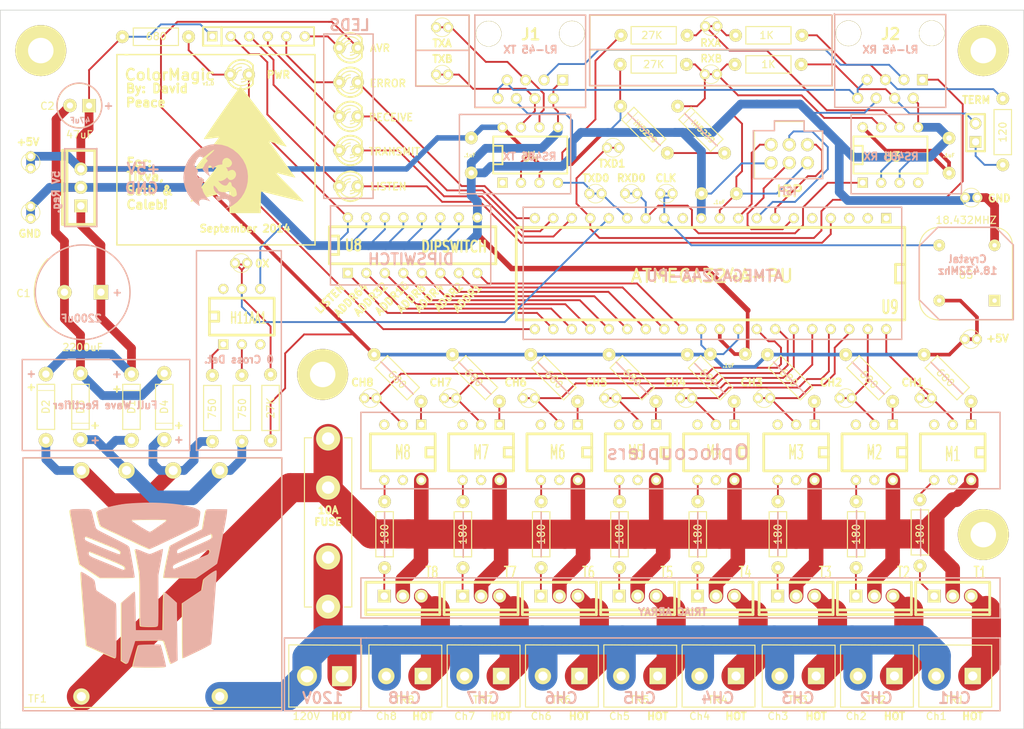
<source format=kicad_pcb>
(kicad_pcb (version 3) (host pcbnew "(2013-07-07 BZR 4022)-stable")
  (layers (15 F.Cu signal) (0 B.Cu signal) (18 B.Paste user) (19 F.Paste user) (20 B.SilkS user) (21 F.SilkS user) (22 B.Mask user) (23 F.Mask user) (28 Edge.Cuts user))
  (net 0 "")
  (net 1 +5V)
  (net 2 GND)
  (net 3 N-000001)
  (net 4 N-0000010)
  (net 5 N-00000107)
  (net 6 N-00000108)
  (net 7 N-00000109)
  (net 8 N-0000011)
  (net 9 N-00000110)
  (net 10 N-00000111)
  (net 11 N-00000112)
  (net 12 N-00000113)
  (net 13 N-00000114)
  (net 14 N-0000012)
  (net 15 N-0000013)
  (net 16 N-0000014)
  (net 17 N-0000015)
  (net 18 N-0000016)
  (net 19 N-0000017)
  (net 20 N-0000018)
  (net 21 N-0000019)
  (net 22 N-000002)
  (net 23 N-0000020)
  (net 24 N-0000021)
  (net 25 N-0000022)
  (net 26 N-0000023)
  (net 27 N-0000024)
  (net 28 N-0000025)
  (net 29 N-0000026)
  (net 30 N-0000027)
  (net 31 N-0000028)
  (net 32 N-0000029)
  (net 33 N-000003)
  (net 34 N-0000030)
  (net 35 N-0000031)
  (net 36 N-0000032)
  (net 37 N-0000033)
  (net 38 N-0000034)
  (net 39 N-0000035)
  (net 40 N-0000036)
  (net 41 N-0000037)
  (net 42 N-0000038)
  (net 43 N-0000039)
  (net 44 N-000004)
  (net 45 N-0000040)
  (net 46 N-0000041)
  (net 47 N-0000042)
  (net 48 N-0000043)
  (net 49 N-0000044)
  (net 50 N-0000045)
  (net 51 N-0000046)
  (net 52 N-0000047)
  (net 53 N-0000048)
  (net 54 N-0000049)
  (net 55 N-000005)
  (net 56 N-0000050)
  (net 57 N-0000051)
  (net 58 N-0000052)
  (net 59 N-0000053)
  (net 60 N-0000054)
  (net 61 N-0000055)
  (net 62 N-0000056)
  (net 63 N-0000057)
  (net 64 N-0000058)
  (net 65 N-0000059)
  (net 66 N-000006)
  (net 67 N-0000060)
  (net 68 N-0000061)
  (net 69 N-0000062)
  (net 70 N-0000063)
  (net 71 N-0000065)
  (net 72 N-0000066)
  (net 73 N-0000067)
  (net 74 N-0000068)
  (net 75 N-0000069)
  (net 76 N-000007)
  (net 77 N-0000071)
  (net 78 N-0000072)
  (net 79 N-0000073)
  (net 80 N-0000074)
  (net 81 N-0000075)
  (net 82 N-0000076)
  (net 83 N-0000077)
  (net 84 N-0000079)
  (net 85 N-000008)
  (net 86 N-0000082)
  (net 87 N-0000089)
  (net 88 N-000009)
  (module Resisitor (layer F.Cu) (at 264.25 126.75 135)
    (fp_text reference R101 hide)
    (fp_text value 680 (at 0.176777 -0.176777 135) (layer F.SilkS))
    (pad 1 thru_hole circle (at -4.6 0 135) (size 1.75 1.75) (drill 0.75) (layers *.Cu *.Mask F.SilkS) (net 88 N-000009))
    (pad 2 thru_hole circle (at 4.5 0 135) (size 1.75 1.75) (drill 0.75) (layers *.Cu *.Mask F.SilkS) (net 1 +5V))
  )
  (module Resisitor (layer F.Cu) (at 221 126.75 135)
    (fp_text reference R105 hide)
    (fp_text value 680 (at 0 0 135) (layer F.SilkS))
    (pad 1 thru_hole circle (at -4.6 0 135) (size 1.75 1.75) (drill 0.75) (layers *.Cu *.Mask F.SilkS) (net 55 N-000005))
    (pad 2 thru_hole circle (at 4.5 0 135) (size 1.75 1.75) (drill 0.75) (layers *.Cu *.Mask F.SilkS) (net 1 +5V))
  )
  (module Resisitor (layer F.Cu) (at 199.5 126.75 135)
    (fp_text reference R107 hide)
    (fp_text value 680 (at 0.176777 -0.176777 135) (layer F.SilkS))
    (pad 1 thru_hole circle (at -4.6 0 135) (size 1.75 1.75) (drill 0.75) (layers *.Cu *.Mask F.SilkS) (net 33 N-000003))
    (pad 2 thru_hole circle (at 4.5 0 135) (size 1.75 1.75) (drill 0.75) (layers *.Cu *.Mask F.SilkS) (net 1 +5V))
  )
  (module Resisitor (layer F.Cu) (at 271.875 93 270)
    (fp_text reference R451 hide)
    (fp_text value 120 (at 0 0 270) (layer F.SilkS))
    (pad 1 thru_hole circle (at -4.6 0 270) (size 1.75 1.75) (drill 0.75) (layers *.Cu *.Mask F.SilkS) (net 57 N-0000051))
    (pad 2 thru_hole circle (at 4.5 0 270) (size 1.75 1.75) (drill 0.75) (layers *.Cu *.Mask F.SilkS) (net 28 N-0000025))
  )
  (module TO220_VERT (layer F.Cu) (at 189.5 156.75 270)
    (fp_text reference T8 (at -3.25 -4 360) (layer F.SilkS) (effects (font (size 1.524 1.016) (thickness 0.2032))))
    (fp_text value BTA06 hide)
    (pad 2 thru_hole circle (at 0 -2.54 270) (size 1.778 1.778) (drill 1.016) (layers *.Cu *.Mask F.SilkS) (net 43 N-0000039))
    (pad 3 thru_hole circle (at 0 0 270) (size 1.778 1.778) (drill 1.016) (layers *.Cu *.Mask F.SilkS) (net 87 N-0000089))
    (pad 1 thru_hole rect (at 0 2.54 270) (size 1.778 1.778) (drill 1.016) (layers *.Cu *.Mask F.SilkS) (net 24 N-0000021))
  )
  (module TO220_VERT (layer F.Cu) (at 200.25 156.75 270)
    (fp_text reference T7 (at -3.25 -4 360) (layer F.SilkS) (effects (font (size 1.524 1.016) (thickness 0.2032))))
    (fp_text value BTA06 hide)
    (pad 2 thru_hole circle (at 0 -2.54 270) (size 1.778 1.778) (drill 1.016) (layers *.Cu *.Mask F.SilkS) (net 37 N-0000033))
    (pad 3 thru_hole circle (at 0 0 270) (size 1.778 1.778) (drill 1.016) (layers *.Cu *.Mask F.SilkS) (net 87 N-0000089))
    (pad 1 thru_hole rect (at 0 2.54 270) (size 1.778 1.778) (drill 1.016) (layers *.Cu *.Mask F.SilkS) (net 21 N-0000019))
  )
  (module TO220_VERT (layer F.Cu) (at 211 156.75 270)
    (fp_text reference T6 (at -3.25 -4 360) (layer F.SilkS) (effects (font (size 1.524 1.016) (thickness 0.2032))))
    (fp_text value BTA06 hide)
    (pad 2 thru_hole circle (at 0 -2.54 270) (size 1.778 1.778) (drill 1.016) (layers *.Cu *.Mask F.SilkS) (net 38 N-0000034))
    (pad 3 thru_hole circle (at 0 0 270) (size 1.778 1.778) (drill 1.016) (layers *.Cu *.Mask F.SilkS) (net 87 N-0000089))
    (pad 1 thru_hole rect (at 0 2.54 270) (size 1.778 1.778) (drill 1.016) (layers *.Cu *.Mask F.SilkS) (net 19 N-0000017))
  )
  (module TO220_VERT (layer F.Cu) (at 221.75 156.75 270)
    (fp_text reference T5 (at -3.25 -4 360) (layer F.SilkS) (effects (font (size 1.524 1.016) (thickness 0.2032))))
    (fp_text value BTA06 hide)
    (pad 2 thru_hole circle (at 0 -2.54 270) (size 1.778 1.778) (drill 1.016) (layers *.Cu *.Mask F.SilkS) (net 39 N-0000035))
    (pad 3 thru_hole circle (at 0 0 270) (size 1.778 1.778) (drill 1.016) (layers *.Cu *.Mask F.SilkS) (net 87 N-0000089))
    (pad 1 thru_hole rect (at 0 2.54 270) (size 1.778 1.778) (drill 1.016) (layers *.Cu *.Mask F.SilkS) (net 17 N-0000015))
  )
  (module TO220_VERT (layer F.Cu) (at 232.5 156.75 270)
    (fp_text reference T4 (at -3.25 -4 360) (layer F.SilkS) (effects (font (size 1.524 1.016) (thickness 0.2032))))
    (fp_text value BTA06 hide)
    (pad 2 thru_hole circle (at 0 -2.54 270) (size 1.778 1.778) (drill 1.016) (layers *.Cu *.Mask F.SilkS) (net 40 N-0000036))
    (pad 3 thru_hole circle (at 0 0 270) (size 1.778 1.778) (drill 1.016) (layers *.Cu *.Mask F.SilkS) (net 87 N-0000089))
    (pad 1 thru_hole rect (at 0 2.54 270) (size 1.778 1.778) (drill 1.016) (layers *.Cu *.Mask F.SilkS) (net 15 N-0000013))
  )
  (module TO220_VERT (layer F.Cu) (at 243.5 156.75 270)
    (fp_text reference T3 (at -3.25 -4 360) (layer F.SilkS) (effects (font (size 1.524 1.016) (thickness 0.2032))))
    (fp_text value BTA06 hide)
    (pad 2 thru_hole circle (at 0 -2.54 270) (size 1.778 1.778) (drill 1.016) (layers *.Cu *.Mask F.SilkS) (net 41 N-0000037))
    (pad 3 thru_hole circle (at 0 0 270) (size 1.778 1.778) (drill 1.016) (layers *.Cu *.Mask F.SilkS) (net 87 N-0000089))
    (pad 1 thru_hole rect (at 0 2.54 270) (size 1.778 1.778) (drill 1.016) (layers *.Cu *.Mask F.SilkS) (net 49 N-0000044))
  )
  (module TO220_VERT (layer F.Cu) (at 254.25 156.75 270)
    (fp_text reference T2 (at -3.25 -4 360) (layer F.SilkS) (effects (font (size 1.524 1.016) (thickness 0.2032))))
    (fp_text value BTA06 hide)
    (pad 2 thru_hole circle (at 0 -2.54 270) (size 1.778 1.778) (drill 1.016) (layers *.Cu *.Mask F.SilkS) (net 42 N-0000038))
    (pad 3 thru_hole circle (at 0 0 270) (size 1.778 1.778) (drill 1.016) (layers *.Cu *.Mask F.SilkS) (net 87 N-0000089))
    (pad 1 thru_hole rect (at 0 2.54 270) (size 1.778 1.778) (drill 1.016) (layers *.Cu *.Mask F.SilkS) (net 47 N-0000042))
  )
  (module TO220_VERT (layer F.Cu) (at 265 156.75 270)
    (fp_text reference T1 (at -3.25 -3.75 360) (layer F.SilkS) (effects (font (size 1.524 1.016) (thickness 0.2032))))
    (fp_text value BTA06 hide)
    (pad 2 thru_hole circle (at 0 -2.54 270) (size 1.778 1.778) (drill 1.016) (layers *.Cu *.Mask F.SilkS) (net 30 N-0000027))
    (pad 3 thru_hole circle (at 0 0 270) (size 1.778 1.778) (drill 1.016) (layers *.Cu *.Mask F.SilkS) (net 87 N-0000089))
    (pad 1 thru_hole rect (at 0 2.54 270) (size 1.778 1.778) (drill 1.016) (layers *.Cu *.Mask F.SilkS) (net 36 N-0000032))
  )
  (module LED-3MM (layer F.Cu) (at 182.05 81.425)
    (fp_text reference D12 hide)
    (fp_text value LED hide)
    (pad 1 thru_hole circle (at -1.27 0) (size 1.6764 1.6764) (drill 0.8128) (layers *.Cu *.Mask F.SilkS) (net 67 N-0000060))
    (pad 2 thru_hole circle (at 1.27 0) (size 1.6764 1.6764) (drill 0.8128) (layers *.Cu *.Mask F.SilkS) (net 54 N-0000049))
  )
  (module LED-3MM (layer F.Cu) (at 182.05 100.45)
    (fp_text reference D8 hide)
    (fp_text value LED hide)
    (pad 1 thru_hole circle (at -1.27 0) (size 1.6764 1.6764) (drill 0.8128) (layers *.Cu *.Mask F.SilkS) (net 69 N-0000062))
    (pad 2 thru_hole circle (at 1.27 0) (size 1.6764 1.6764) (drill 0.8128) (layers *.Cu *.Mask F.SilkS) (net 70 N-0000063))
  )
  (module LED-3MM (layer F.Cu) (at 182.05 95.525)
    (fp_text reference D9 hide)
    (fp_text value LED hide)
    (pad 1 thru_hole circle (at -1.27 0) (size 1.6764 1.6764) (drill 0.8128) (layers *.Cu *.Mask F.SilkS) (net 68 N-0000061))
    (pad 2 thru_hole circle (at 1.27 0) (size 1.6764 1.6764) (drill 0.8128) (layers *.Cu *.Mask F.SilkS) (net 51 N-0000046))
  )
  (module LED-3MM (layer F.Cu) (at 182.05 90.85)
    (fp_text reference D10 hide)
    (fp_text value LED hide)
    (pad 1 thru_hole circle (at -1.27 0) (size 1.6764 1.6764) (drill 0.8128) (layers *.Cu *.Mask F.SilkS) (net 65 N-0000059))
    (pad 2 thru_hole circle (at 1.27 0) (size 1.6764 1.6764) (drill 0.8128) (layers *.Cu *.Mask F.SilkS) (net 52 N-0000047))
  )
  (module LED-3MM (layer F.Cu) (at 167.1 85.1)
    (fp_text reference D5 hide)
    (fp_text value PWR hide)
    (pad 1 thru_hole circle (at -1.27 0) (size 1.6764 1.6764) (drill 0.8128) (layers *.Cu *.Mask F.SilkS) (net 27 N-0000024))
    (pad 2 thru_hole circle (at 1.27 0) (size 1.6764 1.6764) (drill 0.8128) (layers *.Cu *.Mask F.SilkS) (net 2 GND))
  )
  (module LED-3MM (layer F.Cu) (at 182.05 86.15)
    (fp_text reference D11 hide)
    (fp_text value LED hide)
    (pad 1 thru_hole circle (at -1.27 0) (size 1.6764 1.6764) (drill 0.8128) (layers *.Cu *.Mask F.SilkS) (net 58 N-0000052))
    (pad 2 thru_hole circle (at 1.27 0) (size 1.6764 1.6764) (drill 0.8128) (layers *.Cu *.Mask F.SilkS) (net 53 N-0000048))
  )
  (module DIP-8__300 (layer F.Cu) (at 256.45 96.15)
    (fp_text reference U3 (at 0.25 0.25) (layer F.SilkS) (effects (font (size 1.27 1.143) (thickness 0.2032))))
    (fp_text value SN65LBC176AP hide)
    (pad 1 thru_hole rect (at -3.81 3.81) (size 1.397 1.397) (drill 0.8128) (layers *.Cu *.Mask F.SilkS) (net 72 N-0000066))
    (pad 2 thru_hole circle (at -1.27 3.81) (size 1.397 1.397) (drill 0.8128) (layers *.Cu *.Mask F.SilkS) (net 2 GND))
    (pad 3 thru_hole circle (at 1.27 3.81) (size 1.397 1.397) (drill 0.8128) (layers *.Cu *.Mask F.SilkS) (net 2 GND))
    (pad 4 thru_hole circle (at 3.81 3.81) (size 1.397 1.397) (drill 0.8128) (layers *.Cu *.Mask F.SilkS))
    (pad 5 thru_hole circle (at 3.81 -3.81) (size 1.397 1.397) (drill 0.8128) (layers *.Cu *.Mask F.SilkS) (net 2 GND))
    (pad 6 thru_hole circle (at 1.27 -3.81) (size 1.397 1.397) (drill 0.8128) (layers *.Cu *.Mask F.SilkS) (net 73 N-0000067))
    (pad 7 thru_hole circle (at -1.27 -3.81) (size 1.397 1.397) (drill 0.8128) (layers *.Cu *.Mask F.SilkS) (net 78 N-0000072))
    (pad 8 thru_hole circle (at -3.81 -3.81) (size 1.397 1.397) (drill 0.8128) (layers *.Cu *.Mask F.SilkS) (net 1 +5V))
  )
  (module DIP-8__300 (layer F.Cu) (at 207 96.15)
    (fp_text reference U4 (at 0 0.25) (layer F.SilkS) (effects (font (size 1.27 1.143) (thickness 0.2032))))
    (fp_text value SN65LBC176AP hide)
    (pad 1 thru_hole rect (at -3.81 3.81) (size 1.397 1.397) (drill 0.8128) (layers *.Cu *.Mask F.SilkS))
    (pad 2 thru_hole circle (at -1.27 3.81) (size 1.397 1.397) (drill 0.8128) (layers *.Cu *.Mask F.SilkS) (net 1 +5V))
    (pad 3 thru_hole circle (at 1.27 3.81) (size 1.397 1.397) (drill 0.8128) (layers *.Cu *.Mask F.SilkS) (net 1 +5V))
    (pad 4 thru_hole circle (at 3.81 3.81) (size 1.397 1.397) (drill 0.8128) (layers *.Cu *.Mask F.SilkS) (net 71 N-0000065))
    (pad 5 thru_hole circle (at 3.81 -3.81) (size 1.397 1.397) (drill 0.8128) (layers *.Cu *.Mask F.SilkS) (net 2 GND))
    (pad 6 thru_hole circle (at 1.27 -3.81) (size 1.397 1.397) (drill 0.8128) (layers *.Cu *.Mask F.SilkS) (net 34 N-0000030))
    (pad 7 thru_hole circle (at -1.27 -3.81) (size 1.397 1.397) (drill 0.8128) (layers *.Cu *.Mask F.SilkS) (net 32 N-0000029))
    (pad 8 thru_hole circle (at -3.81 -3.81) (size 1.397 1.397) (drill 0.8128) (layers *.Cu *.Mask F.SilkS) (net 1 +5V))
  )
  (module DIP-6__300 (layer F.Cu) (at 265 137 180)
    (fp_text reference M1 (at 0 -0.25 180) (layer F.SilkS) (effects (font (size 1.905 1.016) (thickness 0.2032))))
    (fp_text value MOC3023 hide)
    (pad 1 thru_hole rect (at -2.54 3.81 180) (size 1.397 1.397) (drill 0.8128) (layers *.Cu *.Mask F.SilkS) (net 88 N-000009))
    (pad 2 thru_hole circle (at 0 3.81 180) (size 1.397 1.397) (drill 0.8128) (layers *.Cu *.Mask F.SilkS) (net 10 N-00000111))
    (pad 3 thru_hole circle (at 2.54 3.81 180) (size 1.397 1.397) (drill 0.8128) (layers *.Cu *.Mask F.SilkS))
    (pad 4 thru_hole circle (at 2.54 -3.81 180) (size 1.397 1.397) (drill 0.8128) (layers *.Cu *.Mask F.SilkS) (net 45 N-0000040))
    (pad 5 thru_hole circle (at 0 -3.81 180) (size 1.397 1.397) (drill 0.8128) (layers *.Cu *.Mask F.SilkS))
    (pad 6 thru_hole circle (at -2.54 -3.81 180) (size 1.397 1.397) (drill 0.8128) (layers *.Cu *.Mask F.SilkS) (net 87 N-0000089))
  )
  (module DIP-6__300 (layer F.Cu) (at 221.75 137 180)
    (fp_text reference M5 (at 0.25 0 180) (layer F.SilkS) (effects (font (size 1.905 1.016) (thickness 0.2032))))
    (fp_text value MOC3023 hide)
    (pad 1 thru_hole rect (at -2.54 3.81 180) (size 1.397 1.397) (drill 0.8128) (layers *.Cu *.Mask F.SilkS) (net 55 N-000005))
    (pad 2 thru_hole circle (at 0 3.81 180) (size 1.397 1.397) (drill 0.8128) (layers *.Cu *.Mask F.SilkS) (net 7 N-00000109))
    (pad 3 thru_hole circle (at 2.54 3.81 180) (size 1.397 1.397) (drill 0.8128) (layers *.Cu *.Mask F.SilkS))
    (pad 4 thru_hole circle (at 2.54 -3.81 180) (size 1.397 1.397) (drill 0.8128) (layers *.Cu *.Mask F.SilkS) (net 16 N-0000014))
    (pad 5 thru_hole circle (at 0 -3.81 180) (size 1.397 1.397) (drill 0.8128) (layers *.Cu *.Mask F.SilkS))
    (pad 6 thru_hole circle (at -2.54 -3.81 180) (size 1.397 1.397) (drill 0.8128) (layers *.Cu *.Mask F.SilkS) (net 87 N-0000089))
  )
  (module DIP-6__300 (layer F.Cu) (at 232.5 137 180)
    (fp_text reference M4 (at 0.25 0 180) (layer F.SilkS) (effects (font (size 1.905 1.016) (thickness 0.2032))))
    (fp_text value MOC3023 hide)
    (pad 1 thru_hole rect (at -2.54 3.81 180) (size 1.397 1.397) (drill 0.8128) (layers *.Cu *.Mask F.SilkS) (net 66 N-000006))
    (pad 2 thru_hole circle (at 0 3.81 180) (size 1.397 1.397) (drill 0.8128) (layers *.Cu *.Mask F.SilkS) (net 13 N-00000114))
    (pad 3 thru_hole circle (at 2.54 3.81 180) (size 1.397 1.397) (drill 0.8128) (layers *.Cu *.Mask F.SilkS))
    (pad 4 thru_hole circle (at 2.54 -3.81 180) (size 1.397 1.397) (drill 0.8128) (layers *.Cu *.Mask F.SilkS) (net 26 N-0000023))
    (pad 5 thru_hole circle (at 0 -3.81 180) (size 1.397 1.397) (drill 0.8128) (layers *.Cu *.Mask F.SilkS))
    (pad 6 thru_hole circle (at -2.54 -3.81 180) (size 1.397 1.397) (drill 0.8128) (layers *.Cu *.Mask F.SilkS) (net 87 N-0000089))
  )
  (module DIP-6__300 (layer F.Cu) (at 243.5 137 180)
    (fp_text reference M3 (at 0 0 180) (layer F.SilkS) (effects (font (size 1.905 1.016) (thickness 0.2032))))
    (fp_text value MOC3023 hide)
    (pad 1 thru_hole rect (at -2.54 3.81 180) (size 1.397 1.397) (drill 0.8128) (layers *.Cu *.Mask F.SilkS) (net 76 N-000007))
    (pad 2 thru_hole circle (at 0 3.81 180) (size 1.397 1.397) (drill 0.8128) (layers *.Cu *.Mask F.SilkS) (net 12 N-00000113))
    (pad 3 thru_hole circle (at 2.54 3.81 180) (size 1.397 1.397) (drill 0.8128) (layers *.Cu *.Mask F.SilkS))
    (pad 4 thru_hole circle (at 2.54 -3.81 180) (size 1.397 1.397) (drill 0.8128) (layers *.Cu *.Mask F.SilkS) (net 48 N-0000043))
    (pad 5 thru_hole circle (at 0 -3.81 180) (size 1.397 1.397) (drill 0.8128) (layers *.Cu *.Mask F.SilkS))
    (pad 6 thru_hole circle (at -2.54 -3.81 180) (size 1.397 1.397) (drill 0.8128) (layers *.Cu *.Mask F.SilkS) (net 87 N-0000089))
  )
  (module DIP-6__300 (layer F.Cu) (at 167.4 118.35)
    (fp_text reference U2 hide)
    (fp_text value H11AA1 (at 0.9 0.19) (layer F.SilkS) (effects (font (size 1.524 0.889) (thickness 0.2032))))
    (pad 1 thru_hole rect (at -2.54 3.81) (size 1.397 1.397) (drill 0.8128) (layers *.Cu *.Mask F.SilkS) (net 3 N-000001))
    (pad 2 thru_hole circle (at 0 3.81) (size 1.397 1.397) (drill 0.8128) (layers *.Cu *.Mask F.SilkS) (net 4 N-0000010))
    (pad 3 thru_hole circle (at 2.54 3.81) (size 1.397 1.397) (drill 0.8128) (layers *.Cu *.Mask F.SilkS))
    (pad 4 thru_hole circle (at 2.54 -3.81) (size 1.397 1.397) (drill 0.8128) (layers *.Cu *.Mask F.SilkS) (net 2 GND))
    (pad 5 thru_hole circle (at 0 -3.81) (size 1.397 1.397) (drill 0.8128) (layers *.Cu *.Mask F.SilkS) (net 25 N-0000022))
    (pad 6 thru_hole circle (at -2.54 -3.81) (size 1.397 1.397) (drill 0.8128) (layers *.Cu *.Mask F.SilkS))
  )
  (module DIP-6__300 (layer F.Cu) (at 254.25 137 180)
    (fp_text reference M2 (at 0 0 180) (layer F.SilkS) (effects (font (size 1.905 1.016) (thickness 0.2032))))
    (fp_text value MOC3023 hide)
    (pad 1 thru_hole rect (at -2.54 3.81 180) (size 1.397 1.397) (drill 0.8128) (layers *.Cu *.Mask F.SilkS) (net 85 N-000008))
    (pad 2 thru_hole circle (at 0 3.81 180) (size 1.397 1.397) (drill 0.8128) (layers *.Cu *.Mask F.SilkS) (net 11 N-00000112))
    (pad 3 thru_hole circle (at 2.54 3.81 180) (size 1.397 1.397) (drill 0.8128) (layers *.Cu *.Mask F.SilkS))
    (pad 4 thru_hole circle (at 2.54 -3.81 180) (size 1.397 1.397) (drill 0.8128) (layers *.Cu *.Mask F.SilkS) (net 46 N-0000041))
    (pad 5 thru_hole circle (at 0 -3.81 180) (size 1.397 1.397) (drill 0.8128) (layers *.Cu *.Mask F.SilkS))
    (pad 6 thru_hole circle (at -2.54 -3.81 180) (size 1.397 1.397) (drill 0.8128) (layers *.Cu *.Mask F.SilkS) (net 87 N-0000089))
  )
  (module DIP-6__300 (layer F.Cu) (at 189.5 137 180)
    (fp_text reference M8 (at 0 0 180) (layer F.SilkS) (effects (font (size 1.905 1.016) (thickness 0.2032))))
    (fp_text value MOC3023 hide)
    (pad 1 thru_hole rect (at -2.54 3.81 180) (size 1.397 1.397) (drill 0.8128) (layers *.Cu *.Mask F.SilkS) (net 22 N-000002))
    (pad 2 thru_hole circle (at 0 3.81 180) (size 1.397 1.397) (drill 0.8128) (layers *.Cu *.Mask F.SilkS) (net 6 N-00000108))
    (pad 3 thru_hole circle (at 2.54 3.81 180) (size 1.397 1.397) (drill 0.8128) (layers *.Cu *.Mask F.SilkS))
    (pad 4 thru_hole circle (at 2.54 -3.81 180) (size 1.397 1.397) (drill 0.8128) (layers *.Cu *.Mask F.SilkS) (net 23 N-0000020))
    (pad 5 thru_hole circle (at 0 -3.81 180) (size 1.397 1.397) (drill 0.8128) (layers *.Cu *.Mask F.SilkS))
    (pad 6 thru_hole circle (at -2.54 -3.81 180) (size 1.397 1.397) (drill 0.8128) (layers *.Cu *.Mask F.SilkS) (net 87 N-0000089))
  )
  (module DIP-6__300 (layer F.Cu) (at 211 137 180)
    (fp_text reference M6 (at 0.25 0 180) (layer F.SilkS) (effects (font (size 1.905 1.016) (thickness 0.2032))))
    (fp_text value MOC3023 hide)
    (pad 1 thru_hole rect (at -2.54 3.81 180) (size 1.397 1.397) (drill 0.8128) (layers *.Cu *.Mask F.SilkS) (net 44 N-000004))
    (pad 2 thru_hole circle (at 0 3.81 180) (size 1.397 1.397) (drill 0.8128) (layers *.Cu *.Mask F.SilkS) (net 5 N-00000107))
    (pad 3 thru_hole circle (at 2.54 3.81 180) (size 1.397 1.397) (drill 0.8128) (layers *.Cu *.Mask F.SilkS))
    (pad 4 thru_hole circle (at 2.54 -3.81 180) (size 1.397 1.397) (drill 0.8128) (layers *.Cu *.Mask F.SilkS) (net 18 N-0000016))
    (pad 5 thru_hole circle (at 0 -3.81 180) (size 1.397 1.397) (drill 0.8128) (layers *.Cu *.Mask F.SilkS))
    (pad 6 thru_hole circle (at -2.54 -3.81 180) (size 1.397 1.397) (drill 0.8128) (layers *.Cu *.Mask F.SilkS) (net 87 N-0000089))
  )
  (module DIP-6__300 (layer F.Cu) (at 200.25 137 180)
    (fp_text reference M7 (at 0 0 180) (layer F.SilkS) (effects (font (size 1.905 1.016) (thickness 0.2032))))
    (fp_text value MOC3023 hide)
    (pad 1 thru_hole rect (at -2.54 3.81 180) (size 1.397 1.397) (drill 0.8128) (layers *.Cu *.Mask F.SilkS) (net 33 N-000003))
    (pad 2 thru_hole circle (at 0 3.81 180) (size 1.397 1.397) (drill 0.8128) (layers *.Cu *.Mask F.SilkS) (net 9 N-00000110))
    (pad 3 thru_hole circle (at 2.54 3.81 180) (size 1.397 1.397) (drill 0.8128) (layers *.Cu *.Mask F.SilkS))
    (pad 4 thru_hole circle (at 2.54 -3.81 180) (size 1.397 1.397) (drill 0.8128) (layers *.Cu *.Mask F.SilkS) (net 20 N-0000018))
    (pad 5 thru_hole circle (at 0 -3.81 180) (size 1.397 1.397) (drill 0.8128) (layers *.Cu *.Mask F.SilkS))
    (pad 6 thru_hole circle (at -2.54 -3.81 180) (size 1.397 1.397) (drill 0.8128) (layers *.Cu *.Mask F.SilkS) (net 87 N-0000089))
  )
  (module DIP-16__300 (layer F.Cu) (at 190.85 108.55)
    (fp_text reference U8 (at -8.13 0.02) (layer F.SilkS) (effects (font (size 1.524 1.143) (thickness 0.3048))))
    (fp_text value DIPSWITCH (at 5.695 0.195) (layer F.SilkS) (effects (font (size 1.524 1.143) (thickness 0.3048))))
    (pad 1 thru_hole rect (at -8.89 3.81) (size 1.397 1.397) (drill 0.8128) (layers *.Cu *.Mask F.SilkS) (net 79 N-0000073))
    (pad 2 thru_hole circle (at -6.35 3.81) (size 1.397 1.397) (drill 0.8128) (layers *.Cu *.Mask F.SilkS) (net 80 N-0000074))
    (pad 3 thru_hole circle (at -3.81 3.81) (size 1.397 1.397) (drill 0.8128) (layers *.Cu *.Mask F.SilkS) (net 59 N-0000053))
    (pad 4 thru_hole circle (at -1.27 3.81) (size 1.397 1.397) (drill 0.8128) (layers *.Cu *.Mask F.SilkS) (net 60 N-0000054))
    (pad 5 thru_hole circle (at 1.27 3.81) (size 1.397 1.397) (drill 0.8128) (layers *.Cu *.Mask F.SilkS) (net 61 N-0000055))
    (pad 6 thru_hole circle (at 3.81 3.81) (size 1.397 1.397) (drill 0.8128) (layers *.Cu *.Mask F.SilkS) (net 62 N-0000056))
    (pad 7 thru_hole circle (at 6.35 3.81) (size 1.397 1.397) (drill 0.8128) (layers *.Cu *.Mask F.SilkS) (net 63 N-0000057))
    (pad 8 thru_hole circle (at 8.89 3.81) (size 1.397 1.397) (drill 0.8128) (layers *.Cu *.Mask F.SilkS) (net 64 N-0000058))
    (pad 9 thru_hole circle (at 8.89 -3.81) (size 1.397 1.397) (drill 0.8128) (layers *.Cu *.Mask F.SilkS) (net 2 GND))
    (pad 10 thru_hole circle (at 6.35 -3.81) (size 1.397 1.397) (drill 0.8128) (layers *.Cu *.Mask F.SilkS) (net 2 GND))
    (pad 11 thru_hole circle (at 3.81 -3.81) (size 1.397 1.397) (drill 0.8128) (layers *.Cu *.Mask F.SilkS) (net 2 GND))
    (pad 12 thru_hole circle (at 1.27 -3.81) (size 1.397 1.397) (drill 0.8128) (layers *.Cu *.Mask F.SilkS) (net 2 GND))
    (pad 13 thru_hole circle (at -1.27 -3.81) (size 1.397 1.397) (drill 0.8128) (layers *.Cu *.Mask F.SilkS) (net 2 GND))
    (pad 14 thru_hole circle (at -3.81 -3.81) (size 1.397 1.397) (drill 0.8128) (layers *.Cu *.Mask F.SilkS) (net 2 GND))
    (pad 15 thru_hole circle (at -6.35 -3.81) (size 1.397 1.397) (drill 0.8128) (layers *.Cu *.Mask F.SilkS) (net 2 GND))
    (pad 16 thru_hole circle (at -8.89 -3.81) (size 1.397 1.397) (drill 0.8128) (layers *.Cu *.Mask F.SilkS) (net 2 GND))
  )
  (module Resisitor (layer F.Cu) (at 223.95 79.7 180)
    (fp_text reference R453 hide)
    (fp_text value 27K (at 0.25 0 180) (layer F.SilkS))
    (pad 1 thru_hole circle (at -4.6 0 180) (size 1.75 1.75) (drill 0.75) (layers *.Cu *.Mask F.SilkS) (net 73 N-0000067))
    (pad 2 thru_hole circle (at 4.5 0 180) (size 1.75 1.75) (drill 0.75) (layers *.Cu *.Mask F.SilkS) (net 1 +5V))
  )
  (module Resisitor (layer F.Cu) (at 210.25 126.75 135)
    (fp_text reference R106 hide)
    (fp_text value 680 (at -0.176777 -0.176777 135) (layer F.SilkS))
    (pad 1 thru_hole circle (at -4.6 0 135) (size 1.75 1.75) (drill 0.75) (layers *.Cu *.Mask F.SilkS) (net 44 N-000004))
    (pad 2 thru_hole circle (at 4.5 0 135) (size 1.75 1.75) (drill 0.75) (layers *.Cu *.Mask F.SilkS) (net 1 +5V))
  )
  (module Resisitor (layer F.Cu) (at 188.75 126.75 135)
    (fp_text reference R108 hide)
    (fp_text value 680 (at -0.176777 -0.176777 135) (layer F.SilkS))
    (pad 1 thru_hole circle (at -4.6 0 135) (size 1.75 1.75) (drill 0.75) (layers *.Cu *.Mask F.SilkS) (net 22 N-000002))
    (pad 2 thru_hole circle (at 4.5 0 135) (size 1.75 1.75) (drill 0.75) (layers *.Cu *.Mask F.SilkS) (net 1 +5V))
  )
  (module Resisitor (layer F.Cu) (at 167.4 130.9 90)
    (fp_text reference R3 hide)
    (fp_text value 750 (at -0.08 0.06 90) (layer F.SilkS))
    (pad 1 thru_hole circle (at -4.6 0 90) (size 1.75 1.75) (drill 0.75) (layers *.Cu *.Mask F.SilkS) (net 8 N-0000011))
    (pad 2 thru_hole circle (at 4.5 0 90) (size 1.75 1.75) (drill 0.75) (layers *.Cu *.Mask F.SilkS) (net 4 N-0000010))
  )
  (module Resisitor (layer F.Cu) (at 163.35 130.91 90)
    (fp_text reference R2 hide)
    (fp_text value 750 (at -0.08 -0.02 90) (layer F.SilkS))
    (pad 1 thru_hole circle (at -4.6 0 90) (size 1.75 1.75) (drill 0.75) (layers *.Cu *.Mask F.SilkS) (net 14 N-0000012))
    (pad 2 thru_hole circle (at 4.5 0 90) (size 1.75 1.75) (drill 0.75) (layers *.Cu *.Mask F.SilkS) (net 3 N-000001))
  )
  (module Resisitor (layer F.Cu) (at 223.95 83.7)
    (fp_text reference R455 hide)
    (fp_text value 27K (at 0 0) (layer F.SilkS))
    (pad 1 thru_hole circle (at -4.6 0) (size 1.75 1.75) (drill 0.75) (layers *.Cu *.Mask F.SilkS) (net 2 GND))
    (pad 2 thru_hole circle (at 4.5 0) (size 1.75 1.75) (drill 0.75) (layers *.Cu *.Mask F.SilkS) (net 78 N-0000072))
  )
  (module Resisitor (layer F.Cu) (at 239.7 83.7)
    (fp_text reference R454 hide)
    (fp_text value 1K (at 0 0) (layer F.SilkS))
    (pad 1 thru_hole circle (at -4.6 0) (size 1.75 1.75) (drill 0.75) (layers *.Cu *.Mask F.SilkS) (net 78 N-0000072))
    (pad 2 thru_hole circle (at 4.5 0) (size 1.75 1.75) (drill 0.75) (layers *.Cu *.Mask F.SilkS) (net 75 N-0000069))
  )
  (module Resisitor (layer F.Cu) (at 260.5 148 90)
    (fp_text reference R201 hide)
    (fp_text value 180 (at -0.25 0 90) (layer F.SilkS))
    (pad 1 thru_hole circle (at -4.6 0 90) (size 1.75 1.75) (drill 0.75) (layers *.Cu *.Mask F.SilkS) (net 36 N-0000032))
    (pad 2 thru_hole circle (at 4.5 0 90) (size 1.75 1.75) (drill 0.75) (layers *.Cu *.Mask F.SilkS) (net 45 N-0000040))
  )
  (module Resisitor (layer F.Cu) (at 239.7 79.7 180)
    (fp_text reference R452 hide)
    (fp_text value 1K (at 0.25 0 180) (layer F.SilkS))
    (pad 1 thru_hole circle (at -4.6 0 180) (size 1.75 1.75) (drill 0.75) (layers *.Cu *.Mask F.SilkS) (net 57 N-0000051))
    (pad 2 thru_hole circle (at 4.5 0 180) (size 1.75 1.75) (drill 0.75) (layers *.Cu *.Mask F.SilkS) (net 73 N-0000067))
  )
  (module Resisitor (layer F.Cu) (at 155.6 79.9)
    (fp_text reference R1 hide)
    (fp_text value 680 (at 0.05 -0.05) (layer F.SilkS))
    (pad 1 thru_hole circle (at -4.6 0) (size 1.75 1.75) (drill 0.75) (layers *.Cu *.Mask F.SilkS) (net 1 +5V))
    (pad 2 thru_hole circle (at 4.5 0) (size 1.75 1.75) (drill 0.75) (layers *.Cu *.Mask F.SilkS) (net 27 N-0000024))
  )
  (module Resisitor (layer F.Cu) (at 231.75 126.75 135)
    (fp_text reference R104 hide)
    (fp_text value 680 (at 0.176777 -0.176777 135) (layer F.SilkS))
    (pad 1 thru_hole circle (at -4.6 0 135) (size 1.75 1.75) (drill 0.75) (layers *.Cu *.Mask F.SilkS) (net 66 N-000006))
    (pad 2 thru_hole circle (at 4.5 0 135) (size 1.75 1.75) (drill 0.75) (layers *.Cu *.Mask F.SilkS) (net 1 +5V))
  )
  (module Resisitor (layer F.Cu) (at 242.75 126.75 135)
    (fp_text reference R103 hide)
    (fp_text value 680 (at 0.176777 -0.176777 135) (layer F.SilkS))
    (pad 1 thru_hole circle (at -4.6 0 135) (size 1.75 1.75) (drill 0.75) (layers *.Cu *.Mask F.SilkS) (net 76 N-000007))
    (pad 2 thru_hole circle (at 4.5 0 135) (size 1.75 1.75) (drill 0.75) (layers *.Cu *.Mask F.SilkS) (net 1 +5V))
  )
  (module Resisitor (layer F.Cu) (at 253.5 126.75 135)
    (fp_text reference R102 hide)
    (fp_text value 680 (at -0.176777 -0.176777 135) (layer F.SilkS))
    (pad 1 thru_hole circle (at -4.6 0 135) (size 1.75 1.75) (drill 0.75) (layers *.Cu *.Mask F.SilkS) (net 85 N-000008))
    (pad 2 thru_hole circle (at 4.5 0 135) (size 1.75 1.75) (drill 0.75) (layers *.Cu *.Mask F.SilkS) (net 1 +5V))
  )
  (module Resisitor (layer F.Cu) (at 251.75 148.25 90)
    (fp_text reference R202 hide)
    (fp_text value 180 (at 0 0 90) (layer F.SilkS))
    (pad 1 thru_hole circle (at -4.6 0 90) (size 1.75 1.75) (drill 0.75) (layers *.Cu *.Mask F.SilkS) (net 47 N-0000042))
    (pad 2 thru_hole circle (at 4.5 0 90) (size 1.75 1.75) (drill 0.75) (layers *.Cu *.Mask F.SilkS) (net 46 N-0000041))
  )
  (module Resisitor (layer F.Cu) (at 241 148.25 90)
    (fp_text reference R203 hide)
    (fp_text value 180 (at 0 0 90) (layer F.SilkS))
    (pad 1 thru_hole circle (at -4.6 0 90) (size 1.75 1.75) (drill 0.75) (layers *.Cu *.Mask F.SilkS) (net 49 N-0000044))
    (pad 2 thru_hole circle (at 4.5 0 90) (size 1.75 1.75) (drill 0.75) (layers *.Cu *.Mask F.SilkS) (net 48 N-0000043))
  )
  (module Resisitor (layer F.Cu) (at 230 148.25 90)
    (fp_text reference R204 hide)
    (fp_text value 180 (at 0 0 90) (layer F.SilkS))
    (pad 1 thru_hole circle (at -4.6 0 90) (size 1.75 1.75) (drill 0.75) (layers *.Cu *.Mask F.SilkS) (net 15 N-0000013))
    (pad 2 thru_hole circle (at 4.5 0 90) (size 1.75 1.75) (drill 0.75) (layers *.Cu *.Mask F.SilkS) (net 26 N-0000023))
  )
  (module Resisitor (layer F.Cu) (at 219.25 148.25 90)
    (fp_text reference R205 hide)
    (fp_text value 180 (at 0 0 90) (layer F.SilkS))
    (pad 1 thru_hole circle (at -4.6 0 90) (size 1.75 1.75) (drill 0.75) (layers *.Cu *.Mask F.SilkS) (net 17 N-0000015))
    (pad 2 thru_hole circle (at 4.5 0 90) (size 1.75 1.75) (drill 0.75) (layers *.Cu *.Mask F.SilkS) (net 16 N-0000014))
  )
  (module Resisitor (layer F.Cu) (at 208.5 148.25 90)
    (fp_text reference R206 hide)
    (fp_text value 180 (at 0 0 90) (layer F.SilkS))
    (pad 1 thru_hole circle (at -4.6 0 90) (size 1.75 1.75) (drill 0.75) (layers *.Cu *.Mask F.SilkS) (net 19 N-0000017))
    (pad 2 thru_hole circle (at 4.5 0 90) (size 1.75 1.75) (drill 0.75) (layers *.Cu *.Mask F.SilkS) (net 18 N-0000016))
  )
  (module Resisitor (layer F.Cu) (at 197.75 148.25 90)
    (fp_text reference R207 hide)
    (fp_text value 180 (at 0 0 90) (layer F.SilkS))
    (pad 1 thru_hole circle (at -4.6 0 90) (size 1.75 1.75) (drill 0.75) (layers *.Cu *.Mask F.SilkS) (net 21 N-0000019))
    (pad 2 thru_hole circle (at 4.5 0 90) (size 1.75 1.75) (drill 0.75) (layers *.Cu *.Mask F.SilkS) (net 20 N-0000018))
  )
  (module Resisitor (layer F.Cu) (at 187 148.25 90)
    (fp_text reference R208 hide)
    (fp_text value 180 (at 0 0 90) (layer F.SilkS))
    (pad 1 thru_hole circle (at -4.6 0 90) (size 1.75 1.75) (drill 0.75) (layers *.Cu *.Mask F.SilkS) (net 24 N-0000021))
    (pad 2 thru_hole circle (at 4.5 0 90) (size 1.75 1.75) (drill 0.75) (layers *.Cu *.Mask F.SilkS) (net 23 N-0000020))
  )
  (module Resisitor (layer F.Cu) (at 171.35 130.9 270)
    (fp_text reference R4 hide)
    (fp_text value 27K (at 0 0 270) (layer F.SilkS))
    (pad 1 thru_hole circle (at -4.6 0 270) (size 1.75 1.75) (drill 0.75) (layers *.Cu *.Mask F.SilkS) (net 25 N-0000022))
    (pad 2 thru_hole circle (at 4.5 0 270) (size 1.75 1.75) (drill 0.75) (layers *.Cu *.Mask F.SilkS) (net 1 +5V))
  )
  (module r_pack5 (layer F.Cu) (at 169.7 79.85)
    (fp_text reference RN1 hide)
    (fp_text value RESISTOR_NET hide)
    (pad 1 thru_hole rect (at -6.35 0) (size 1.397 1.397) (drill 0.8128) (layers *.Cu *.Mask F.SilkS) (net 1 +5V))
    (pad 2 thru_hole circle (at -3.81 0) (size 1.397 1.397) (drill 0.8128) (layers *.Cu *.Mask F.SilkS) (net 69 N-0000062))
    (pad 3 thru_hole circle (at -1.27 0) (size 1.397 1.397) (drill 0.8128) (layers *.Cu *.Mask F.SilkS) (net 68 N-0000061))
    (pad 4 thru_hole circle (at 1.27 0) (size 1.397 1.397) (drill 0.8128) (layers *.Cu *.Mask F.SilkS) (net 65 N-0000059))
    (pad 5 thru_hole circle (at 3.81 0) (size 1.397 1.397) (drill 0.8128) (layers *.Cu *.Mask F.SilkS) (net 58 N-0000052))
    (pad 6 thru_hole circle (at 6.35 0) (size 1.397 1.397) (drill 0.8128) (layers *.Cu *.Mask F.SilkS) (net 67 N-0000060))
  )
  (module 10A_FUSE (layer F.Cu) (at 179.25 145.75 90)
    (fp_text reference F1 hide)
    (fp_text value 10A_FUSE hide)
    (pad 1 thru_hole circle (at -12.45 0 90) (size 3.3 3.3) (drill 1.7) (layers *.Cu *.Mask F.SilkS) (net 50 N-0000045))
    (pad 1 thru_hole circle (at -5.7 0 90) (size 3.3 3.3) (drill 1.7) (layers *.Cu *.Mask F.SilkS) (net 50 N-0000045))
    (pad 2 thru_hole circle (at 3.9 0 90) (size 3.3 3.3) (drill 1.7) (layers *.Cu *.Mask F.SilkS) (net 87 N-0000089))
    (pad 2 thru_hole circle (at 10.65 0 90) (size 3.3 3.3) (drill 1.7) (layers *.Cu *.Mask F.SilkS) (net 87 N-0000089))
  )
  (module Transformer (layer F.Cu) (at 154.675 155.05 90)
    (fp_text reference TF1 (at -15.8 -15.33 180) (layer F.SilkS))
    (fp_text value 3FS-312 hide)
    (pad 1 thru_hole circle (at -15.5 -9.3 90) (size 2.25 2.25) (drill 1.25) (layers *.Cu *.Mask F.SilkS) (net 87 N-0000089))
    (pad 4 thru_hole circle (at -15.5 9.7 90) (size 2.25 2.25) (drill 1.25) (layers *.Cu *.Mask F.SilkS) (net 29 N-0000026))
    (pad 5 thru_hole circle (at 15.56 -9.3 90) (size 2.25 2.25) (drill 1.25) (layers *.Cu *.Mask F.SilkS) (net 14 N-0000012))
    (pad 6 thru_hole circle (at 15.56 -3.1 90) (size 2.25 2.25) (drill 1.25) (layers *.Cu *.Mask F.SilkS) (net 8 N-0000011))
    (pad 7 thru_hole circle (at 15.56 3.3 90) (size 2.25 2.25) (drill 1.25) (layers *.Cu *.Mask F.SilkS) (net 14 N-0000012))
    (pad 8 thru_hole circle (at 15.56 9.7 90) (size 2.25 2.25) (drill 1.25) (layers *.Cu *.Mask F.SilkS) (net 8 N-0000011))
  )
  (module 120Terminal (layer F.Cu) (at 178.75 167.75 180)
    (fp_text reference TR0 hide)
    (fp_text value 120V (at 2.5 -5.5 180) (layer F.SilkS))
    (pad 1 thru_hole rect (at -2.41 0 180) (size 2.75 2.75) (drill 1.75) (layers *.Cu *.Mask F.SilkS) (net 50 N-0000045))
    (pad 2 thru_hole circle (at 2.4 0.02 180) (size 2.75 2.75) (drill 1.75) (layers *.Cu *.Mask F.SilkS) (net 29 N-0000026))
  )
  (module Terminal (layer F.Cu) (at 189.75 167.75 180)
    (fp_text reference TR8 (at 0 -3.25 180) (layer F.SilkS))
    (fp_text value Ch8 (at 2.5 -5.5 180) (layer F.SilkS))
    (pad 1 thru_hole rect (at -2.5 0.02 180) (size 2.25 2.25) (drill 1.25) (layers *.Cu *.Mask F.SilkS) (net 43 N-0000039))
    (pad 2 thru_hole circle (at 2.51 0.01 180) (size 2.25 2.25) (drill 1.25) (layers *.Cu *.Mask F.SilkS) (net 29 N-0000026))
  )
  (module Terminal (layer F.Cu) (at 200.5 167.75 180)
    (fp_text reference TR7 (at 0 -3.25 180) (layer F.SilkS))
    (fp_text value Ch7 (at 2.5 -5.5 180) (layer F.SilkS))
    (pad 1 thru_hole rect (at -2.5 0.02 180) (size 2.25 2.25) (drill 1.25) (layers *.Cu *.Mask F.SilkS) (net 37 N-0000033))
    (pad 2 thru_hole circle (at 2.51 0.01 180) (size 2.25 2.25) (drill 1.25) (layers *.Cu *.Mask F.SilkS) (net 29 N-0000026))
  )
  (module Terminal (layer F.Cu) (at 211.25 167.75 180)
    (fp_text reference TR6 (at 0 -3.25 180) (layer F.SilkS))
    (fp_text value Ch6 (at 2.75 -5.5 180) (layer F.SilkS))
    (pad 1 thru_hole rect (at -2.5 0.02 180) (size 2.25 2.25) (drill 1.25) (layers *.Cu *.Mask F.SilkS) (net 38 N-0000034))
    (pad 2 thru_hole circle (at 2.51 0.01 180) (size 2.25 2.25) (drill 1.25) (layers *.Cu *.Mask F.SilkS) (net 29 N-0000026))
  )
  (module Terminal (layer F.Cu) (at 222 167.75 180)
    (fp_text reference TR5 (at 0 -3.25 180) (layer F.SilkS))
    (fp_text value Ch5 (at 2.75 -5.5 180) (layer F.SilkS))
    (pad 1 thru_hole rect (at -2.5 0.02 180) (size 2.25 2.25) (drill 1.25) (layers *.Cu *.Mask F.SilkS) (net 39 N-0000035))
    (pad 2 thru_hole circle (at 2.51 0.01 180) (size 2.25 2.25) (drill 1.25) (layers *.Cu *.Mask F.SilkS) (net 29 N-0000026))
  )
  (module Terminal (layer F.Cu) (at 232.75 167.75 180)
    (fp_text reference TR4 (at 0 -3.25 180) (layer F.SilkS))
    (fp_text value Ch4 (at 2.5 -5.5 180) (layer F.SilkS))
    (pad 1 thru_hole rect (at -2.5 0.02 180) (size 2.25 2.25) (drill 1.25) (layers *.Cu *.Mask F.SilkS) (net 40 N-0000036))
    (pad 2 thru_hole circle (at 2.51 0.01 180) (size 2.25 2.25) (drill 1.25) (layers *.Cu *.Mask F.SilkS) (net 29 N-0000026))
  )
  (module Terminal (layer F.Cu) (at 243.75 167.75 180)
    (fp_text reference TR3 (at 0 -3.25 180) (layer F.SilkS))
    (fp_text value Ch3 (at 2.75 -5.5 180) (layer F.SilkS))
    (pad 1 thru_hole rect (at -2.5 0.02 180) (size 2.25 2.25) (drill 1.25) (layers *.Cu *.Mask F.SilkS) (net 41 N-0000037))
    (pad 2 thru_hole circle (at 2.51 0.01 180) (size 2.25 2.25) (drill 1.25) (layers *.Cu *.Mask F.SilkS) (net 29 N-0000026))
  )
  (module Terminal (layer F.Cu) (at 254.5 167.75 180)
    (fp_text reference TR2 (at 0 -3.25 180) (layer F.SilkS))
    (fp_text value Ch2 (at 2.75 -5.5 180) (layer F.SilkS))
    (pad 1 thru_hole rect (at -2.5 0.02 180) (size 2.25 2.25) (drill 1.25) (layers *.Cu *.Mask F.SilkS) (net 42 N-0000038))
    (pad 2 thru_hole circle (at 2.51 0.01 180) (size 2.25 2.25) (drill 1.25) (layers *.Cu *.Mask F.SilkS) (net 29 N-0000026))
  )
  (module Terminal (layer F.Cu) (at 265.25 167.75 180)
    (fp_text reference TR1 (at 0 -3.25 180) (layer F.SilkS))
    (fp_text value Ch1 (at 2.5 -5.5 180) (layer F.SilkS))
    (pad 1 thru_hole rect (at -2.5 0.02 180) (size 2.25 2.25) (drill 1.25) (layers *.Cu *.Mask F.SilkS) (net 30 N-0000027))
    (pad 2 thru_hole circle (at 2.51 0.01 180) (size 2.25 2.25) (drill 1.25) (layers *.Cu *.Mask F.SilkS) (net 29 N-0000026))
  )
  (module 16V_2200uF (layer F.Cu) (at 145.55 115 180)
    (fp_text reference C1 (at 8.125 -0.15 180) (layer F.SilkS))
    (fp_text value 2200uF (at 0 -7.575 180) (layer F.SilkS))
    (fp_text user + (at -4.75 0 180) (layer F.SilkS))
    (pad 1 thru_hole rect (at -2.5 0 180) (size 2 2) (drill 1) (layers *.Cu *.Mask F.SilkS) (net 35 N-0000031))
    (pad 2 thru_hole circle (at 2.5 0 180) (size 2 2) (drill 1) (layers *.Cu *.Mask F.SilkS) (net 2 GND))
  )
  (module 47uF (layer F.Cu) (at 145.1 89.35 180)
    (fp_text reference C2 (at 4.4 -0.075 180) (layer F.SilkS))
    (fp_text value 47uF (at 0 -4 180) (layer F.SilkS))
    (fp_text user + (at -4 0 180) (layer F.SilkS))
    (pad 1 thru_hole rect (at -1.33 -0.02 180) (size 1.85 1.85) (drill 0.85) (layers *.Cu *.Mask F.SilkS) (net 1 +5V))
    (pad 2 thru_hole circle (at 1.3 0 180) (size 1.85 1.85) (drill 0.85) (layers *.Cu *.Mask F.SilkS) (net 2 GND))
  )
  (module ScrewHole (layer F.Cu) (at 269.2 148.3)
    (fp_text reference "" hide)
    (fp_text value "" hide)
    (pad "" thru_hole circle (at 0 0) (size 7 7) (drill 3.5) (layers *.Cu *.Mask F.SilkS))
  )
  (module ScrewHole (layer F.Cu) (at 178.5 126.3)
    (fp_text reference "" hide)
    (fp_text value "" hide)
    (pad "" thru_hole circle (at 0 0) (size 7 7) (drill 3.5) (layers *.Cu *.Mask F.SilkS))
  )
  (module ScrewHole (layer F.Cu) (at 139.8 81.8)
    (fp_text reference "" hide)
    (fp_text value "" hide)
    (pad "" thru_hole circle (at 0 0) (size 7 7) (drill 3.5) (layers *.Cu *.Mask F.SilkS))
  )
  (module ScrewHole (layer F.Cu) (at 269.2 81.8)
    (fp_text reference "" hide)
    (fp_text value "" hide)
    (pad "" thru_hole circle (at 0 0) (size 7 7) (drill 3.5) (layers *.Cu *.Mask F.SilkS))
  )
  (module TransformersLogo (layer B.Cu) (at 154.6 155.2)
    (fp_text reference G*** hide)
    (fp_text value LOGO hide)
  )
  (module test_point (layer F.Cu) (at 227 119.25)
    (fp_text reference " " hide)
    (fp_text value " " hide)
  )
  (module test_point (layer F.Cu) (at 213 119.25)
    (fp_text reference " " hide)
    (fp_text value " " hide)
  )
  (module test_point (layer F.Cu) (at 150.2 102.15)
    (fp_text reference " " hide)
    (fp_text value " " hide)
  )
  (module test_point (layer F.Cu) (at 267 121.5)
    (fp_text reference " " hide)
    (fp_text value " " hide)
  )
  (module test_point (layer F.Cu) (at 253 119)
    (fp_text reference " " hide)
    (fp_text value " " hide)
  )
  (module test_point (layer F.Cu) (at 248 119)
    (fp_text reference " " hide)
    (fp_text value " " hide)
  )
  (module test_point (layer F.Cu) (at 231.7 79.7)
    (fp_text reference " " hide)
    (fp_text value " " hide)
  )
  (module test_point (layer F.Cu) (at 231.7 83.7)
    (fp_text reference " " hide)
    (fp_text value " " hide)
  )
  (module test_point (layer F.Cu) (at 216.7 83.7)
    (fp_text reference " " hide)
    (fp_text value " " hide)
  )
  (module test_point (layer F.Cu) (at 216.7 79.7)
    (fp_text reference " " hide)
    (fp_text value " " hide)
  )
  (module test_point (layer F.Cu) (at 246.95 79.7)
    (fp_text reference " " hide)
    (fp_text value " " hide)
  )
  (module Diode (layer F.Cu) (at 230.425 92.625 135)
    (fp_text reference D6 hide)
    (fp_text value IN5239 hide)
    (pad 1 thru_hole circle (at -4.6 0 135) (size 1.75 1.75) (drill 0.75) (layers *.Cu *.Mask F.SilkS) (net 31 N-0000028))
    (pad 2 thru_hole circle (at 4.5 0 135) (size 1.75 1.75) (drill 0.75) (layers *.Cu *.Mask F.SilkS) (net 78 N-0000072))
  )
  (module Diode (layer F.Cu) (at 222.575 92.625 135)
    (fp_text reference D7 hide)
    (fp_text value IN5229 hide)
    (pad 1 thru_hole circle (at -4.6 0 135) (size 1.75 1.75) (drill 0.75) (layers *.Cu *.Mask F.SilkS) (net 31 N-0000028))
    (pad 2 thru_hole circle (at 4.5 0 135) (size 1.75 1.75) (drill 0.75) (layers *.Cu *.Mask F.SilkS) (net 2 GND))
  )
  (module TransformersLogo (layer F.Cu) (at 154.5 155.25)
    (fp_text reference G*** hide)
    (fp_text value LOGO hide)
  )
  (module ChristmasTree (layer F.Cu) (at 167.9 95.5)
    (fp_text reference G*** hide)
    (fp_text value LOGO hide)
  )
  (module TESTPOINT-CIRCLE (layer F.Cu) (at 138.4 97.15 270)
    (fp_text reference TP1 hide)
    (fp_text value TESTPOINT hide)
    (pad 1 thru_hole circle (at -0.83 0 270) (size 1.397 1.397) (drill 0.8128) (layers *.Cu *.Mask F.SilkS) (net 1 +5V))
    (pad 1 thru_hole circle (at 0.84 0 270) (size 1.397 1.397) (drill 0.8128) (layers *.Cu *.Mask F.SilkS) (net 1 +5V))
  )
  (module TESTPOINT-CIRCLE (layer F.Cu) (at 138.4 104.05 90)
    (fp_text reference TP2 hide)
    (fp_text value TESTPOINT hide)
    (pad 1 thru_hole circle (at -0.83 0 90) (size 1.397 1.397) (drill 0.8128) (layers *.Cu *.Mask F.SilkS) (net 2 GND))
    (pad 1 thru_hole circle (at 0.84 0 90) (size 1.397 1.397) (drill 0.8128) (layers *.Cu *.Mask F.SilkS) (net 2 GND))
  )
  (module TESTPOINT-CIRCLE (layer F.Cu) (at 167.3 111)
    (fp_text reference TP5 hide)
    (fp_text value TESTPOINT hide)
    (pad 1 thru_hole circle (at -0.83 0) (size 1.397 1.397) (drill 0.8128) (layers *.Cu *.Mask F.SilkS) (net 25 N-0000022))
    (pad 1 thru_hole circle (at 0.84 0) (size 1.397 1.397) (drill 0.8128) (layers *.Cu *.Mask F.SilkS) (net 25 N-0000022))
  )
  (module TESTPOINT-CIRCLE (layer F.Cu) (at 215.95 101.45)
    (fp_text reference TP8 hide)
    (fp_text value TESTPOINT hide)
    (pad 1 thru_hole circle (at -0.83 0) (size 1.397 1.397) (drill 0.8128) (layers *.Cu *.Mask F.SilkS) (net 71 N-0000065))
    (pad 1 thru_hole circle (at 0.84 0) (size 1.397 1.397) (drill 0.8128) (layers *.Cu *.Mask F.SilkS) (net 71 N-0000065))
  )
  (module TESTPOINT-CIRCLE (layer F.Cu) (at 220.85 101.45)
    (fp_text reference TP9 hide)
    (fp_text value TESTPOINT hide)
    (pad 1 thru_hole circle (at -0.83 0) (size 1.397 1.397) (drill 0.8128) (layers *.Cu *.Mask F.SilkS) (net 72 N-0000066))
    (pad 1 thru_hole circle (at 0.84 0) (size 1.397 1.397) (drill 0.8128) (layers *.Cu *.Mask F.SilkS) (net 72 N-0000066))
  )
  (module TESTPOINT-CIRCLE (layer F.Cu) (at 231.85 78.45)
    (fp_text reference TP6 hide)
    (fp_text value TESTPOINT hide)
    (pad 1 thru_hole circle (at -0.83 0) (size 1.397 1.397) (drill 0.8128) (layers *.Cu *.Mask F.SilkS) (net 73 N-0000067))
    (pad 1 thru_hole circle (at 0.84 0) (size 1.397 1.397) (drill 0.8128) (layers *.Cu *.Mask F.SilkS) (net 73 N-0000067))
  )
  (module TESTPOINT-CIRCLE (layer F.Cu) (at 231.8 85.05)
    (fp_text reference TP7 hide)
    (fp_text value TESTPOINT hide)
    (pad 1 thru_hole circle (at -0.83 0) (size 1.397 1.397) (drill 0.8128) (layers *.Cu *.Mask F.SilkS) (net 78 N-0000072))
    (pad 1 thru_hole circle (at 0.84 0) (size 1.397 1.397) (drill 0.8128) (layers *.Cu *.Mask F.SilkS) (net 78 N-0000072))
  )
  (module TESTPOINT-CIRCLE (layer F.Cu) (at 194.9 78.6)
    (fp_text reference TP3 hide)
    (fp_text value TESTPOINT hide)
    (pad 1 thru_hole circle (at -0.83 0) (size 1.397 1.397) (drill 0.8128) (layers *.Cu *.Mask F.SilkS) (net 34 N-0000030))
    (pad 1 thru_hole circle (at 0.84 0) (size 1.397 1.397) (drill 0.8128) (layers *.Cu *.Mask F.SilkS) (net 34 N-0000030))
  )
  (module TESTPOINT-CIRCLE (layer F.Cu) (at 194.9 85.1)
    (fp_text reference TP4 hide)
    (fp_text value TESTPOINT hide)
    (pad 1 thru_hole circle (at -0.83 0) (size 1.397 1.397) (drill 0.8128) (layers *.Cu *.Mask F.SilkS) (net 32 N-0000029))
    (pad 1 thru_hole circle (at 0.84 0) (size 1.397 1.397) (drill 0.8128) (layers *.Cu *.Mask F.SilkS) (net 32 N-0000029))
  )
  (module TESTPOINT-CIRCLE (layer F.Cu) (at 261.3 129.55)
    (fp_text reference TP10 hide)
    (fp_text value TESTPOINT hide)
    (pad 1 thru_hole circle (at -0.83 0) (size 1.397 1.397) (drill 0.8128) (layers *.Cu *.Mask F.SilkS) (net 10 N-00000111))
    (pad 1 thru_hole circle (at 0.84 0) (size 1.397 1.397) (drill 0.8128) (layers *.Cu *.Mask F.SilkS) (net 10 N-00000111))
  )
  (module Diode_Wider (layer F.Cu) (at 145.25 130.75 270)
    (fp_text reference D3 (at 0 0 270) (layer F.SilkS))
    (fp_text value 1N5817 hide)
    (pad 1 thru_hole circle (at -4.6 0 270) (size 2 2) (drill 1) (layers *.Cu *.Mask F.SilkS) (net 2 GND))
    (pad 2 thru_hole circle (at 4.5 0 270) (size 2 2) (drill 1) (layers *.Cu *.Mask F.SilkS) (net 8 N-0000011))
  )
  (module Diode_Wider (layer F.Cu) (at 140.5 130.75 90)
    (fp_text reference D2 (at 0 0 90) (layer F.SilkS))
    (fp_text value 1N5817 hide)
    (pad 1 thru_hole circle (at -4.6 0 90) (size 2 2) (drill 1) (layers *.Cu *.Mask F.SilkS) (net 14 N-0000012))
    (pad 2 thru_hole circle (at 4.5 0 90) (size 2 2) (drill 1) (layers *.Cu *.Mask F.SilkS) (net 35 N-0000031))
  )
  (module Diode_Wider (layer F.Cu) (at 152.25 130.75 90)
    (fp_text reference D1 (at 0 0 90) (layer F.SilkS))
    (fp_text value 1N5817 hide)
    (pad 1 thru_hole circle (at -4.6 0 90) (size 2 2) (drill 1) (layers *.Cu *.Mask F.SilkS) (net 8 N-0000011))
    (pad 2 thru_hole circle (at 4.5 0 90) (size 2 2) (drill 1) (layers *.Cu *.Mask F.SilkS) (net 35 N-0000031))
  )
  (module Diode_Wider (layer F.Cu) (at 156.75 130.75 270)
    (fp_text reference D4 (at 0 0 270) (layer F.SilkS))
    (fp_text value 1N5817 hide)
    (pad 1 thru_hole circle (at -4.6 0 270) (size 2 2) (drill 1) (layers *.Cu *.Mask F.SilkS) (net 2 GND))
    (pad 2 thru_hole circle (at 4.5 0 270) (size 2 2) (drill 1) (layers *.Cu *.Mask F.SilkS) (net 14 N-0000012))
  )
  (module TESTPOINT-CIRCLE (layer F.Cu) (at 225.7 101.45 180)
    (fp_text reference TP11 hide)
    (fp_text value TESTPOINT hide)
    (pad 1 thru_hole circle (at -0.83 0 180) (size 1.397 1.397) (drill 0.8128) (layers *.Cu *.Mask F.SilkS) (net 56 N-0000050))
    (pad 1 thru_hole circle (at 0.84 0 180) (size 1.397 1.397) (drill 0.8128) (layers *.Cu *.Mask F.SilkS) (net 56 N-0000050))
  )
  (module TESTPOINT-CIRCLE (layer F.Cu) (at 250.3 129.55)
    (fp_text reference TP14 hide)
    (fp_text value TESTPOINT hide)
    (pad 1 thru_hole circle (at -0.83 0) (size 1.397 1.397) (drill 0.8128) (layers *.Cu *.Mask F.SilkS) (net 11 N-00000112))
    (pad 1 thru_hole circle (at 0.84 0) (size 1.397 1.397) (drill 0.8128) (layers *.Cu *.Mask F.SilkS) (net 11 N-00000112))
  )
  (module TESTPOINT-CIRCLE (layer F.Cu) (at 239.1 129.55)
    (fp_text reference TP15 hide)
    (fp_text value TESTPOINT hide)
    (pad 1 thru_hole circle (at -0.83 0) (size 1.397 1.397) (drill 0.8128) (layers *.Cu *.Mask F.SilkS) (net 12 N-00000113))
    (pad 1 thru_hole circle (at 0.84 0) (size 1.397 1.397) (drill 0.8128) (layers *.Cu *.Mask F.SilkS) (net 12 N-00000113))
  )
  (module TESTPOINT-CIRCLE (layer F.Cu) (at 228.4 129.55)
    (fp_text reference TP16 hide)
    (fp_text value TESTPOINT hide)
    (pad 1 thru_hole circle (at -0.83 0) (size 1.397 1.397) (drill 0.8128) (layers *.Cu *.Mask F.SilkS) (net 13 N-00000114))
    (pad 1 thru_hole circle (at 0.84 0) (size 1.397 1.397) (drill 0.8128) (layers *.Cu *.Mask F.SilkS) (net 13 N-00000114))
  )
  (module TESTPOINT-CIRCLE (layer F.Cu) (at 218 129.55)
    (fp_text reference TP17 hide)
    (fp_text value TESTPOINT hide)
    (pad 1 thru_hole circle (at -0.83 0) (size 1.397 1.397) (drill 0.8128) (layers *.Cu *.Mask F.SilkS) (net 7 N-00000109))
    (pad 1 thru_hole circle (at 0.84 0) (size 1.397 1.397) (drill 0.8128) (layers *.Cu *.Mask F.SilkS) (net 7 N-00000109))
  )
  (module TESTPOINT-CIRCLE (layer F.Cu) (at 206.8 129.55)
    (fp_text reference TP19 hide)
    (fp_text value TESTPOINT hide)
    (pad 1 thru_hole circle (at -0.83 0) (size 1.397 1.397) (drill 0.8128) (layers *.Cu *.Mask F.SilkS) (net 5 N-00000107))
    (pad 1 thru_hole circle (at 0.84 0) (size 1.397 1.397) (drill 0.8128) (layers *.Cu *.Mask F.SilkS) (net 5 N-00000107))
  )
  (module TESTPOINT-CIRCLE (layer F.Cu) (at 196 129.55)
    (fp_text reference TP20 hide)
    (fp_text value TESTPOINT hide)
    (pad 1 thru_hole circle (at -0.83 0) (size 1.397 1.397) (drill 0.8128) (layers *.Cu *.Mask F.SilkS) (net 9 N-00000110))
    (pad 1 thru_hole circle (at 0.84 0) (size 1.397 1.397) (drill 0.8128) (layers *.Cu *.Mask F.SilkS) (net 9 N-00000110))
  )
  (module TESTPOINT-CIRCLE (layer F.Cu) (at 185.05 129.55)
    (fp_text reference TP21 hide)
    (fp_text value TESTPOINT hide)
    (pad 1 thru_hole circle (at -0.83 0) (size 1.397 1.397) (drill 0.8128) (layers *.Cu *.Mask F.SilkS) (net 6 N-00000108))
    (pad 1 thru_hole circle (at 0.84 0) (size 1.397 1.397) (drill 0.8128) (layers *.Cu *.Mask F.SilkS) (net 6 N-00000108))
  )
  (module TESTPOINT-CIRCLE (layer F.Cu) (at 267.5 121.45 180)
    (fp_text reference TP13 hide)
    (fp_text value TESTPOINT hide)
    (pad 1 thru_hole circle (at -0.83 0 180) (size 1.397 1.397) (drill 0.8128) (layers *.Cu *.Mask F.SilkS) (net 1 +5V))
    (pad 1 thru_hole circle (at 0.84 0 180) (size 1.397 1.397) (drill 0.8128) (layers *.Cu *.Mask F.SilkS) (net 1 +5V))
  )
  (module TESTPOINT-CIRCLE (layer F.Cu) (at 267.55 102 180)
    (fp_text reference TP12 hide)
    (fp_text value TESTPOINT hide)
    (pad 1 thru_hole circle (at -0.83 0 180) (size 1.397 1.397) (drill 0.8128) (layers *.Cu *.Mask F.SilkS) (net 2 GND))
    (pad 1 thru_hole circle (at 0.84 0 180) (size 1.397 1.397) (drill 0.8128) (layers *.Cu *.Mask F.SilkS) (net 2 GND))
  )
  (module JUMPER (layer F.Cu) (at 268.15 93.075 90)
    (fp_text reference JP1 hide)
    (fp_text value JUMPER hide)
    (pad 1 thru_hole rect (at -1.27 0 90) (size 1.6 1.6) (drill 1) (layers *.Cu *.Mask F.SilkS) (net 28 N-0000025))
    (pad 2 thru_hole circle (at 1.27 0 90) (size 1.6 1.6) (drill 1) (layers *.Cu *.Mask F.SilkS) (net 75 N-0000069))
  )
  (module TO220_VERT_REG (layer F.Cu) (at 145.3 100.6 180)
    (fp_text reference U1 hide)
    (fp_text value LF50CV hide)
    (pad 2 thru_hole circle (at 0 0 180) (size 1.778 1.778) (drill 1.016) (layers *.Cu *.Mask F.SilkS) (net 2 GND))
    (pad 3 thru_hole circle (at 0 2.54 180) (size 1.778 1.778) (drill 1.016) (layers *.Cu *.Mask F.SilkS) (net 1 +5V))
    (pad 1 thru_hole rect (at 0 -2.54 180) (size 1.778 1.778) (drill 1.016) (layers *.Cu *.Mask F.SilkS) (net 35 N-0000031))
  )
  (module RJ45_8_SHORT (layer F.Cu) (at 256.4 79.45 180)
    (fp_text reference J2 (at -0.075 -0.075 180) (layer F.SilkS) (effects (font (size 1.524 1.524) (thickness 0.3048))))
    (fp_text value "215877-1 (IN)" hide)
    (pad Hole thru_hole circle (at 5.71 0.02 180) (size 3.5 3.5) (drill 3.4) (layers *.Cu *.Mask F.SilkS))
    (pad Hole thru_hole circle (at -5.72 0.03 180) (size 3.5 3.5) (drill 3.4) (layers *.Cu *.Mask F.SilkS))
    (pad 1 thru_hole rect (at -4.445 -6.35 180) (size 1.50114 1.50114) (drill 0.89916) (layers *.Cu *.Mask F.SilkS) (net 74 N-0000068))
    (pad 2 thru_hole circle (at -3.175 -8.89 180) (size 1.50114 1.50114) (drill 0.89916) (layers *.Cu *.Mask F.SilkS) (net 2 GND))
    (pad 3 thru_hole circle (at -1.905 -6.35 180) (size 1.50114 1.50114) (drill 0.89916) (layers *.Cu *.Mask F.SilkS) (net 84 N-0000079))
    (pad 4 thru_hole circle (at -0.635 -8.89 180) (size 1.50114 1.50114) (drill 0.89916) (layers *.Cu *.Mask F.SilkS) (net 75 N-0000069))
    (pad 5 thru_hole circle (at 0.635 -6.35 180) (size 1.50114 1.50114) (drill 0.89916) (layers *.Cu *.Mask F.SilkS) (net 57 N-0000051))
    (pad 6 thru_hole circle (at 1.905 -8.89 180) (size 1.50114 1.50114) (drill 0.89916) (layers *.Cu *.Mask F.SilkS) (net 2 GND))
    (pad 7 thru_hole circle (at 3.175 -6.35 180) (size 1.50114 1.50114) (drill 0.89916) (layers *.Cu *.Mask F.SilkS) (net 86 N-0000082))
    (pad 8 thru_hole circle (at 4.445 -8.89 180) (size 1.50114 1.50114) (drill 0.89916) (layers *.Cu *.Mask F.SilkS) (net 86 N-0000082))
  )
  (module RJ45_8_SHORT (layer F.Cu) (at 207 79.5 180)
    (fp_text reference J1 (at -0.075 -0.075 180) (layer F.SilkS) (effects (font (size 1.524 1.524) (thickness 0.3048))))
    (fp_text value "215877-1 (OUT)" hide)
    (pad Hole thru_hole circle (at 5.71 0.02 180) (size 3.5 3.5) (drill 3.4) (layers *.Cu *.Mask F.SilkS))
    (pad Hole thru_hole circle (at -5.72 0.03 180) (size 3.5 3.5) (drill 3.4) (layers *.Cu *.Mask F.SilkS))
    (pad 1 thru_hole rect (at -4.445 -6.35 180) (size 1.50114 1.50114) (drill 0.89916) (layers *.Cu *.Mask F.SilkS) (net 2 GND))
    (pad 2 thru_hole circle (at -3.175 -8.89 180) (size 1.50114 1.50114) (drill 0.89916) (layers *.Cu *.Mask F.SilkS) (net 2 GND))
    (pad 3 thru_hole circle (at -1.905 -6.35 180) (size 1.50114 1.50114) (drill 0.89916) (layers *.Cu *.Mask F.SilkS) (net 84 N-0000079))
    (pad 4 thru_hole circle (at -0.635 -8.89 180) (size 1.50114 1.50114) (drill 0.89916) (layers *.Cu *.Mask F.SilkS) (net 32 N-0000029))
    (pad 5 thru_hole circle (at 0.635 -6.35 180) (size 1.50114 1.50114) (drill 0.89916) (layers *.Cu *.Mask F.SilkS) (net 34 N-0000030))
    (pad 6 thru_hole circle (at 1.905 -8.89 180) (size 1.50114 1.50114) (drill 0.89916) (layers *.Cu *.Mask F.SilkS) (net 2 GND))
    (pad 7 thru_hole circle (at 3.175 -6.35 180) (size 1.50114 1.50114) (drill 0.89916) (layers *.Cu *.Mask F.SilkS) (net 86 N-0000082))
    (pad 8 thru_hole circle (at 4.445 -8.89 180) (size 1.50114 1.50114) (drill 0.89916) (layers *.Cu *.Mask F.SilkS) (net 86 N-0000082))
  )
  (module DIP-40__600 (layer F.Cu) (at 231.75 112.45 180)
    (fp_text reference U9 (at -24.625 -4.6 180) (layer F.SilkS) (effects (font (size 1.778 1.143) (thickness 0.3048))))
    (fp_text value ATMEGA324A-PU (at -0.2 -0.325 180) (layer F.SilkS) (effects (font (size 1.778 1.778) (thickness 0.3048))))
    (pad 1 thru_hole rect (at -24.13 7.62 180) (size 1.397 1.397) (drill 0.8128) (layers *.Cu *.Mask F.SilkS))
    (pad 2 thru_hole circle (at -21.59 7.62 180) (size 1.397 1.397) (drill 0.8128) (layers *.Cu *.Mask F.SilkS))
    (pad 3 thru_hole circle (at -19.05 7.62 180) (size 1.397 1.397) (drill 0.8128) (layers *.Cu *.Mask F.SilkS))
    (pad 4 thru_hole circle (at -16.51 7.62 180) (size 1.397 1.397) (drill 0.8128) (layers *.Cu *.Mask F.SilkS) (net 70 N-0000063))
    (pad 5 thru_hole circle (at -13.97 7.62 180) (size 1.397 1.397) (drill 0.8128) (layers *.Cu *.Mask F.SilkS))
    (pad 6 thru_hole circle (at -11.43 7.62 180) (size 1.397 1.397) (drill 0.8128) (layers *.Cu *.Mask F.SilkS) (net 83 N-0000077))
    (pad 7 thru_hole circle (at -8.89 7.62 180) (size 1.397 1.397) (drill 0.8128) (layers *.Cu *.Mask F.SilkS) (net 82 N-0000076))
    (pad 8 thru_hole circle (at -6.35 7.62 180) (size 1.397 1.397) (drill 0.8128) (layers *.Cu *.Mask F.SilkS) (net 81 N-0000075))
    (pad 9 thru_hole circle (at -3.81 7.62 180) (size 1.397 1.397) (drill 0.8128) (layers *.Cu *.Mask F.SilkS) (net 77 N-0000071))
    (pad 10 thru_hole circle (at -1.27 7.62 180) (size 1.397 1.397) (drill 0.8128) (layers *.Cu *.Mask F.SilkS) (net 1 +5V))
    (pad 11 thru_hole circle (at 1.27 7.62 180) (size 1.397 1.397) (drill 0.8128) (layers *.Cu *.Mask F.SilkS) (net 2 GND))
    (pad 12 thru_hole circle (at 3.81 7.62 180) (size 1.397 1.397) (drill 0.8128) (layers *.Cu *.Mask F.SilkS))
    (pad 13 thru_hole circle (at 6.35 7.62 180) (size 1.397 1.397) (drill 0.8128) (layers *.Cu *.Mask F.SilkS) (net 56 N-0000050))
    (pad 14 thru_hole circle (at 8.89 7.62 180) (size 1.397 1.397) (drill 0.8128) (layers *.Cu *.Mask F.SilkS) (net 72 N-0000066))
    (pad 15 thru_hole circle (at 11.43 7.62 180) (size 1.397 1.397) (drill 0.8128) (layers *.Cu *.Mask F.SilkS) (net 71 N-0000065))
    (pad 16 thru_hole circle (at 13.97 7.62 180) (size 1.397 1.397) (drill 0.8128) (layers *.Cu *.Mask F.SilkS) (net 25 N-0000022))
    (pad 17 thru_hole circle (at 16.51 7.62 180) (size 1.397 1.397) (drill 0.8128) (layers *.Cu *.Mask F.SilkS) (net 74 N-0000068))
    (pad 18 thru_hole circle (at 19.05 7.62 180) (size 1.397 1.397) (drill 0.8128) (layers *.Cu *.Mask F.SilkS) (net 51 N-0000046))
    (pad 19 thru_hole circle (at 21.59 7.62 180) (size 1.397 1.397) (drill 0.8128) (layers *.Cu *.Mask F.SilkS) (net 52 N-0000047))
    (pad 20 thru_hole circle (at 24.13 7.62 180) (size 1.397 1.397) (drill 0.8128) (layers *.Cu *.Mask F.SilkS) (net 53 N-0000048))
    (pad 21 thru_hole circle (at 24.13 -7.62 180) (size 1.397 1.397) (drill 0.8128) (layers *.Cu *.Mask F.SilkS) (net 54 N-0000049))
    (pad 22 thru_hole circle (at 21.59 -7.62 180) (size 1.397 1.397) (drill 0.8128) (layers *.Cu *.Mask F.SilkS) (net 79 N-0000073))
    (pad 23 thru_hole circle (at 19.05 -7.62 180) (size 1.397 1.397) (drill 0.8128) (layers *.Cu *.Mask F.SilkS) (net 80 N-0000074))
    (pad 24 thru_hole circle (at 16.51 -7.62 180) (size 1.397 1.397) (drill 0.8128) (layers *.Cu *.Mask F.SilkS) (net 59 N-0000053))
    (pad 25 thru_hole circle (at 13.97 -7.62 180) (size 1.397 1.397) (drill 0.8128) (layers *.Cu *.Mask F.SilkS) (net 60 N-0000054))
    (pad 26 thru_hole circle (at 11.43 -7.62 180) (size 1.397 1.397) (drill 0.8128) (layers *.Cu *.Mask F.SilkS) (net 61 N-0000055))
    (pad 27 thru_hole circle (at 8.89 -7.62 180) (size 1.397 1.397) (drill 0.8128) (layers *.Cu *.Mask F.SilkS) (net 62 N-0000056))
    (pad 28 thru_hole circle (at 6.35 -7.62 180) (size 1.397 1.397) (drill 0.8128) (layers *.Cu *.Mask F.SilkS) (net 63 N-0000057))
    (pad 29 thru_hole circle (at 3.81 -7.62 180) (size 1.397 1.397) (drill 0.8128) (layers *.Cu *.Mask F.SilkS) (net 64 N-0000058))
    (pad 30 thru_hole circle (at 1.27 -7.62 180) (size 1.397 1.397) (drill 0.8128) (layers *.Cu *.Mask F.SilkS) (net 1 +5V))
    (pad 31 thru_hole circle (at -1.27 -7.62 180) (size 1.397 1.397) (drill 0.8128) (layers *.Cu *.Mask F.SilkS) (net 2 GND))
    (pad 32 thru_hole circle (at -3.81 -7.62 180) (size 1.397 1.397) (drill 0.8128) (layers *.Cu *.Mask F.SilkS) (net 1 +5V))
    (pad 33 thru_hole circle (at -6.35 -7.62 180) (size 1.397 1.397) (drill 0.8128) (layers *.Cu *.Mask F.SilkS) (net 6 N-00000108))
    (pad 34 thru_hole circle (at -8.89 -7.62 180) (size 1.397 1.397) (drill 0.8128) (layers *.Cu *.Mask F.SilkS) (net 9 N-00000110))
    (pad 35 thru_hole circle (at -11.43 -7.62 180) (size 1.397 1.397) (drill 0.8128) (layers *.Cu *.Mask F.SilkS) (net 5 N-00000107))
    (pad 36 thru_hole circle (at -13.97 -7.62 180) (size 1.397 1.397) (drill 0.8128) (layers *.Cu *.Mask F.SilkS) (net 7 N-00000109))
    (pad 37 thru_hole circle (at -16.51 -7.62 180) (size 1.397 1.397) (drill 0.8128) (layers *.Cu *.Mask F.SilkS) (net 13 N-00000114))
    (pad 38 thru_hole circle (at -19.05 -7.62 180) (size 1.397 1.397) (drill 0.8128) (layers *.Cu *.Mask F.SilkS) (net 12 N-00000113))
    (pad 39 thru_hole circle (at -21.59 -7.62 180) (size 1.397 1.397) (drill 0.8128) (layers *.Cu *.Mask F.SilkS) (net 11 N-00000112))
    (pad 40 thru_hole circle (at -24.13 -7.62 180) (size 1.397 1.397) (drill 0.8128) (layers *.Cu *.Mask F.SilkS) (net 10 N-00000111))
  )
  (module .1uF (layer F.Cu) (at 232.8 101.45 180)
    (fp_text reference C4 hide)
    (fp_text value .1uF (at -0.15 -1.175 180) (layer F.SilkS) (effects (font (size 0.5 0.5) (thickness 0.125))))
    (pad 1 thru_hole circle (at -2.5 0 180) (size 1.75 1.75) (drill 0.75) (layers *.Cu *.Mask F.SilkS) (net 1 +5V))
    (pad 2 thru_hole circle (at 2.3 0 180) (size 1.75 1.75) (drill 0.75) (layers *.Cu *.Mask F.SilkS) (net 2 GND))
  )
  (module .1uF (layer F.Cu) (at 234.225 123.5)
    (fp_text reference C3 hide)
    (fp_text value .1uF (at 0 1.575) (layer F.SilkS) (effects (font (size 0.5 0.5) (thickness 0.125))))
    (pad 1 thru_hole circle (at -2.5 0) (size 1.75 1.75) (drill 0.75) (layers *.Cu *.Mask F.SilkS) (net 1 +5V))
    (pad 2 thru_hole circle (at 2.3 0) (size 1.75 1.75) (drill 0.75) (layers *.Cu *.Mask F.SilkS) (net 2 GND))
  )
  (module .1uF (layer F.Cu) (at 264.5 96.125 90)
    (fp_text reference C5 hide)
    (fp_text value .1uF (at -0.075 -0.025 180) (layer F.SilkS) (effects (font (size 0.5 0.5) (thickness 0.125))))
    (pad 1 thru_hole circle (at -2.5 0 90) (size 1.75 1.75) (drill 0.75) (layers *.Cu *.Mask F.SilkS) (net 1 +5V))
    (pad 2 thru_hole circle (at 2.3 0 90) (size 1.75 1.75) (drill 0.75) (layers *.Cu *.Mask F.SilkS) (net 2 GND))
  )
  (module .1uF (layer F.Cu) (at 198.9 96.3 270)
    (fp_text reference C6 hide)
    (fp_text value .1uF (at -0.125 0.2 360) (layer F.SilkS) (effects (font (size 0.5 0.5) (thickness 0.125))))
    (pad 1 thru_hole circle (at -2.5 0 270) (size 1.75 1.75) (drill 0.75) (layers *.Cu *.Mask F.SilkS) (net 1 +5V))
    (pad 2 thru_hole circle (at 2.3 0 270) (size 1.75 1.75) (drill 0.75) (layers *.Cu *.Mask F.SilkS) (net 2 GND))
  )
  (module 18.432MHz (layer F.Cu) (at 267.15 112.8 180)
    (fp_text reference U5 (at 0.34 0.17 180) (layer F.SilkS))
    (fp_text value 18.432MHZ (at 0.3 7.7 180) (layer F.SilkS))
    (pad 1 thru_hole rect (at -3.6 -3.35 180) (size 1.6 1.6) (drill 0.6) (layers *.Cu *.Mask F.SilkS))
    (pad 4 thru_hole circle (at -3.6 4.25 180) (size 1.6 1.6) (drill 0.6) (layers *.Cu *.Mask F.SilkS) (net 2 GND))
    (pad 8 thru_hole circle (at 4 -3.35 180) (size 1.6 1.6) (drill 0.6) (layers *.Cu *.Mask F.SilkS) (net 1 +5V))
    (pad 5 thru_hole circle (at 4 4.25 180) (size 1.6 1.6) (drill 0.6) (layers *.Cu *.Mask F.SilkS) (net 56 N-0000050))
  )
  (module Mickey (layer B.Cu) (at 163.775 99.075)
    (fp_text reference G*** hide)
    (fp_text value LOGO hide)
  )
  (module TESTPOINT-CIRCLE (layer F.Cu) (at 218.375 95.15)
    (fp_text reference TP18 hide)
    (fp_text value TESTPOINT hide)
    (pad 1 thru_hole circle (at -0.83 0) (size 1.397 1.397) (drill 0.8128) (layers *.Cu *.Mask F.SilkS) (net 74 N-0000068))
    (pad 1 thru_hole circle (at 0.84 0) (size 1.397 1.397) (drill 0.8128) (layers *.Cu *.Mask F.SilkS) (net 74 N-0000068))
  )
  (module ISP (layer F.Cu) (at 242.06 95.83)
    (fp_text reference ISP1 hide)
    (fp_text value ISP hide)
    (pad 1 thru_hole circle (at 3 -1.1) (size 1.8 1.8) (drill 1.1) (layers *.Cu *.Mask F.SilkS) (net 82 N-0000076))
    (pad 3 thru_hole circle (at 0.5 -1.1) (size 1.8 1.8) (drill 1.1) (layers *.Cu *.Mask F.SilkS) (net 81 N-0000075))
    (pad 5 thru_hole circle (at -2 -1.1) (size 1.8 1.8) (drill 1.1) (layers *.Cu *.Mask F.SilkS) (net 77 N-0000071))
    (pad 2 thru_hole circle (at 3 1.4) (size 1.8 1.8) (drill 1.1) (layers *.Cu *.Mask F.SilkS) (net 1 +5V))
    (pad 4 thru_hole circle (at 0.5 1.4) (size 1.8 1.8) (drill 1.1) (layers *.Cu *.Mask F.SilkS) (net 83 N-0000077))
    (pad 6 thru_hole circle (at -2 1.4) (size 1.8 1.8) (drill 1.1) (layers *.Cu *.Mask F.SilkS) (net 2 GND))
  )
  (gr_text v1.0 (at 162.8 86.325) (layer F.SilkS) (effects (font (size 0.5 0.5) (thickness 0.125))))
  (gr_line (start 151.375 82.375) (end 151.75 82.375) (angle 90) (layer F.SilkS) (width 0.2))
  (gr_text TXD1 (at 218.2 97.325) (layer F.SilkS) (effects (font (size 1 1) (thickness 0.25))))
  (gr_text PWR (at 172.425 85.125) (layer F.SilkS) (effects (font (size 1 1) (thickness 0.25))))
  (gr_text + (at 149.1 89.35) (layer B.SilkS) (effects (font (size 1 1) (thickness 0.25)) (justify mirror)))
  (gr_text + (at 150.3 115) (layer B.SilkS) (effects (font (size 1 1) (thickness 0.25)) (justify mirror)))
  (gr_text GND (at 153.65 100.7) (layer B.SilkS) (effects (font (size 1.5 1.5) (thickness 0.3)) (justify mirror)))
  (gr_text +5V (at 153.9 98.025) (layer B.SilkS) (effects (font (size 1.5 1.5) (thickness 0.3)) (justify mirror)))
  (gr_text 47uF (at 145.2 91.4) (layer B.SilkS) (effects (font (size 0.75 0.75) (thickness 0.1875)) (justify mirror)))
  (gr_text 2200uF (at 145.375 118.6) (layer B.SilkS) (effects (font (size 1 1) (thickness 0.25)) (justify mirror)))
  (gr_text "5V Reg." (at 141.875 101.225 90) (layer B.SilkS) (effects (font (size 1 1) (thickness 0.25)) (justify mirror)))
  (gr_line (start 143.075 105.975) (end 147.5 105.975) (angle 90) (layer B.SilkS) (width 0.2))
  (gr_line (start 147.5 95.3) (end 147.5 95.275) (angle 90) (layer B.SilkS) (width 0.2))
  (gr_line (start 143.075 95.3) (end 147.5 95.3) (angle 90) (layer B.SilkS) (width 0.2))
  (gr_text "0 Cross Det." (at 167 124.25) (layer B.SilkS) (effects (font (size 1 1) (thickness 0.25)) (justify mirror)))
  (gr_text ISP (at 242.325 101.125) (layer B.SilkS) (effects (font (size 1 1) (thickness 0.25)) (justify mirror)))
  (gr_text ISP (at 242.625 101.125) (layer F.SilkS) (effects (font (size 1.5 1.5) (thickness 0.3))))
  (gr_text "RS485 TX" (at 206.925 96.35) (layer B.SilkS) (effects (font (size 1 1) (thickness 0.25)) (justify mirror)))
  (gr_text "RS485 RX" (at 256.55 96.35) (layer B.SilkS) (effects (font (size 1 1) (thickness 0.25)) (justify mirror)))
  (gr_text "RJ-45 RX" (at 256.45 81.675) (layer B.SilkS) (effects (font (size 1 1) (thickness 0.25)) (justify mirror)))
  (gr_text "RJ-45 TX" (at 207.025 81.675) (layer B.SilkS) (effects (font (size 1 1) (thickness 0.25)) (justify mirror)))
  (gr_text LEDS (at 182.2 78.3) (layer B.SilkS) (effects (font (size 1.5 1.5) (thickness 0.3)) (justify mirror)))
  (gr_text DIPSWITCH (at 190.625 110.475) (layer B.SilkS) (effects (font (size 1.5 1.5) (thickness 0.3)) (justify mirror)))
  (gr_text ATMEGA324A-PU (at 232.325 112.75) (layer B.SilkS) (effects (font (size 1.5 1.5) (thickness 0.3)) (justify mirror)))
  (gr_text "Crystal\n18.432Mhz" (at 267.05 111.25) (layer B.SilkS) (effects (font (size 1 1) (thickness 0.25)) (justify mirror)))
  (gr_line (start 232.625 94.875) (end 232.675 94.875) (angle 90) (layer B.SilkS) (width 0.2))
  (gr_line (start 228.175 90.425) (end 232.625 94.875) (angle 90) (layer B.SilkS) (width 0.2))
  (gr_line (start 224.825 94.825) (end 224.85 94.825) (angle 90) (layer B.SilkS) (width 0.2))
  (gr_line (start 220.375 90.375) (end 224.825 94.825) (angle 90) (layer B.SilkS) (width 0.2))
  (gr_line (start 191.325 81.775) (end 191.325 81.725) (angle 90) (layer B.SilkS) (width 0.2))
  (gr_line (start 198.575 81.775) (end 191.325 81.775) (angle 90) (layer B.SilkS) (width 0.2))
  (gr_line (start 198.55 76.925) (end 198.55 76.95) (angle 90) (layer B.SilkS) (width 0.2))
  (gr_line (start 191.275 76.925) (end 198.55 76.925) (angle 90) (layer B.SilkS) (width 0.2))
  (gr_line (start 191.275 86.7) (end 191.275 76.925) (angle 90) (layer B.SilkS) (width 0.2))
  (gr_line (start 198.6 86.7) (end 191.275 86.7) (angle 90) (layer B.SilkS) (width 0.2))
  (gr_line (start 198.6 76.95) (end 198.6 86.7) (angle 90) (layer B.SilkS) (width 0.2))
  (gr_line (start 199.4 76.925) (end 199.4 76.9) (angle 90) (layer B.SilkS) (width 0.2))
  (gr_line (start 214.6 76.925) (end 199.4 76.925) (angle 90) (layer B.SilkS) (width 0.2))
  (gr_line (start 214.6 89.6) (end 214.6 76.925) (angle 90) (layer B.SilkS) (width 0.2))
  (gr_line (start 199.4 89.6) (end 214.6 89.6) (angle 90) (layer B.SilkS) (width 0.2))
  (gr_line (start 199.4 76.9) (end 199.4 89.6) (angle 90) (layer B.SilkS) (width 0.2))
  (gr_line (start 248.45 81.65) (end 215.15 81.65) (angle 90) (layer B.SilkS) (width 0.2))
  (gr_line (start 215.15 76.9) (end 248.325 76.9) (angle 90) (layer B.SilkS) (width 0.2))
  (gr_line (start 215.15 86.6) (end 215.15 76.9) (angle 90) (layer B.SilkS) (width 0.2))
  (gr_line (start 248.425 86.6) (end 215.15 86.6) (angle 90) (layer B.SilkS) (width 0.2))
  (gr_line (start 248.425 76.925) (end 248.425 86.6) (angle 90) (layer B.SilkS) (width 0.2))
  (gr_line (start 248.75 76.85) (end 248.75 76.725) (angle 90) (layer B.SilkS) (width 0.2))
  (gr_line (start 264.05 76.85) (end 248.75 76.85) (angle 90) (layer B.SilkS) (width 0.2))
  (gr_line (start 264.05 89.6) (end 264.05 76.85) (angle 90) (layer B.SilkS) (width 0.2))
  (gr_line (start 248.8 89.6) (end 264.05 89.6) (angle 90) (layer B.SilkS) (width 0.2))
  (gr_line (start 248.8 76.8) (end 248.8 89.6) (angle 90) (layer B.SilkS) (width 0.2))
  (gr_line (start 251.05 90.575) (end 251.175 90.575) (angle 90) (layer B.SilkS) (width 0.2))
  (gr_line (start 251.05 101.475) (end 251.05 90.575) (angle 90) (layer B.SilkS) (width 0.2))
  (gr_line (start 266.2 101.475) (end 251.05 101.475) (angle 90) (layer B.SilkS) (width 0.2))
  (gr_line (start 266.2 90.575) (end 266.2 101.475) (angle 90) (layer B.SilkS) (width 0.2))
  (gr_line (start 251.1 90.575) (end 266.2 90.575) (angle 90) (layer B.SilkS) (width 0.2))
  (gr_line (start 197.275 90.575) (end 197.625 90.575) (angle 90) (layer B.SilkS) (width 0.2))
  (gr_line (start 197.275 90.6) (end 197.275 90.575) (angle 90) (layer B.SilkS) (width 0.2))
  (gr_line (start 197.275 101.475) (end 197.275 90.6) (angle 90) (layer B.SilkS) (width 0.2))
  (gr_line (start 212.55 101.475) (end 197.275 101.475) (angle 90) (layer B.SilkS) (width 0.2))
  (gr_line (start 212.55 90.575) (end 212.55 101.475) (angle 90) (layer B.SilkS) (width 0.2))
  (gr_line (start 197.5 90.575) (end 212.55 90.575) (angle 90) (layer B.SilkS) (width 0.2))
  (gr_line (start 237.6 99.4) (end 237.6 99.35) (angle 90) (layer B.SilkS) (width 0.2))
  (gr_line (start 247.15 99.4) (end 237.6 99.4) (angle 90) (layer B.SilkS) (width 0.2))
  (gr_line (start 247.15 92.85) (end 247.15 99.4) (angle 90) (layer B.SilkS) (width 0.2))
  (gr_line (start 244.6 92.85) (end 247.15 92.85) (angle 90) (layer B.SilkS) (width 0.2))
  (gr_line (start 244.6 91.45) (end 244.6 92.85) (angle 90) (layer B.SilkS) (width 0.2))
  (gr_line (start 240.525 91.45) (end 244.6 91.45) (angle 90) (layer B.SilkS) (width 0.2))
  (gr_line (start 240.525 92.8) (end 240.525 91.45) (angle 90) (layer B.SilkS) (width 0.2))
  (gr_line (start 237.625 92.8) (end 240.525 92.8) (angle 90) (layer B.SilkS) (width 0.2))
  (gr_line (start 237.625 99.4) (end 237.625 92.8) (angle 90) (layer B.SilkS) (width 0.2))
  (gr_line (start 260.4 108.65) (end 260.425 108.65) (angle 90) (layer B.SilkS) (width 0.2))
  (gr_line (start 260.4 116.025) (end 260.4 108.65) (angle 90) (layer B.SilkS) (width 0.2))
  (gr_line (start 263.15 118.775) (end 260.4 116.025) (angle 90) (layer B.SilkS) (width 0.2))
  (gr_line (start 273.325 118.775) (end 263.15 118.775) (angle 90) (layer B.SilkS) (width 0.2))
  (gr_line (start 273.325 108.5) (end 273.325 118.775) (angle 90) (layer B.SilkS) (width 0.2))
  (gr_line (start 270.9 106.075) (end 273.325 108.5) (angle 90) (layer B.SilkS) (width 0.2))
  (gr_line (start 262.975 106.075) (end 270.9 106.075) (angle 90) (layer B.SilkS) (width 0.2))
  (gr_line (start 260.425 108.625) (end 262.975 106.075) (angle 90) (layer B.SilkS) (width 0.2))
  (gr_line (start 206.025 121.475) (end 206.125 121.475) (angle 90) (layer B.SilkS) (width 0.2))
  (gr_line (start 206.025 103.325) (end 206.025 121.475) (angle 90) (layer B.SilkS) (width 0.2))
  (gr_line (start 206.025 103.325) (end 206.025 103.3) (angle 90) (layer B.SilkS) (width 0.2))
  (gr_line (start 258 103.325) (end 206.025 103.325) (angle 90) (layer B.SilkS) (width 0.2))
  (gr_line (start 258 121.475) (end 258 103.325) (angle 90) (layer B.SilkS) (width 0.2))
  (gr_line (start 206.025 121.475) (end 258 121.475) (angle 90) (layer B.SilkS) (width 0.2))
  (gr_line (start 180.125 103.125) (end 180.15 103.125) (angle 90) (layer B.SilkS) (width 0.2))
  (gr_line (start 179.575 103.125) (end 180.125 103.125) (angle 90) (layer B.SilkS) (width 0.2))
  (gr_line (start 179.575 114) (end 179.575 103.125) (angle 90) (layer B.SilkS) (width 0.2))
  (gr_line (start 201.575 114) (end 179.575 114) (angle 90) (layer B.SilkS) (width 0.2))
  (gr_line (start 201.575 103.125) (end 201.575 114) (angle 90) (layer B.SilkS) (width 0.2))
  (gr_line (start 180.125 103.125) (end 201.575 103.125) (angle 90) (layer B.SilkS) (width 0.2))
  (gr_line (start 178.65 79.525) (end 179.15 79.525) (angle 90) (layer B.SilkS) (width 0.2))
  (gr_line (start 178.65 102.1) (end 178.65 79.525) (angle 90) (layer B.SilkS) (width 0.2))
  (gr_line (start 185.425 102.1) (end 178.65 102.1) (angle 90) (layer B.SilkS) (width 0.2))
  (gr_line (start 185.425 79.525) (end 185.425 102.1) (angle 90) (layer B.SilkS) (width 0.2))
  (gr_line (start 179.075 79.525) (end 185.425 79.525) (angle 90) (layer B.SilkS) (width 0.2))
  (gr_line (start 161.175 136.7) (end 161.175 136.725) (angle 90) (layer B.SilkS) (width 0.2))
  (gr_line (start 172.825 136.7) (end 161.175 136.7) (angle 90) (layer B.SilkS) (width 0.2))
  (gr_line (start 172.825 109.3) (end 172.825 136.7) (angle 90) (layer B.SilkS) (width 0.2))
  (gr_line (start 161.175 109.3) (end 172.825 109.3) (angle 90) (layer B.SilkS) (width 0.2))
  (gr_line (start 161.175 136.7) (end 161.175 109.3) (angle 90) (layer B.SilkS) (width 0.2))
  (gr_text ADDR1 (at 198.375 115.775 45) (layer F.SilkS) (effects (font (size 1 1) (thickness 0.25))))
  (gr_text ADDR2 (at 195.8 115.675 45) (layer F.SilkS) (effects (font (size 1 1) (thickness 0.25))))
  (gr_text ADDR4 (at 193.125 115.775 45) (layer F.SilkS) (effects (font (size 1 1) (thickness 0.25))))
  (gr_text ADDR8 (at 190.675 115.85 45) (layer F.SilkS) (effects (font (size 1 1) (thickness 0.25))))
  (gr_text ADDR16 (at 188.025 115.85 45) (layer F.SilkS) (effects (font (size 1 1) (thickness 0.25))))
  (gr_text ADDR32 (at 185.1 115.975 45) (layer F.SilkS) (effects (font (size 1 1) (thickness 0.25))))
  (gr_text ADDR64 (at 182.375 116.05 45) (layer F.SilkS) (effects (font (size 1 1) (thickness 0.25))))
  (gr_text LISTEN (at 179.5 115.9 45) (layer F.SilkS) (effects (font (size 1 1) (thickness 0.25))))
  (gr_line (start 150.25 108.5) (end 150.25 108.15) (angle 90) (layer F.SilkS) (width 0.2))
  (gr_line (start 177.45 108.5) (end 150.25 108.5) (angle 90) (layer F.SilkS) (width 0.2))
  (gr_line (start 177.45 82.35) (end 177.45 108.5) (angle 90) (layer F.SilkS) (width 0.2))
  (gr_line (start 150.25 82.35) (end 177.45 82.35) (angle 90) (layer F.SilkS) (width 0.2))
  (gr_line (start 150.25 108.3) (end 150.25 82.35) (angle 90) (layer F.SilkS) (width 0.2))
  (gr_line (start 147.5 106) (end 147.5 95.25) (angle 90) (layer B.SilkS) (width 0.2))
  (gr_line (start 143.075 95.275) (end 143.075 105.975) (angle 90) (layer B.SilkS) (width 0.2))
  (gr_circle (center 145.1 89.35) (end 147.45 91.35) (layer B.SilkS) (width 0.2))
  (gr_circle (center 145.55 115) (end 151.85 116.6) (layer B.SilkS) (width 0.2))
  (gr_line (start 137.35 172.5) (end 137.35 137.75) (angle 90) (layer B.SilkS) (width 0.2))
  (gr_line (start 172.9 172.5) (end 137.35 172.5) (angle 90) (layer B.SilkS) (width 0.2))
  (gr_line (start 172.9 137.75) (end 172.9 172.5) (angle 90) (layer B.SilkS) (width 0.2))
  (gr_line (start 137.35 137.75) (end 172.9 137.75) (angle 90) (layer B.SilkS) (width 0.2))
  (gr_text GND (at 271.4 102.1) (layer F.SilkS) (effects (font (size 1 1) (thickness 0.25))))
  (gr_line (start 191.3 86.65) (end 191.3 81.75) (angle 90) (layer F.SilkS) (width 0.2))
  (gr_line (start 198.6 86.65) (end 191.3 86.65) (angle 90) (layer F.SilkS) (width 0.2))
  (gr_line (start 191.3 76.95) (end 198.65 76.95) (angle 90) (layer F.SilkS) (width 0.2))
  (gr_line (start 191.3 81.75) (end 191.3 76.95) (angle 90) (layer F.SilkS) (width 0.2))
  (gr_line (start 198.65 81.75) (end 191.3 81.75) (angle 90) (layer F.SilkS) (width 0.2))
  (gr_line (start 198.6 76.9) (end 198.6 86.65) (angle 90) (layer F.SilkS) (width 0.2))
  (gr_line (start 215.2 81.7) (end 215.2 86.6) (angle 90) (layer F.SilkS) (width 0.2))
  (gr_line (start 248.45 81.7) (end 248.45 86.65) (angle 90) (layer F.SilkS) (width 0.2))
  (gr_line (start 215.2 86.65) (end 248.45 86.65) (angle 90) (layer F.SilkS) (width 0.2))
  (gr_text +5V (at 138.05 94.35) (layer F.SilkS) (effects (font (size 1 1) (thickness 0.25))))
  (gr_text CH8 (at 183.95 127.4) (layer F.SilkS) (effects (font (size 1 1) (thickness 0.25))))
  (gr_text CH7 (at 194.7 127.4) (layer F.SilkS) (effects (font (size 1 1) (thickness 0.25))))
  (gr_text CH6 (at 205 127.4) (layer F.SilkS) (effects (font (size 1 1) (thickness 0.25))))
  (gr_text CH5 (at 216.05 127.4) (layer F.SilkS) (effects (font (size 1 1) (thickness 0.25))))
  (gr_text CH4 (at 226.85 127.4) (layer F.SilkS) (effects (font (size 1 1) (thickness 0.25))))
  (gr_text CH3 (at 237.4 127.4) (layer F.SilkS) (effects (font (size 1 1) (thickness 0.25))))
  (gr_text CH2 (at 248.3 127.4) (layer F.SilkS) (effects (font (size 1 1) (thickness 0.25))))
  (gr_text CLK (at 225.625 99.325) (layer F.SilkS) (effects (font (size 1 1) (thickness 0.25))))
  (gr_text TXA (at 194.9 80.8) (layer F.SilkS) (effects (font (size 1 1) (thickness 0.25))))
  (gr_text TXB (at 194.95 82.95) (layer F.SilkS) (effects (font (size 1 1) (thickness 0.25))))
  (gr_text CH1 (at 259.5 127.4) (layer F.SilkS) (effects (font (size 1 1) (thickness 0.25))))
  (gr_text RXD0 (at 220.875 99.325) (layer F.SilkS) (effects (font (size 1 1) (thickness 0.25))))
  (gr_text TXD0 (at 216 99.325) (layer F.SilkS) (effects (font (size 1 1) (thickness 0.25))))
  (gr_text 0X (at 170.2 111.05) (layer F.SilkS) (effects (font (size 1 1) (thickness 0.25))))
  (gr_text "TRIAC ARRAY" (at 226.55 158.925) (layer B.SilkS) (effects (font (size 1 1) (thickness 0.25)) (justify mirror)))
  (gr_line (start 190.95 129) (end 186.5 124.55) (angle 90) (layer B.SilkS) (width 0.2))
  (gr_text + (at 138.5 126.175) (layer B.SilkS) (effects (font (size 1 1) (thickness 0.25)) (justify mirror)))
  (gr_text + (at 147.275 135.3) (layer B.SilkS) (effects (font (size 1 1) (thickness 0.25)) (justify mirror)))
  (gr_text + (at 150.25 126.225) (layer B.SilkS) (effects (font (size 1 1) (thickness 0.25)) (justify mirror)))
  (gr_text + (at 158.75 135.225) (layer B.SilkS) (effects (font (size 1 1) (thickness 0.25)) (justify mirror)))
  (gr_line (start 208.5 151.35) (end 208.5 145.2) (angle 90) (layer B.SilkS) (width 0.2))
  (gr_line (start 223.2 129) (end 218.8 124.6) (angle 90) (layer B.SilkS) (width 0.2))
  (gr_line (start 201.6 129) (end 197.2 124.6) (angle 90) (layer B.SilkS) (width 0.2))
  (gr_line (start 212.4 129) (end 208 124.6) (angle 90) (layer B.SilkS) (width 0.2))
  (gr_line (start 233.8 129) (end 229.6 124.8) (angle 90) (layer B.SilkS) (width 0.2))
  (gr_line (start 244.8 129) (end 240.4 124.6) (angle 90) (layer B.SilkS) (width 0.2))
  (gr_line (start 255.6 129) (end 251.2 124.6) (angle 90) (layer B.SilkS) (width 0.2))
  (gr_line (start 266.4 129) (end 262 124.6) (angle 90) (layer B.SilkS) (width 0.2))
  (gr_line (start 260.6 151) (end 260.6 151.2) (angle 90) (layer B.SilkS) (width 0.2))
  (gr_line (start 187 151.4) (end 187 145.2) (angle 90) (layer B.SilkS) (width 0.2))
  (gr_line (start 197.8 151.4) (end 197.8 145.2) (angle 90) (layer B.SilkS) (width 0.2))
  (gr_line (start 219.2 151.4) (end 219.2 145.2) (angle 90) (layer B.SilkS) (width 0.2))
  (gr_line (start 230 151.4) (end 230 145.2) (angle 90) (layer B.SilkS) (width 0.2))
  (gr_line (start 241 151.2) (end 241 145.2) (angle 90) (layer B.SilkS) (width 0.2))
  (gr_line (start 251.8 151.4) (end 251.8 145) (angle 90) (layer B.SilkS) (width 0.2))
  (gr_line (start 260.6 151) (end 260.6 144.8) (angle 90) (layer B.SilkS) (width 0.2))
  (gr_text Optocouplers (at 227.25 137) (layer B.SilkS) (effects (font (size 2 2) (thickness 0.3)) (justify mirror)))
  (gr_text 120V (at 178.5 170.75) (layer B.SilkS) (effects (font (size 1.5 1.5) (thickness 0.3)) (justify mirror)))
  (gr_text CH8 (at 189.75 170.75) (layer B.SilkS) (effects (font (size 1.5 1.5) (thickness 0.3)) (justify mirror)))
  (gr_text CH7 (at 200.5 170.75) (layer B.SilkS) (effects (font (size 1.5 1.5) (thickness 0.3)) (justify mirror)))
  (gr_text CH6 (at 211.25 170.75) (layer B.SilkS) (effects (font (size 1.5 1.5) (thickness 0.3)) (justify mirror)))
  (gr_text CH5 (at 222 170.75) (layer B.SilkS) (effects (font (size 1.5 1.5) (thickness 0.3)) (justify mirror)))
  (gr_text CH4 (at 232.75 170.75) (layer B.SilkS) (effects (font (size 1.5 1.5) (thickness 0.3)) (justify mirror)))
  (gr_text CH3 (at 243.75 170.75) (layer B.SilkS) (effects (font (size 1.5 1.5) (thickness 0.3)) (justify mirror)))
  (gr_text CH2 (at 254.5 170.75) (layer B.SilkS) (effects (font (size 1.5 1.5) (thickness 0.3)) (justify mirror)))
  (gr_text CH1 (at 265.25 170.75) (layer B.SilkS) (effects (font (size 1.5 1.5) (thickness 0.3)) (justify mirror)))
  (gr_line (start 183.75 162.5) (end 183.75 172.5) (angle 90) (layer B.SilkS) (width 0.2))
  (gr_line (start 271.5 172.5) (end 271 172.5) (angle 90) (layer B.SilkS) (width 0.2))
  (gr_line (start 271.5 162.5) (end 271.5 172.5) (angle 90) (layer B.SilkS) (width 0.2))
  (gr_line (start 271 162.5) (end 271.5 162.5) (angle 90) (layer B.SilkS) (width 0.2))
  (gr_line (start 271 172.5) (end 184.5 172.5) (angle 90) (layer B.SilkS) (width 0.2))
  (gr_line (start 184.5 162.5) (end 271 162.5) (angle 90) (layer B.SilkS) (width 0.2))
  (gr_line (start 173.25 162.5) (end 184.5 162.5) (angle 90) (layer B.SilkS) (width 0.2))
  (gr_line (start 173.25 172.5) (end 173.25 162.5) (angle 90) (layer B.SilkS) (width 0.2))
  (gr_line (start 184.5 172.5) (end 173.25 172.5) (angle 90) (layer B.SilkS) (width 0.2))
  (gr_line (start 183.75 159.75) (end 183.75 154.25) (angle 90) (layer B.SilkS) (width 0.2))
  (gr_line (start 271.5 159.75) (end 183.75 159.75) (angle 90) (layer B.SilkS) (width 0.2))
  (gr_line (start 271.5 154.25) (end 271.5 159.75) (angle 90) (layer B.SilkS) (width 0.2))
  (gr_line (start 183.75 154.25) (end 271.5 154.25) (angle 90) (layer B.SilkS) (width 0.2))
  (gr_line (start 183.75 142) (end 183.75 131.5) (angle 90) (layer B.SilkS) (width 0.2))
  (gr_line (start 271.5 142) (end 183.75 142) (angle 90) (layer B.SilkS) (width 0.2))
  (gr_line (start 271.5 131.5) (end 271.5 142) (angle 90) (layer B.SilkS) (width 0.2))
  (gr_line (start 183.75 131.5) (end 271.5 131.5) (angle 90) (layer B.SilkS) (width 0.2))
  (gr_text "Full Wave Rectifier" (at 148.65 130.525) (layer B.SilkS) (effects (font (size 1 1) (thickness 0.25)) (justify mirror)))
  (gr_line (start 137.25 124.25) (end 137.25 126) (angle 90) (layer B.SilkS) (width 0.2))
  (gr_line (start 160.25 124.25) (end 137.25 124.25) (angle 90) (layer B.SilkS) (width 0.2))
  (gr_line (start 160.25 136.75) (end 160.25 124.25) (angle 90) (layer B.SilkS) (width 0.2))
  (gr_line (start 137.25 136.75) (end 160.25 136.75) (angle 90) (layer B.SilkS) (width 0.2))
  (gr_line (start 137.25 124.5) (end 137.25 136.75) (angle 90) (layer B.SilkS) (width 0.2))
  (gr_text IN5239 (at 230.7 92.925 315) (layer F.SilkS) (effects (font (size 0.75 0.75) (thickness 0.1875))))
  (gr_text IN5229 (at 222.775 92.925 315) (layer F.SilkS) (effects (font (size 0.75 0.75) (thickness 0.1875))))
  (gr_text "10A\nFUSE" (at 179.25 145.75) (layer F.SilkS) (effects (font (size 1 1) (thickness 0.25))))
  (gr_line (start 134.25 174) (end 134.25 175) (angle 90) (layer Edge.Cuts) (width 0.1))
  (gr_line (start 135 175) (end 134.25 175) (angle 90) (layer Edge.Cuts) (width 0.1))
  (gr_line (start 274.75 175) (end 274.75 174.25) (angle 90) (layer Edge.Cuts) (width 0.1))
  (gr_text HOT (at 267.75 173.25) (layer F.SilkS) (effects (font (size 1 1) (thickness 0.25))))
  (gr_text HOT (at 257 173.25) (layer F.SilkS) (effects (font (size 1 1) (thickness 0.25))))
  (gr_text HOT (at 246.25 173.25) (layer F.SilkS) (effects (font (size 1 1) (thickness 0.25))))
  (gr_text HOT (at 235.25 173.25) (layer F.SilkS) (effects (font (size 1 1) (thickness 0.25))))
  (gr_text HOT (at 224.5 173.25) (layer F.SilkS) (effects (font (size 1 1) (thickness 0.25))))
  (gr_text HOT (at 213.75 173.25) (layer F.SilkS) (effects (font (size 1 1) (thickness 0.25))))
  (gr_text HOT (at 203 173.25) (layer F.SilkS) (effects (font (size 1 1) (thickness 0.25))))
  (gr_text HOT (at 192.25 173.25) (layer F.SilkS) (effects (font (size 1 1) (thickness 0.25))))
  (gr_line (start 215.2 81.7) (end 215.45 81.7) (angle 90) (layer F.SilkS) (width 0.2))
  (gr_line (start 215.2 76.95) (end 215.2 81.7) (angle 90) (layer F.SilkS) (width 0.2))
  (gr_line (start 248.45 76.95) (end 215.2 76.95) (angle 90) (layer F.SilkS) (width 0.2))
  (gr_line (start 248.45 81.7) (end 248.45 76.95) (angle 90) (layer F.SilkS) (width 0.2))
  (gr_line (start 215.2 81.7) (end 248.45 81.7) (angle 90) (layer F.SilkS) (width 0.2))
  (gr_text RECEIVE (at 187.875 90.975) (layer F.SilkS) (effects (font (size 1 1) (thickness 0.2))))
  (gr_text TRANSMIT (at 188.35 95.675) (layer F.SilkS) (effects (font (size 1 1) (thickness 0.2))))
  (gr_text LISTEN (at 187.525 100.475) (layer F.SilkS) (effects (font (size 1 1) (thickness 0.2))))
  (gr_text ERROR (at 187.45 86.3) (layer F.SilkS) (effects (font (size 1 1) (thickness 0.2))))
  (gr_text AVR (at 186.375 81.45) (layer F.SilkS) (effects (font (size 1 1) (thickness 0.2))))
  (gr_text TERM (at 268.225 88.575) (layer F.SilkS) (effects (font (size 1 1) (thickness 0.25))))
  (gr_text RXB (at 231.85 82.9) (layer F.SilkS) (effects (font (size 1 1) (thickness 0.2))))
  (gr_text RXA (at 231.75 80.75) (layer F.SilkS) (effects (font (size 1 1) (thickness 0.2))))
  (gr_text +5V (at 271.15 121.35) (layer F.SilkS) (effects (font (size 1 1) (thickness 0.25))))
  (gr_text + (at 158.75 133.25) (layer F.SilkS) (effects (font (size 1 1) (thickness 0.25))))
  (gr_text + (at 150.25 128.25) (layer F.SilkS) (effects (font (size 1 1) (thickness 0.25))))
  (gr_text + (at 147.25 133.25) (layer F.SilkS) (effects (font (size 1 1) (thickness 0.25))))
  (gr_text + (at 138.5 128) (layer F.SilkS) (effects (font (size 1 1) (thickness 0.25))))
  (gr_text GND (at 138.3 106.95) (layer F.SilkS) (effects (font (size 1 1) (thickness 0.25))))
  (gr_line (start 134.25 76.25) (end 134.25 174.25) (angle 90) (layer Edge.Cuts) (width 0.1))
  (gr_line (start 274.75 76.25) (end 134.25 76.25) (angle 90) (layer Edge.Cuts) (width 0.1))
  (gr_line (start 274.75 174.25) (end 274.75 76.25) (angle 90) (layer Edge.Cuts) (width 0.1))
  (gr_line (start 135 175) (end 274.75 175) (angle 90) (layer Edge.Cuts) (width 0.1))
  (gr_text "September 2014" (at 167.85 106.25) (layer F.SilkS) (effects (font (size 1 1) (thickness 0.25))))
  (gr_text "By: David\nPeace" (at 151.325 87.975) (layer F.SilkS) (effects (font (size 1.2 1.2) (thickness 0.3)) (justify left)))
  (gr_text "For:\nTikva,\nSeth &\nCaleb!" (at 151.4 100.075) (layer F.SilkS) (effects (font (size 1.2 1.2) (thickness 0.3)) (justify left)))
  (gr_text ColorMagic (at 157.525 85.125) (layer F.SilkS) (effects (font (size 1.5 1.5) (thickness 0.3))))
  (gr_text HOT (at 181.1 173.25) (layer F.SilkS) (effects (font (size 1 1) (thickness 0.25))))
  (segment (start 235.3 101.45) (end 240.84 101.45) (width 0.254) (layer B.Cu) (net 1))
  (segment (start 240.84 101.45) (end 245.06 97.23) (width 0.254) (layer B.Cu) (net 1))
  (segment (start 198.9 93.8) (end 198.925 93.8) (width 0.75) (layer B.Cu) (net 1))
  (segment (start 200.385 92.34) (end 203.19 92.34) (width 0.75) (layer B.Cu) (net 1))
  (segment (start 198.925 93.8) (end 200.385 92.34) (width 0.75) (layer B.Cu) (net 1))
  (segment (start 145.3 98.06) (end 190.015 98.06) (width 0.75) (layer B.Cu) (net 1))
  (segment (start 194.275 93.8) (end 198.9 93.8) (width 0.75) (layer B.Cu) (net 1))
  (segment (start 190.015 98.06) (end 194.275 93.8) (width 0.75) (layer B.Cu) (net 1))
  (segment (start 264.5 98.625) (end 264.5 97.175) (width 0.5) (layer F.Cu) (net 1))
  (segment (start 255.85 95.55) (end 252.64 92.34) (width 0.5) (layer F.Cu) (net 1))
  (segment (start 262.875 95.55) (end 255.85 95.55) (width 0.5) (layer F.Cu) (net 1))
  (segment (start 264.5 97.175) (end 262.875 95.55) (width 0.5) (layer F.Cu) (net 1))
  (segment (start 243.65 89.45) (end 244.45 89.45) (width 0.5) (layer F.Cu) (net 1))
  (segment (start 262.35 96.475) (end 264.5 98.625) (width 0.5) (layer F.Cu) (net 1))
  (segment (start 251.475 96.475) (end 262.35 96.475) (width 0.5) (layer F.Cu) (net 1))
  (segment (start 244.45 89.45) (end 251.475 96.475) (width 0.5) (layer F.Cu) (net 1))
  (segment (start 231.725 123.5) (end 231.75 123.5) (width 0.5) (layer B.Cu) (net 1))
  (segment (start 237.886038 125.25) (end 239.568019 123.568019) (width 0.5) (layer B.Cu) (net 1))
  (segment (start 233.5 125.25) (end 237.886038 125.25) (width 0.5) (layer B.Cu) (net 1))
  (segment (start 231.75 123.5) (end 233.5 125.25) (width 0.5) (layer B.Cu) (net 1))
  (segment (start 228.568019 123.568019) (end 231.656981 123.568019) (width 0.5) (layer B.Cu) (net 1))
  (segment (start 231.656981 123.568019) (end 231.725 123.5) (width 0.5) (layer B.Cu) (net 1))
  (segment (start 231.725 123.5) (end 233.525 123.5) (width 0.254) (layer B.Cu) (net 1))
  (segment (start 233.525 123.5) (end 235.56 121.465) (width 0.254) (layer B.Cu) (net 1))
  (segment (start 235.56 121.465) (end 235.56 120.07) (width 0.254) (layer B.Cu) (net 1))
  (segment (start 230.48 120.07) (end 230.48 122.255) (width 0.254) (layer B.Cu) (net 1))
  (segment (start 230.48 122.255) (end 231.725 123.5) (width 0.254) (layer B.Cu) (net 1))
  (segment (start 235.3 101.45) (end 235.3 99.15) (width 0.254) (layer F.Cu) (net 1))
  (segment (start 236.075 91.85) (end 234.6625 90.4375) (width 0.254) (layer F.Cu) (net 1))
  (segment (start 236.075 98.375) (end 236.075 91.85) (width 0.254) (layer F.Cu) (net 1))
  (segment (start 235.3 99.15) (end 236.075 98.375) (width 0.254) (layer F.Cu) (net 1))
  (segment (start 263.15 116.15) (end 266.05 116.15) (width 0.5) (layer F.Cu) (net 1))
  (segment (start 268.33 118.43) (end 268.33 121.45) (width 0.5) (layer F.Cu) (net 1))
  (segment (start 266.05 116.15) (end 268.33 118.43) (width 0.5) (layer F.Cu) (net 1))
  (segment (start 261.068019 123.568019) (end 264.541981 123.568019) (width 0.5) (layer F.Cu) (net 1))
  (segment (start 264.541981 123.568019) (end 266.66 121.45) (width 0.5) (layer F.Cu) (net 1))
  (segment (start 266.66 121.45) (end 268.33 121.45) (width 0.5) (layer F.Cu) (net 1))
  (segment (start 233.02 104.83) (end 233.02 103.73) (width 0.254) (layer F.Cu) (net 1))
  (segment (start 233.02 103.73) (end 235.3 101.45) (width 0.254) (layer F.Cu) (net 1))
  (segment (start 211.4 97.4) (end 212.7 97.4) (width 0.5) (layer F.Cu) (net 1))
  (segment (start 232.4 92.7) (end 234.6625 90.4375) (width 0.5) (layer F.Cu) (net 1))
  (segment (start 231.75 93.35) (end 232.4 92.7) (width 0.5) (layer F.Cu) (net 1))
  (segment (start 216.75 93.35) (end 231.75 93.35) (width 0.5) (layer F.Cu) (net 1))
  (segment (start 212.7 97.4) (end 216.75 93.35) (width 0.5) (layer F.Cu) (net 1))
  (segment (start 235.65 89.45) (end 240.75 89.45) (width 0.5) (layer F.Cu) (net 1))
  (segment (start 240.75 89.45) (end 243.65 89.45) (width 0.5) (layer F.Cu) (net 1))
  (segment (start 234.6625 90.4375) (end 235.65 89.45) (width 0.5) (layer F.Cu) (net 1))
  (segment (start 211.4 97.4) (end 211.4 95.8) (width 0.254) (layer F.Cu) (net 1))
  (segment (start 215.95 83.2) (end 219.45 79.7) (width 0.254) (layer F.Cu) (net 1))
  (segment (start 215.95 91.25) (end 215.95 83.2) (width 0.254) (layer F.Cu) (net 1))
  (segment (start 211.4 95.8) (end 215.95 91.25) (width 0.254) (layer F.Cu) (net 1))
  (segment (start 151 79.9) (end 154.6 79.9) (width 0.254) (layer B.Cu) (net 1))
  (segment (start 161.7 78.2) (end 163.35 79.85) (width 0.254) (layer B.Cu) (net 1))
  (segment (start 156.3 78.2) (end 161.7 78.2) (width 0.254) (layer B.Cu) (net 1))
  (segment (start 154.6 79.9) (end 156.3 78.2) (width 0.254) (layer B.Cu) (net 1))
  (segment (start 208.27 99.96) (end 208.27 98.63) (width 0.254) (layer F.Cu) (net 1))
  (segment (start 208.27 98.63) (end 209.5 97.4) (width 0.254) (layer F.Cu) (net 1))
  (segment (start 205.73 99.96) (end 205.73 97.17) (width 0.254) (layer F.Cu) (net 1))
  (segment (start 205.73 97.17) (end 206.875 96.025) (width 0.254) (layer F.Cu) (net 1))
  (segment (start 208.25 97.4) (end 206.875 96.025) (width 0.5) (layer F.Cu) (net 1))
  (segment (start 206.875 96.025) (end 203.19 92.34) (width 0.5) (layer F.Cu) (net 1))
  (segment (start 211.4 97.4) (end 209.5 97.4) (width 0.5) (layer F.Cu) (net 1))
  (segment (start 209.5 97.4) (end 208.25 97.4) (width 0.5) (layer F.Cu) (net 1))
  (segment (start 145.3 98.06) (end 160.06 98.06) (width 0.75) (layer F.Cu) (net 1))
  (segment (start 160.06 98.06) (end 185.568019 123.568019) (width 0.5) (layer F.Cu) (net 1))
  (segment (start 171.35 135.4) (end 171.35 130.2) (width 0.254) (layer F.Cu) (net 1))
  (segment (start 171.35 130.2) (end 173.35 128.2) (width 0.254) (layer F.Cu) (net 1))
  (segment (start 173.35 128.2) (end 173.35 123.4) (width 0.254) (layer F.Cu) (net 1))
  (segment (start 173.35 123.4) (end 175.95 120.8) (width 0.254) (layer F.Cu) (net 1))
  (segment (start 175.95 120.8) (end 182.8 120.8) (width 0.254) (layer F.Cu) (net 1))
  (segment (start 182.8 120.8) (end 185.568019 123.568019) (width 0.254) (layer F.Cu) (net 1))
  (segment (start 196.318019 123.568019) (end 207.068019 123.568019) (width 0.5) (layer B.Cu) (net 1))
  (segment (start 207.068019 123.568019) (end 217.818019 123.568019) (width 0.5) (layer B.Cu) (net 1))
  (segment (start 217.818019 123.568019) (end 228.568019 123.568019) (width 0.5) (layer B.Cu) (net 1))
  (segment (start 239.568019 123.568019) (end 250.318019 123.568019) (width 0.5) (layer B.Cu) (net 1))
  (segment (start 250.318019 123.568019) (end 261.068019 123.568019) (width 0.5) (layer B.Cu) (net 1))
  (segment (start 185.568019 123.568019) (end 196.318019 123.568019) (width 0.5) (layer B.Cu) (net 1))
  (segment (start 146.43 89.37) (end 146.43 84.47) (width 0.254) (layer F.Cu) (net 1))
  (segment (start 146.43 84.47) (end 151 79.9) (width 0.254) (layer F.Cu) (net 1))
  (segment (start 145.3 98.06) (end 145.26 98.06) (width 1.2) (layer B.Cu) (net 1))
  (segment (start 145.26 98.06) (end 143.52 96.32) (width 1.2) (layer B.Cu) (net 1))
  (segment (start 143.52 96.32) (end 138.4 96.32) (width 1.2) (layer B.Cu) (net 1))
  (segment (start 138.4 96.32) (end 138.4 97.99) (width 1.2) (layer B.Cu) (net 1))
  (segment (start 146.43 92.57) (end 146.43 89.37) (width 1.2) (layer F.Cu) (net 1))
  (segment (start 145.3 98.06) (end 145.3 93.7) (width 1.2) (layer F.Cu) (net 1))
  (segment (start 145.3 93.7) (end 146.43 92.57) (width 1.2) (layer F.Cu) (net 1))
  (segment (start 230.5 101.45) (end 231.85 101.45) (width 0.254) (layer B.Cu) (net 2))
  (segment (start 231.85 101.45) (end 236 97.3) (width 0.254) (layer B.Cu) (net 2))
  (segment (start 236 97.3) (end 239.95 97.3) (width 0.254) (layer B.Cu) (net 2))
  (segment (start 210.81 92.34) (end 210.81 92.99) (width 1.2) (layer B.Cu) (net 2))
  (segment (start 198.9 97.2) (end 198.9 98.6) (width 1.2) (layer B.Cu) (net 2))
  (segment (start 200.875 95.225) (end 198.9 97.2) (width 1.2) (layer B.Cu) (net 2))
  (segment (start 208.575 95.225) (end 200.875 95.225) (width 1.2) (layer B.Cu) (net 2))
  (segment (start 210.81 92.99) (end 208.575 95.225) (width 1.2) (layer B.Cu) (net 2))
  (segment (start 198.9 98.6) (end 200.7 98.6) (width 1.2) (layer B.Cu) (net 2))
  (segment (start 200.7 98.6) (end 201.6 97.7) (width 1.2) (layer B.Cu) (net 2))
  (segment (start 201.6 97.7) (end 211.375 97.7) (width 1.2) (layer B.Cu) (net 2))
  (segment (start 211.375 97.7) (end 212.75 96.325) (width 1.2) (layer B.Cu) (net 2))
  (segment (start 212.75 96.325) (end 212.75 94.25) (width 1.2) (layer B.Cu) (net 2))
  (segment (start 226.875 93.05) (end 227.925 93.05) (width 1.2) (layer B.Cu) (net 2))
  (segment (start 230.5 95.625) (end 230.5 101.45) (width 1.2) (layer B.Cu) (net 2))
  (segment (start 227.925 93.05) (end 230.5 95.625) (width 1.2) (layer B.Cu) (net 2))
  (segment (start 230.5 101.45) (end 230.48 101.47) (width 1.2) (layer B.Cu) (net 2))
  (segment (start 230.48 101.47) (end 230.48 104.83) (width 1.2) (layer B.Cu) (net 2))
  (segment (start 199.74 104.74) (end 199.74 102.565) (width 1.2) (layer B.Cu) (net 2))
  (segment (start 199.74 102.565) (end 198.9 101.725) (width 1.2) (layer B.Cu) (net 2))
  (segment (start 198.9 101.725) (end 198.9 98.6) (width 1.2) (layer B.Cu) (net 2))
  (segment (start 259.575 88.34) (end 259.575 88.4) (width 0.254) (layer F.Cu) (net 2))
  (segment (start 260.26 89.085) (end 260.26 92.34) (width 0.254) (layer F.Cu) (net 2))
  (segment (start 259.575 88.4) (end 260.26 89.085) (width 0.254) (layer F.Cu) (net 2))
  (segment (start 260.26 92.34) (end 263.015 92.34) (width 1.2) (layer B.Cu) (net 2))
  (segment (start 263.015 92.34) (end 264.5 93.825) (width 1.2) (layer B.Cu) (net 2))
  (segment (start 259.55 96.45) (end 261.875 96.45) (width 1.2) (layer B.Cu) (net 2))
  (segment (start 261.875 96.45) (end 264.5 93.825) (width 1.2) (layer B.Cu) (net 2))
  (segment (start 268.38 102) (end 269.6 102) (width 1.2) (layer F.Cu) (net 2))
  (segment (start 270.75 103.15) (end 270.75 108.55) (width 1.2) (layer F.Cu) (net 2))
  (segment (start 269.6 102) (end 270.75 103.15) (width 1.2) (layer F.Cu) (net 2))
  (segment (start 233.02 120.07) (end 233.02 121.445) (width 0.5) (layer F.Cu) (net 2))
  (segment (start 235.075 123.5) (end 236.525 123.5) (width 0.5) (layer F.Cu) (net 2))
  (segment (start 233.02 121.445) (end 235.075 123.5) (width 0.5) (layer F.Cu) (net 2))
  (segment (start 236.85 117.475) (end 236.85 123.175) (width 0.5) (layer F.Cu) (net 2))
  (segment (start 236.85 123.175) (end 236.525 123.5) (width 0.5) (layer F.Cu) (net 2))
  (segment (start 199.74 104.74) (end 199.74 107.04) (width 0.75) (layer F.Cu) (net 2))
  (segment (start 199.74 107.04) (end 204.45 111.75) (width 0.75) (layer F.Cu) (net 2))
  (segment (start 204.45 111.75) (end 231.125 111.75) (width 0.75) (layer F.Cu) (net 2))
  (segment (start 231.125 111.75) (end 236.85 117.475) (width 0.75) (layer F.Cu) (net 2))
  (segment (start 236.85 117.475) (end 236.875 117.5) (width 0.75) (layer F.Cu) (net 2))
  (segment (start 219.393019 89.443019) (end 219.393019 91.306981) (width 0.254) (layer B.Cu) (net 2))
  (segment (start 219.393019 91.306981) (end 217.65 93.05) (width 0.254) (layer B.Cu) (net 2))
  (segment (start 210.81 92.34) (end 210.81 90.185) (width 0.254) (layer F.Cu) (net 2))
  (segment (start 210.175 89.55) (end 210.175 88.39) (width 0.254) (layer F.Cu) (net 2))
  (segment (start 210.81 90.185) (end 210.175 89.55) (width 0.254) (layer F.Cu) (net 2))
  (segment (start 194.85 108.6) (end 198.2 108.6) (width 1.2) (layer B.Cu) (net 2))
  (segment (start 199.74 107.06) (end 199.74 104.74) (width 1.2) (layer B.Cu) (net 2))
  (segment (start 198.2 108.6) (end 199.74 107.06) (width 1.2) (layer B.Cu) (net 2))
  (segment (start 228.65 93.05) (end 226.875 93.05) (width 1.2) (layer B.Cu) (net 2))
  (segment (start 226.875 93.05) (end 217.65 93.05) (width 1.2) (layer B.Cu) (net 2))
  (segment (start 217.65 93.05) (end 213.95 93.05) (width 1.2) (layer B.Cu) (net 2))
  (segment (start 213.95 93.05) (end 212.75 94.25) (width 1.2) (layer B.Cu) (net 2))
  (segment (start 219.35 83.7) (end 219.35 89.4) (width 0.254) (layer F.Cu) (net 2))
  (segment (start 219.35 89.4) (end 219.393019 89.443019) (width 0.254) (layer F.Cu) (net 2))
  (segment (start 249.425 94.525) (end 249.425 101.225) (width 1.2) (layer B.Cu) (net 2))
  (segment (start 266.31 102.4) (end 266.71 102) (width 1.2) (layer B.Cu) (net 2))
  (segment (start 250.6 102.4) (end 266.31 102.4) (width 1.2) (layer B.Cu) (net 2))
  (segment (start 249.425 101.225) (end 250.6 102.4) (width 1.2) (layer B.Cu) (net 2))
  (segment (start 210.175 88.39) (end 210.175 87.12) (width 0.254) (layer F.Cu) (net 2))
  (segment (start 210.175 87.12) (end 211.445 85.85) (width 0.254) (layer F.Cu) (net 2))
  (segment (start 254.495 88.34) (end 254.495 88.755) (width 0.254) (layer B.Cu) (net 2))
  (segment (start 252.9 90.35) (end 245.25 90.35) (width 0.254) (layer B.Cu) (net 2))
  (segment (start 254.495 88.755) (end 252.9 90.35) (width 0.254) (layer B.Cu) (net 2))
  (segment (start 251.35 96.45) (end 257.1 96.45) (width 1.2) (layer B.Cu) (net 2))
  (segment (start 244.05 89.15) (end 245.25 90.35) (width 1.2) (layer B.Cu) (net 2))
  (segment (start 245.25 90.35) (end 249.425 94.525) (width 1.2) (layer B.Cu) (net 2))
  (segment (start 249.425 94.525) (end 251.35 96.45) (width 1.2) (layer B.Cu) (net 2))
  (segment (start 235.9 89.15) (end 238.1 89.15) (width 1.2) (layer B.Cu) (net 2))
  (segment (start 238.1 89.15) (end 241.175 89.15) (width 1.2) (layer B.Cu) (net 2))
  (segment (start 232 93.05) (end 235.9 89.15) (width 1.2) (layer B.Cu) (net 2))
  (segment (start 228.65 93.05) (end 232 93.05) (width 1.2) (layer B.Cu) (net 2))
  (segment (start 241.175 89.15) (end 244.05 89.15) (width 1.2) (layer B.Cu) (net 2))
  (segment (start 205.095 88.39) (end 205.095 88.895) (width 0.254) (layer B.Cu) (net 2))
  (segment (start 212.75 91.4) (end 212.75 94.25) (width 0.254) (layer B.Cu) (net 2))
  (segment (start 211.8 90.45) (end 212.75 91.4) (width 0.254) (layer B.Cu) (net 2))
  (segment (start 206.65 90.45) (end 211.8 90.45) (width 0.254) (layer B.Cu) (net 2))
  (segment (start 205.095 88.895) (end 206.65 90.45) (width 0.254) (layer B.Cu) (net 2))
  (segment (start 168.37 85.1) (end 168.37 91.15) (width 0.254) (layer F.Cu) (net 2))
  (segment (start 168.37 91.15) (end 181.96 104.74) (width 0.254) (layer F.Cu) (net 2))
  (segment (start 257.72 99.96) (end 257.72 98.28) (width 0.254) (layer B.Cu) (net 2))
  (segment (start 257.72 98.28) (end 259.55 96.45) (width 0.254) (layer B.Cu) (net 2))
  (segment (start 255.18 99.96) (end 255.18 98.37) (width 0.254) (layer B.Cu) (net 2))
  (segment (start 255.18 98.37) (end 257.1 96.45) (width 0.254) (layer B.Cu) (net 2))
  (segment (start 169.94 114.54) (end 169.94 108.86) (width 0.254) (layer B.Cu) (net 2))
  (segment (start 169.94 108.86) (end 173.475 105.325) (width 0.254) (layer B.Cu) (net 2))
  (segment (start 197.2 104.74) (end 197.2 106.25) (width 0.254) (layer B.Cu) (net 2))
  (segment (start 197.2 106.25) (end 194.85 108.6) (width 0.254) (layer B.Cu) (net 2))
  (segment (start 194.66 104.74) (end 194.66 106.34) (width 0.254) (layer B.Cu) (net 2))
  (segment (start 194.66 106.34) (end 192.4 108.6) (width 0.254) (layer B.Cu) (net 2))
  (segment (start 192.12 104.74) (end 192.12 106.18) (width 0.254) (layer B.Cu) (net 2))
  (segment (start 192.12 106.18) (end 189.7 108.6) (width 0.254) (layer B.Cu) (net 2))
  (segment (start 189.58 104.74) (end 189.58 106.17) (width 0.254) (layer B.Cu) (net 2))
  (segment (start 189.58 106.17) (end 187.15 108.6) (width 0.254) (layer B.Cu) (net 2))
  (segment (start 187.04 104.74) (end 187.04 106.36) (width 0.254) (layer B.Cu) (net 2))
  (segment (start 187.04 106.36) (end 184.8 108.6) (width 0.254) (layer B.Cu) (net 2))
  (segment (start 184.5 104.74) (end 184.5 106.2) (width 0.254) (layer B.Cu) (net 2))
  (segment (start 184.5 106.2) (end 182.1 108.6) (width 0.254) (layer B.Cu) (net 2))
  (segment (start 181.96 104.74) (end 181.96 106.74) (width 0.254) (layer B.Cu) (net 2))
  (segment (start 181.96 106.74) (end 180.1 108.6) (width 0.254) (layer B.Cu) (net 2))
  (segment (start 266.71 102) (end 268.38 102) (width 1.2) (layer B.Cu) (net 2))
  (segment (start 145.3 100.6) (end 168.3 100.6) (width 1.2) (layer B.Cu) (net 2))
  (segment (start 168.3 100.6) (end 168.75 100.6) (width 1.2) (layer B.Cu) (net 2))
  (segment (start 168.75 100.6) (end 173.475 105.325) (width 1.2) (layer B.Cu) (net 2))
  (segment (start 173.475 105.325) (end 176.75 108.6) (width 1.2) (layer B.Cu) (net 2))
  (segment (start 176.75 108.6) (end 180.1 108.6) (width 1.2) (layer B.Cu) (net 2))
  (segment (start 257.1 96.45) (end 258.55 96.45) (width 1.2) (layer B.Cu) (net 2))
  (segment (start 258.55 96.45) (end 259.55 96.45) (width 1.2) (layer B.Cu) (net 2))
  (segment (start 182.1 108.6) (end 184.8 108.6) (width 1.2) (layer B.Cu) (net 2))
  (segment (start 184.8 108.6) (end 187.15 108.6) (width 1.2) (layer B.Cu) (net 2))
  (segment (start 187.15 108.6) (end 189.7 108.6) (width 1.2) (layer B.Cu) (net 2))
  (segment (start 189.7 108.6) (end 192.4 108.6) (width 1.2) (layer B.Cu) (net 2))
  (segment (start 192.4 108.6) (end 194.85 108.6) (width 1.2) (layer B.Cu) (net 2))
  (segment (start 180.1 108.6) (end 182.1 108.6) (width 1.2) (layer B.Cu) (net 2))
  (segment (start 145.3 100.6) (end 142.8 100.6) (width 1.2) (layer F.Cu) (net 2))
  (segment (start 142.8 100.6) (end 141.9 99.7) (width 1.2) (layer F.Cu) (net 2))
  (segment (start 141.9 91.25) (end 143.8 89.35) (width 1.2) (layer F.Cu) (net 2))
  (segment (start 141.9 99.7) (end 141.9 91.25) (width 1.2) (layer F.Cu) (net 2))
  (segment (start 143.05 115) (end 143.05 108) (width 1.2) (layer F.Cu) (net 2))
  (segment (start 141.8 101.6) (end 142.8 100.6) (width 1.2) (layer F.Cu) (net 2))
  (segment (start 141.8 106.75) (end 141.8 101.6) (width 1.2) (layer F.Cu) (net 2))
  (segment (start 143.05 108) (end 141.8 106.75) (width 1.2) (layer F.Cu) (net 2))
  (segment (start 145.25 126.15) (end 145.25 120.85) (width 1.2) (layer F.Cu) (net 2))
  (segment (start 143.05 118.65) (end 143.05 115) (width 1.2) (layer F.Cu) (net 2))
  (segment (start 145.25 120.85) (end 143.05 118.65) (width 1.2) (layer F.Cu) (net 2))
  (segment (start 145.25 126.15) (end 148.3 129.2) (width 1.2) (layer B.Cu) (net 2))
  (segment (start 156.7 126.15) (end 156.75 126.15) (width 1.2) (layer B.Cu) (net 2))
  (segment (start 153.65 129.2) (end 156.7 126.15) (width 1.2) (layer B.Cu) (net 2))
  (segment (start 148.3 129.2) (end 153.65 129.2) (width 1.2) (layer B.Cu) (net 2))
  (segment (start 145.3 100.6) (end 141.01 100.6) (width 1.2) (layer B.Cu) (net 2))
  (segment (start 141.01 100.6) (end 138.4 103.21) (width 1.2) (layer B.Cu) (net 2))
  (segment (start 138.4 103.21) (end 138.4 104.88) (width 1.2) (layer B.Cu) (net 2))
  (segment (start 163.35 126.41) (end 163.35 123.67) (width 0.254) (layer F.Cu) (net 3))
  (segment (start 163.35 123.67) (end 164.86 122.16) (width 0.254) (layer F.Cu) (net 3))
  (segment (start 167.4 126.4) (end 167.4 122.16) (width 0.254) (layer F.Cu) (net 4))
  (segment (start 243.18 120.07) (end 243.18 120.655) (width 0.254) (layer F.Cu) (net 5))
  (segment (start 243.18 120.655) (end 243.18 120.655) (width 0.254) (layer F.Cu) (net 5))
  (segment (start 233.45 126.775) (end 241.725 126.775) (width 0.254) (layer F.Cu) (net 5))
  (segment (start 232.7 127.525) (end 233.45 126.775) (width 0.254) (layer F.Cu) (net 5))
  (segment (start 213.25 127.525) (end 232.7 127.525) (width 0.254) (layer F.Cu) (net 5))
  (segment (start 207.64 129.55) (end 211.225 129.55) (width 0.254) (layer F.Cu) (net 5))
  (segment (start 243.18 125.32) (end 243.18 120.655) (width 0.254) (layer F.Cu) (net 5))
  (segment (start 241.725 126.775) (end 243.18 125.32) (width 0.254) (layer F.Cu) (net 5))
  (segment (start 211.225 129.55) (end 213.25 127.525) (width 0.254) (layer F.Cu) (net 5))
  (segment (start 211 133.19) (end 211 132.91) (width 0.254) (layer F.Cu) (net 5))
  (segment (start 211 132.91) (end 207.64 129.55) (width 0.254) (layer F.Cu) (net 5))
  (segment (start 207.64 129.55) (end 205.97 129.55) (width 0.254) (layer F.Cu) (net 5))
  (segment (start 238.1 120.07) (end 238.1 120.125) (width 0.254) (layer F.Cu) (net 6))
  (segment (start 189.24 126.2) (end 185.89 129.55) (width 0.254) (layer F.Cu) (net 6))
  (segment (start 231.325 126.2) (end 189.24 126.2) (width 0.254) (layer F.Cu) (net 6))
  (segment (start 232.15 125.375) (end 231.325 126.2) (width 0.254) (layer F.Cu) (net 6))
  (segment (start 240.925 125.375) (end 232.15 125.375) (width 0.254) (layer F.Cu) (net 6))
  (segment (start 241.425 124.875) (end 240.925 125.375) (width 0.254) (layer F.Cu) (net 6))
  (segment (start 241.425 122.625) (end 241.425 124.875) (width 0.254) (layer F.Cu) (net 6))
  (segment (start 240.55 121.75) (end 241.425 122.625) (width 0.254) (layer F.Cu) (net 6))
  (segment (start 239.725 121.75) (end 240.55 121.75) (width 0.254) (layer F.Cu) (net 6))
  (segment (start 238.1 120.125) (end 239.725 121.75) (width 0.254) (layer F.Cu) (net 6))
  (segment (start 189.5 133.19) (end 189.5 133.16) (width 0.254) (layer F.Cu) (net 6))
  (segment (start 189.5 133.16) (end 185.89 129.55) (width 0.254) (layer F.Cu) (net 6))
  (segment (start 185.89 129.55) (end 184.22 129.55) (width 0.254) (layer F.Cu) (net 6))
  (segment (start 218.84 129.55) (end 222.225 129.55) (width 0.254) (layer F.Cu) (net 7))
  (segment (start 245.72 124.955) (end 245.72 120.07) (width 0.254) (layer F.Cu) (net 7))
  (segment (start 243.2 127.475) (end 245.72 124.955) (width 0.254) (layer F.Cu) (net 7))
  (segment (start 233.8 127.475) (end 243.2 127.475) (width 0.254) (layer F.Cu) (net 7))
  (segment (start 233.1 128.175) (end 233.8 127.475) (width 0.254) (layer F.Cu) (net 7))
  (segment (start 223.6 128.175) (end 233.1 128.175) (width 0.254) (layer F.Cu) (net 7))
  (segment (start 222.225 129.55) (end 223.6 128.175) (width 0.254) (layer F.Cu) (net 7))
  (segment (start 221.75 133.19) (end 221.75 132.46) (width 0.254) (layer F.Cu) (net 7))
  (segment (start 221.75 132.46) (end 218.84 129.55) (width 0.254) (layer F.Cu) (net 7))
  (segment (start 218.84 129.55) (end 217.17 129.55) (width 0.254) (layer F.Cu) (net 7))
  (segment (start 164.375 139.49) (end 165.81 139.49) (width 1.2) (layer B.Cu) (net 8))
  (segment (start 167.4 137.9) (end 167.4 135.5) (width 1.2) (layer B.Cu) (net 8))
  (segment (start 165.81 139.49) (end 167.4 137.9) (width 1.2) (layer B.Cu) (net 8))
  (segment (start 152.25 135.35) (end 150.1 135.35) (width 1.2) (layer B.Cu) (net 8))
  (segment (start 150.1 135.35) (end 148.7675 136.6825) (width 1.2) (layer B.Cu) (net 8))
  (segment (start 145.25 135.25) (end 147.335 135.25) (width 1.2) (layer B.Cu) (net 8))
  (segment (start 147.335 135.25) (end 148.7675 136.6825) (width 1.2) (layer B.Cu) (net 8))
  (segment (start 148.7675 136.6825) (end 151.575 139.49) (width 1.2) (layer B.Cu) (net 8))
  (segment (start 151.575 139.49) (end 151.715 139.49) (width 2) (layer B.Cu) (net 8))
  (segment (start 151.715 139.49) (end 155.475 143.25) (width 2) (layer B.Cu) (net 8))
  (segment (start 155.475 143.25) (end 160.615 143.25) (width 2) (layer B.Cu) (net 8))
  (segment (start 160.615 143.25) (end 164.375 139.49) (width 2) (layer B.Cu) (net 8))
  (segment (start 240.64 120.07) (end 240.97 120.07) (width 0.254) (layer F.Cu) (net 9))
  (segment (start 199.565 126.825) (end 196.84 129.55) (width 0.254) (layer F.Cu) (net 9))
  (segment (start 232.15 126.825) (end 199.565 126.825) (width 0.254) (layer F.Cu) (net 9))
  (segment (start 232.85 126.125) (end 232.15 126.825) (width 0.254) (layer F.Cu) (net 9))
  (segment (start 241.25 126.125) (end 232.85 126.125) (width 0.254) (layer F.Cu) (net 9))
  (segment (start 242.35 125.025) (end 241.25 126.125) (width 0.254) (layer F.Cu) (net 9))
  (segment (start 242.35 121.45) (end 242.35 125.025) (width 0.254) (layer F.Cu) (net 9))
  (segment (start 242.325 121.425) (end 242.35 121.45) (width 0.254) (layer F.Cu) (net 9))
  (segment (start 242.325 121.425) (end 242.325 121.425) (width 0.254) (layer F.Cu) (net 9))
  (segment (start 240.97 120.07) (end 242.325 121.425) (width 0.254) (layer F.Cu) (net 9))
  (segment (start 195.17 129.55) (end 196.84 129.55) (width 0.254) (layer F.Cu) (net 9))
  (segment (start 196.84 129.55) (end 200.25 132.96) (width 0.254) (layer F.Cu) (net 9))
  (segment (start 200.25 132.96) (end 200.25 133.19) (width 0.254) (layer F.Cu) (net 9))
  (segment (start 255.88 120.07) (end 255.88 123.29) (width 0.254) (layer F.Cu) (net 10))
  (segment (start 255.88 123.29) (end 262.14 129.55) (width 0.254) (layer F.Cu) (net 10))
  (segment (start 265 133.19) (end 265 132.41) (width 0.254) (layer F.Cu) (net 10))
  (segment (start 265 132.41) (end 262.14 129.55) (width 0.254) (layer F.Cu) (net 10))
  (segment (start 262.14 129.55) (end 260.47 129.55) (width 0.254) (layer F.Cu) (net 10))
  (segment (start 253.34 120.07) (end 253.34 127.35) (width 0.254) (layer F.Cu) (net 11))
  (segment (start 253.34 127.35) (end 251.14 129.55) (width 0.254) (layer F.Cu) (net 11))
  (segment (start 254.25 133.19) (end 254.25 132.66) (width 0.254) (layer F.Cu) (net 11))
  (segment (start 254.25 132.66) (end 251.14 129.55) (width 0.254) (layer F.Cu) (net 11))
  (segment (start 251.14 129.55) (end 249.47 129.55) (width 0.254) (layer F.Cu) (net 11))
  (segment (start 239.94 129.55) (end 243.875 129.55) (width 0.254) (layer F.Cu) (net 12))
  (segment (start 250.8 120.625) (end 250.8 120.07) (width 0.254) (layer F.Cu) (net 12))
  (segment (start 248.8 122.625) (end 250.8 120.625) (width 0.254) (layer F.Cu) (net 12))
  (segment (start 248.8 126.2) (end 248.8 122.625) (width 0.254) (layer F.Cu) (net 12))
  (segment (start 247.225 127.775) (end 248.8 126.2) (width 0.254) (layer F.Cu) (net 12))
  (segment (start 245.65 127.775) (end 247.225 127.775) (width 0.254) (layer F.Cu) (net 12))
  (segment (start 243.875 129.55) (end 245.65 127.775) (width 0.254) (layer F.Cu) (net 12))
  (segment (start 243.5 133.19) (end 243.5 133.11) (width 0.254) (layer F.Cu) (net 12))
  (segment (start 243.5 133.11) (end 239.94 129.55) (width 0.254) (layer F.Cu) (net 12))
  (segment (start 239.94 129.55) (end 238.27 129.55) (width 0.254) (layer F.Cu) (net 12))
  (segment (start 229.24 129.55) (end 232.8 129.55) (width 0.254) (layer F.Cu) (net 13))
  (segment (start 248 120.33) (end 248.26 120.07) (width 0.254) (layer F.Cu) (net 13))
  (segment (start 248 125.875) (end 248 120.33) (width 0.254) (layer F.Cu) (net 13))
  (segment (start 246.95 126.925) (end 248 125.875) (width 0.254) (layer F.Cu) (net 13))
  (segment (start 245.025 126.925) (end 246.95 126.925) (width 0.254) (layer F.Cu) (net 13))
  (segment (start 243.85 128.1) (end 245.025 126.925) (width 0.254) (layer F.Cu) (net 13))
  (segment (start 234.25 128.1) (end 243.85 128.1) (width 0.254) (layer F.Cu) (net 13))
  (segment (start 232.8 129.55) (end 234.25 128.1) (width 0.254) (layer F.Cu) (net 13))
  (segment (start 232.5 133.19) (end 232.5 132.81) (width 0.254) (layer F.Cu) (net 13))
  (segment (start 232.5 132.81) (end 229.24 129.55) (width 0.254) (layer F.Cu) (net 13))
  (segment (start 229.24 129.55) (end 227.57 129.55) (width 0.254) (layer F.Cu) (net 13))
  (segment (start 140.5 135.35) (end 140.5 137.95) (width 1.2) (layer B.Cu) (net 14))
  (segment (start 142.04 139.49) (end 145.375 139.49) (width 1.2) (layer B.Cu) (net 14))
  (segment (start 140.5 137.95) (end 142.04 139.49) (width 1.2) (layer B.Cu) (net 14))
  (segment (start 157.975 139.49) (end 159.46 139.49) (width 1.2) (layer B.Cu) (net 14))
  (segment (start 161.74 135.51) (end 163.35 135.51) (width 1.2) (layer B.Cu) (net 14))
  (segment (start 160.85 136.4) (end 161.74 135.51) (width 1.2) (layer B.Cu) (net 14))
  (segment (start 160.85 138.1) (end 160.85 136.4) (width 1.2) (layer B.Cu) (net 14))
  (segment (start 159.46 139.49) (end 160.85 138.1) (width 1.2) (layer B.Cu) (net 14))
  (segment (start 156.75 135.25) (end 156.15 135.25) (width 1.2) (layer B.Cu) (net 14))
  (segment (start 156.14 139.49) (end 157.975 139.49) (width 1.2) (layer B.Cu) (net 14))
  (segment (start 155.2 138.55) (end 156.14 139.49) (width 1.2) (layer B.Cu) (net 14))
  (segment (start 155.2 136.2) (end 155.2 138.55) (width 1.2) (layer B.Cu) (net 14))
  (segment (start 156.15 135.25) (end 155.2 136.2) (width 1.2) (layer B.Cu) (net 14))
  (segment (start 145.375 139.49) (end 145.44 139.49) (width 2) (layer F.Cu) (net 14))
  (segment (start 153.84 143.625) (end 157.975 139.49) (width 2) (layer F.Cu) (net 14))
  (segment (start 149.575 143.625) (end 153.84 143.625) (width 2) (layer F.Cu) (net 14))
  (segment (start 145.44 139.49) (end 149.575 143.625) (width 2) (layer F.Cu) (net 14))
  (segment (start 229.96 156.75) (end 229.96 152.89) (width 0.254) (layer F.Cu) (net 15))
  (segment (start 229.96 152.89) (end 230 152.85) (width 0.254) (layer F.Cu) (net 15))
  (segment (start 219.25 143.75) (end 219.25 140.85) (width 0.254) (layer F.Cu) (net 16))
  (segment (start 219.25 140.85) (end 219.21 140.81) (width 0.254) (layer F.Cu) (net 16))
  (segment (start 219.21 156.75) (end 219.21 152.89) (width 0.254) (layer F.Cu) (net 17))
  (segment (start 219.21 152.89) (end 219.25 152.85) (width 0.254) (layer F.Cu) (net 17))
  (segment (start 208.5 143.75) (end 208.5 140.85) (width 0.254) (layer F.Cu) (net 18))
  (segment (start 208.5 140.85) (end 208.46 140.81) (width 0.254) (layer F.Cu) (net 18))
  (segment (start 208.46 156.75) (end 208.46 152.89) (width 0.254) (layer F.Cu) (net 19))
  (segment (start 208.46 152.89) (end 208.5 152.85) (width 0.254) (layer F.Cu) (net 19))
  (segment (start 197.75 143.75) (end 197.75 140.85) (width 0.254) (layer F.Cu) (net 20))
  (segment (start 197.75 140.85) (end 197.71 140.81) (width 0.254) (layer F.Cu) (net 20))
  (segment (start 197.71 156.75) (end 197.71 152.89) (width 0.254) (layer F.Cu) (net 21))
  (segment (start 197.71 152.89) (end 197.75 152.85) (width 0.254) (layer F.Cu) (net 21))
  (segment (start 192.002691 130.002691) (end 192.002691 133.152691) (width 0.254) (layer F.Cu) (net 22))
  (segment (start 192.002691 133.152691) (end 192.04 133.19) (width 0.254) (layer F.Cu) (net 22))
  (segment (start 187 143.75) (end 187 140.85) (width 0.254) (layer F.Cu) (net 23))
  (segment (start 187 140.85) (end 186.96 140.81) (width 0.254) (layer F.Cu) (net 23))
  (segment (start 186.96 156.75) (end 186.96 152.89) (width 0.254) (layer F.Cu) (net 24))
  (segment (start 186.96 152.89) (end 187 152.85) (width 0.254) (layer F.Cu) (net 24))
  (segment (start 167.4 114.54) (end 167.4 117) (width 0.254) (layer B.Cu) (net 25))
  (segment (start 203.51 119.1) (end 217.78 104.83) (width 0.254) (layer B.Cu) (net 25))
  (segment (start 169.5 119.1) (end 203.51 119.1) (width 0.254) (layer B.Cu) (net 25))
  (segment (start 167.4 117) (end 169.5 119.1) (width 0.254) (layer B.Cu) (net 25))
  (segment (start 167.4 114.54) (end 167.4 115.75) (width 0.254) (layer F.Cu) (net 25))
  (segment (start 171.35 119.7) (end 171.35 126.3) (width 0.254) (layer F.Cu) (net 25))
  (segment (start 167.4 115.75) (end 171.35 119.7) (width 0.254) (layer F.Cu) (net 25))
  (segment (start 167.4 114.54) (end 167.4 111.93) (width 0.254) (layer F.Cu) (net 25))
  (segment (start 167.4 111.93) (end 168.14 111.19) (width 0.254) (layer F.Cu) (net 25))
  (segment (start 168.14 111.19) (end 166.66 111.19) (width 0.254) (layer F.Cu) (net 25))
  (segment (start 166.66 111.19) (end 167.4 111.93) (width 0.254) (layer F.Cu) (net 25))
  (segment (start 167.4 111.93) (end 167.4 111.95) (width 0.254) (layer F.Cu) (net 25))
  (segment (start 230 143.75) (end 230 140.85) (width 0.254) (layer F.Cu) (net 26))
  (segment (start 230 140.85) (end 229.96 140.81) (width 0.254) (layer F.Cu) (net 26))
  (segment (start 160.1 79.9) (end 160.1 81.75) (width 0.254) (layer F.Cu) (net 27))
  (segment (start 163.45 85.1) (end 165.83 85.1) (width 0.254) (layer F.Cu) (net 27))
  (segment (start 160.1 81.75) (end 163.45 85.1) (width 0.254) (layer F.Cu) (net 27))
  (segment (start 268.15 94.345) (end 268.15 96.275) (width 0.254) (layer B.Cu) (net 28))
  (segment (start 269.375 97.5) (end 271.875 97.5) (width 0.254) (layer B.Cu) (net 28))
  (segment (start 268.15 96.275) (end 269.375 97.5) (width 0.254) (layer B.Cu) (net 28))
  (segment (start 164.375 170.55) (end 173.53 170.55) (width 4) (layer B.Cu) (net 29))
  (segment (start 173.53 170.55) (end 176.35 167.73) (width 4) (layer B.Cu) (net 29))
  (segment (start 176.35 167.73) (end 176.35 165.15) (width 4) (layer B.Cu) (net 29))
  (segment (start 176.35 165.15) (end 178.725 162.775) (width 4) (layer B.Cu) (net 29))
  (segment (start 178.725 162.775) (end 187.24 162.775) (width 4) (layer B.Cu) (net 29))
  (segment (start 262.74 167.74) (end 262.74 164.94) (width 4) (layer B.Cu) (net 29))
  (segment (start 260.575 162.775) (end 258.175 162.775) (width 4) (layer B.Cu) (net 29))
  (segment (start 262.74 164.94) (end 260.575 162.775) (width 4) (layer B.Cu) (net 29))
  (segment (start 251.175 162.775) (end 258.175 162.775) (width 4) (layer B.Cu) (net 29))
  (segment (start 258.175 162.775) (end 258.25 162.85) (width 3.5) (layer B.Cu) (net 29))
  (segment (start 251.99 167.74) (end 251.99 163.59) (width 4) (layer B.Cu) (net 29))
  (segment (start 251.99 163.59) (end 251.175 162.775) (width 2) (layer B.Cu) (net 29))
  (segment (start 241.24 167.74) (end 241.24 163.515) (width 4) (layer B.Cu) (net 29))
  (segment (start 241.24 163.515) (end 240.5 162.775) (width 2) (layer B.Cu) (net 29))
  (segment (start 230.24 167.74) (end 230.24 163.235) (width 4) (layer B.Cu) (net 29))
  (segment (start 230.24 163.235) (end 230.7 162.775) (width 2) (layer B.Cu) (net 29))
  (segment (start 219.49 167.74) (end 219.49 162.935) (width 4) (layer B.Cu) (net 29))
  (segment (start 219.49 162.935) (end 219.65 162.775) (width 2) (layer B.Cu) (net 29))
  (segment (start 208.74 167.74) (end 208.74 163.165) (width 4) (layer B.Cu) (net 29))
  (segment (start 208.65 163.025) (end 208.65 162.775) (width 2) (layer B.Cu) (net 29))
  (segment (start 208.4 162.775) (end 208.65 163.025) (width 2) (layer B.Cu) (net 29))
  (segment (start 208.35 162.775) (end 208.4 162.775) (width 2) (layer B.Cu) (net 29))
  (segment (start 208.74 163.165) (end 208.35 162.775) (width 2) (layer B.Cu) (net 29))
  (segment (start 197.99 167.74) (end 197.99 163.34) (width 4) (layer B.Cu) (net 29))
  (segment (start 197.99 163.34) (end 197.425 162.775) (width 4) (layer B.Cu) (net 29))
  (segment (start 187.24 167.74) (end 187.24 162.775) (width 4) (layer B.Cu) (net 29))
  (segment (start 187.24 162.775) (end 187 162.775) (width 4) (layer B.Cu) (net 29))
  (segment (start 187 162.775) (end 197.425 162.775) (width 4) (layer B.Cu) (net 29))
  (segment (start 197.425 162.775) (end 208.65 162.775) (width 4) (layer B.Cu) (net 29))
  (segment (start 208.65 162.775) (end 219.65 162.775) (width 4) (layer B.Cu) (net 29))
  (segment (start 219.65 162.775) (end 230.7 162.775) (width 4) (layer B.Cu) (net 29))
  (segment (start 230.7 162.775) (end 240.5 162.775) (width 4) (layer B.Cu) (net 29))
  (segment (start 240.5 162.775) (end 251.175 162.775) (width 4) (layer B.Cu) (net 29))
  (segment (start 267.54 156.75) (end 267.65 156.75) (width 2) (layer F.Cu) (net 30))
  (segment (start 269.625 165.855) (end 267.75 167.73) (width 4) (layer F.Cu) (net 30))
  (segment (start 269.625 158.725) (end 269.625 165.855) (width 4) (layer F.Cu) (net 30))
  (segment (start 267.65 156.75) (end 269.625 158.725) (width 2) (layer F.Cu) (net 30))
  (segment (start 225.827691 95.877691) (end 233.677691 95.877691) (width 0.254) (layer F.Cu) (net 31))
  (segment (start 207.635 88.39) (end 207.635 88.335) (width 0.254) (layer F.Cu) (net 32))
  (segment (start 197.2 85.1) (end 195.74 85.1) (width 0.254) (layer F.Cu) (net 32))
  (segment (start 199.15 87.05) (end 197.2 85.1) (width 0.254) (layer F.Cu) (net 32))
  (segment (start 206.35 87.05) (end 199.15 87.05) (width 0.254) (layer F.Cu) (net 32))
  (segment (start 207.635 88.335) (end 206.35 87.05) (width 0.254) (layer F.Cu) (net 32))
  (segment (start 205.73 92.34) (end 205.73 92.02) (width 0.254) (layer F.Cu) (net 32))
  (segment (start 207.635 90.115) (end 207.635 88.39) (width 0.254) (layer F.Cu) (net 32))
  (segment (start 205.73 92.02) (end 207.635 90.115) (width 0.254) (layer F.Cu) (net 32))
  (segment (start 194.07 85.1) (end 195.74 85.1) (width 0.254) (layer F.Cu) (net 32))
  (segment (start 202.752691 130.002691) (end 202.752691 133.152691) (width 0.254) (layer F.Cu) (net 33))
  (segment (start 202.752691 133.152691) (end 202.79 133.19) (width 0.254) (layer F.Cu) (net 33))
  (segment (start 208.27 92.34) (end 208.27 90.53) (width 0.254) (layer F.Cu) (net 34))
  (segment (start 207 85.85) (end 206.365 85.85) (width 0.254) (layer F.Cu) (net 34))
  (segment (start 208.85 87.7) (end 207 85.85) (width 0.254) (layer F.Cu) (net 34))
  (segment (start 208.85 89.95) (end 208.85 87.7) (width 0.254) (layer F.Cu) (net 34))
  (segment (start 208.27 90.53) (end 208.85 89.95) (width 0.254) (layer F.Cu) (net 34))
  (segment (start 195.74 78.6) (end 196.15 78.6) (width 0.254) (layer F.Cu) (net 34))
  (segment (start 203.865 83.35) (end 206.365 85.85) (width 0.254) (layer F.Cu) (net 34))
  (segment (start 200.9 83.35) (end 203.865 83.35) (width 0.254) (layer F.Cu) (net 34))
  (segment (start 196.15 78.6) (end 200.9 83.35) (width 0.254) (layer F.Cu) (net 34))
  (segment (start 194.07 78.6) (end 195.74 78.6) (width 0.254) (layer F.Cu) (net 34))
  (segment (start 148.05 115) (end 148.05 108.5) (width 1.2) (layer F.Cu) (net 35))
  (segment (start 145.3 105.75) (end 145.3 103.14) (width 1.2) (layer F.Cu) (net 35))
  (segment (start 148.05 108.5) (end 145.3 105.75) (width 1.2) (layer F.Cu) (net 35))
  (segment (start 152.25 126.25) (end 152.25 122.7) (width 1.2) (layer F.Cu) (net 35))
  (segment (start 148.05 118.5) (end 148.05 115) (width 1.2) (layer F.Cu) (net 35))
  (segment (start 152.25 122.7) (end 148.05 118.5) (width 1.2) (layer F.Cu) (net 35))
  (segment (start 140.5 126.25) (end 143.25 123.5) (width 1.2) (layer B.Cu) (net 35))
  (segment (start 149.5 123.5) (end 152.25 126.25) (width 1.2) (layer B.Cu) (net 35))
  (segment (start 143.25 123.5) (end 149.5 123.5) (width 1.2) (layer B.Cu) (net 35))
  (segment (start 260.5 152.6) (end 260.5 154.79) (width 0.254) (layer F.Cu) (net 36))
  (segment (start 260.5 154.79) (end 262.46 156.75) (width 0.254) (layer F.Cu) (net 36))
  (segment (start 202.79 156.75) (end 202.8 156.75) (width 2) (layer F.Cu) (net 37))
  (segment (start 204.8 165.93) (end 203 167.73) (width 4) (layer F.Cu) (net 37))
  (segment (start 204.8 158.75) (end 204.8 165.93) (width 4) (layer F.Cu) (net 37))
  (segment (start 202.8 156.75) (end 204.8 158.75) (width 2) (layer F.Cu) (net 37))
  (segment (start 213.54 156.75) (end 213.54 156.765) (width 2) (layer F.Cu) (net 38))
  (segment (start 215.8 165.68) (end 213.75 167.73) (width 4) (layer F.Cu) (net 38))
  (segment (start 215.8 159.025) (end 215.8 165.68) (width 4) (layer F.Cu) (net 38))
  (segment (start 213.54 156.765) (end 215.8 159.025) (width 2) (layer F.Cu) (net 38))
  (segment (start 224.29 156.75) (end 224.29 156.765) (width 2) (layer F.Cu) (net 39))
  (segment (start 226.35 165.88) (end 224.5 167.73) (width 4) (layer F.Cu) (net 39))
  (segment (start 226.35 158.825) (end 226.35 165.88) (width 4) (layer F.Cu) (net 39))
  (segment (start 224.29 156.765) (end 226.35 158.825) (width 2) (layer F.Cu) (net 39))
  (segment (start 235.04 156.75) (end 235.04 156.765) (width 2) (layer F.Cu) (net 40))
  (segment (start 237.6 165.38) (end 235.25 167.73) (width 4) (layer F.Cu) (net 40))
  (segment (start 237.6 159.325) (end 237.6 165.38) (width 4) (layer F.Cu) (net 40))
  (segment (start 235.04 156.765) (end 237.6 159.325) (width 2) (layer F.Cu) (net 40))
  (segment (start 246.04 156.75) (end 246.125 156.75) (width 2) (layer F.Cu) (net 41))
  (segment (start 248.5 165.48) (end 246.25 167.73) (width 4) (layer F.Cu) (net 41))
  (segment (start 248.5 159.125) (end 248.5 165.48) (width 4) (layer F.Cu) (net 41))
  (segment (start 246.125 156.75) (end 248.5 159.125) (width 2) (layer F.Cu) (net 41))
  (segment (start 256.79 156.75) (end 256.9 156.75) (width 2) (layer F.Cu) (net 42))
  (segment (start 258.975 165.755) (end 257 167.73) (width 4) (layer F.Cu) (net 42))
  (segment (start 258.975 158.825) (end 258.975 165.755) (width 4) (layer F.Cu) (net 42))
  (segment (start 256.9 156.75) (end 258.975 158.825) (width 2) (layer F.Cu) (net 42))
  (segment (start 192.04 156.75) (end 192.04 156.815) (width 2) (layer F.Cu) (net 43))
  (segment (start 193.975 166.005) (end 192.25 167.73) (width 4) (layer F.Cu) (net 43))
  (segment (start 193.975 158.75) (end 193.975 166.005) (width 4) (layer F.Cu) (net 43))
  (segment (start 192.04 156.815) (end 193.975 158.75) (width 2) (layer F.Cu) (net 43))
  (segment (start 213.502691 130.002691) (end 213.502691 133.152691) (width 0.254) (layer F.Cu) (net 44))
  (segment (start 213.502691 133.152691) (end 213.54 133.19) (width 0.254) (layer F.Cu) (net 44))
  (segment (start 260.5 143.5) (end 260.5 142.77) (width 0.254) (layer F.Cu) (net 45))
  (segment (start 260.5 142.77) (end 262.46 140.81) (width 0.254) (layer F.Cu) (net 45))
  (segment (start 251.75 143.75) (end 251.75 140.85) (width 0.254) (layer F.Cu) (net 46))
  (segment (start 251.75 140.85) (end 251.71 140.81) (width 0.254) (layer F.Cu) (net 46))
  (segment (start 251.71 156.75) (end 251.71 152.89) (width 0.254) (layer F.Cu) (net 47))
  (segment (start 251.71 152.89) (end 251.75 152.85) (width 0.254) (layer F.Cu) (net 47))
  (segment (start 241 143.75) (end 241 140.85) (width 0.254) (layer F.Cu) (net 48))
  (segment (start 241 140.85) (end 240.96 140.81) (width 0.254) (layer F.Cu) (net 48))
  (segment (start 240.96 156.75) (end 240.96 152.89) (width 0.254) (layer F.Cu) (net 49))
  (segment (start 240.96 152.89) (end 241 152.85) (width 0.254) (layer F.Cu) (net 49))
  (segment (start 181.16 167.75) (end 181.16 164.16) (width 4) (layer F.Cu) (net 50))
  (segment (start 181.16 164.16) (end 179.25 162.25) (width 4) (layer F.Cu) (net 50))
  (segment (start 179.25 162.25) (end 179.25 158.2) (width 4) (layer F.Cu) (net 50))
  (segment (start 179.25 158.2) (end 179.25 151.45) (width 4) (layer F.Cu) (net 50))
  (segment (start 200.4 101.825) (end 195.175 101.825) (width 0.254) (layer F.Cu) (net 51))
  (segment (start 195.175 101.825) (end 188.875 95.525) (width 0.254) (layer F.Cu) (net 51))
  (segment (start 183.32 95.525) (end 188.875 95.525) (width 0.254) (layer F.Cu) (net 51))
  (segment (start 210.18 107.35) (end 212.7 104.83) (width 0.254) (layer F.Cu) (net 51))
  (segment (start 205.925 107.35) (end 210.18 107.35) (width 0.254) (layer F.Cu) (net 51))
  (segment (start 200.4 101.825) (end 205.925 107.35) (width 0.254) (layer F.Cu) (net 51))
  (segment (start 200.4625 101.0125) (end 195.5875 101.0125) (width 0.254) (layer F.Cu) (net 52))
  (segment (start 195.5875 101.0125) (end 185.425 90.85) (width 0.254) (layer F.Cu) (net 52))
  (segment (start 183.32 90.85) (end 185.425 90.85) (width 0.254) (layer F.Cu) (net 52))
  (segment (start 208.365 106.625) (end 210.16 104.83) (width 0.254) (layer F.Cu) (net 52))
  (segment (start 206.075 106.625) (end 208.365 106.625) (width 0.254) (layer F.Cu) (net 52))
  (segment (start 200.4625 101.0125) (end 206.075 106.625) (width 0.254) (layer F.Cu) (net 52))
  (segment (start 207.62 104.83) (end 205.155 104.83) (width 0.254) (layer F.Cu) (net 53))
  (segment (start 205.155 104.83) (end 202.575 102.25) (width 0.254) (layer F.Cu) (net 53))
  (segment (start 200.7375 100.4125) (end 197.5825 100.4125) (width 0.254) (layer F.Cu) (net 53))
  (segment (start 197.5825 100.4125) (end 183.32 86.15) (width 0.254) (layer F.Cu) (net 53))
  (segment (start 200.7375 100.4125) (end 202.575 102.25) (width 0.254) (layer F.Cu) (net 53))
  (segment (start 183.32 81.425) (end 183.32 81.395) (width 0.254) (layer F.Cu) (net 54))
  (segment (start 179.775 77.85) (end 179.375 77.85) (width 0.254) (layer F.Cu) (net 54))
  (segment (start 183.32 81.395) (end 179.775 77.85) (width 0.254) (layer F.Cu) (net 54))
  (segment (start 207.62 120.07) (end 186.82 120.07) (width 0.254) (layer F.Cu) (net 54))
  (segment (start 158.55 77.85) (end 179.375 77.85) (width 0.254) (layer F.Cu) (net 54))
  (segment (start 156.3 80.1) (end 158.55 77.85) (width 0.254) (layer F.Cu) (net 54))
  (segment (start 156.3 89.55) (end 156.3 80.1) (width 0.254) (layer F.Cu) (net 54))
  (segment (start 186.82 120.07) (end 156.3 89.55) (width 0.254) (layer F.Cu) (net 54))
  (segment (start 224.252691 130.002691) (end 224.252691 133.152691) (width 0.254) (layer F.Cu) (net 55))
  (segment (start 224.252691 133.152691) (end 224.29 133.19) (width 0.254) (layer F.Cu) (net 55))
  (segment (start 263.15 108.55) (end 229.12 108.55) (width 0.254) (layer B.Cu) (net 56))
  (segment (start 229.12 108.55) (end 225.4 104.83) (width 0.254) (layer B.Cu) (net 56))
  (segment (start 225.4 104.83) (end 225.4 101.99) (width 0.254) (layer B.Cu) (net 56))
  (segment (start 225.4 101.99) (end 224.86 101.45) (width 0.254) (layer B.Cu) (net 56))
  (segment (start 224.86 101.45) (end 226.53 101.45) (width 0.254) (layer B.Cu) (net 56))
  (segment (start 226.53 101.45) (end 225.98 102) (width 0.254) (layer B.Cu) (net 56))
  (segment (start 225.98 102) (end 225.4 102) (width 0.254) (layer B.Cu) (net 56))
  (segment (start 255.765 85.8) (end 256.1 85.8) (width 0.254) (layer B.Cu) (net 57))
  (segment (start 270.575 87.1) (end 271.875 88.4) (width 0.254) (layer B.Cu) (net 57))
  (segment (start 257.4 87.1) (end 270.575 87.1) (width 0.254) (layer B.Cu) (net 57))
  (segment (start 256.1 85.8) (end 257.4 87.1) (width 0.254) (layer B.Cu) (net 57))
  (segment (start 244.3 79.7) (end 246.35 79.7) (width 0.254) (layer F.Cu) (net 57))
  (segment (start 253.715 83.75) (end 255.765 85.8) (width 0.254) (layer F.Cu) (net 57))
  (segment (start 250.4 83.75) (end 253.715 83.75) (width 0.254) (layer F.Cu) (net 57))
  (segment (start 246.35 79.7) (end 250.4 83.75) (width 0.254) (layer F.Cu) (net 57))
  (segment (start 173.51 79.85) (end 173.51 82.385) (width 0.254) (layer F.Cu) (net 58))
  (segment (start 177.275 86.15) (end 180.78 86.15) (width 0.254) (layer F.Cu) (net 58))
  (segment (start 173.51 82.385) (end 177.275 86.15) (width 0.254) (layer F.Cu) (net 58))
  (segment (start 187.04 112.36) (end 187.06 112.36) (width 0.254) (layer F.Cu) (net 59))
  (segment (start 211.82 116.65) (end 215.24 120.07) (width 0.254) (layer F.Cu) (net 59))
  (segment (start 191.35 116.65) (end 211.82 116.65) (width 0.254) (layer F.Cu) (net 59))
  (segment (start 187.06 112.36) (end 191.35 116.65) (width 0.254) (layer F.Cu) (net 59))
  (segment (start 189.58 112.36) (end 189.58 112.38) (width 0.254) (layer F.Cu) (net 60))
  (segment (start 213.81 116.1) (end 217.78 120.07) (width 0.254) (layer F.Cu) (net 60))
  (segment (start 193.3 116.1) (end 213.81 116.1) (width 0.254) (layer F.Cu) (net 60))
  (segment (start 189.58 112.38) (end 193.3 116.1) (width 0.254) (layer F.Cu) (net 60))
  (segment (start 192.12 112.36) (end 192.16 112.36) (width 0.254) (layer F.Cu) (net 61))
  (segment (start 215.8 115.55) (end 220.32 120.07) (width 0.254) (layer F.Cu) (net 61))
  (segment (start 195.35 115.55) (end 215.8 115.55) (width 0.254) (layer F.Cu) (net 61))
  (segment (start 192.16 112.36) (end 195.35 115.55) (width 0.254) (layer F.Cu) (net 61))
  (segment (start 194.66 112.36) (end 194.66 112.41) (width 0.254) (layer F.Cu) (net 62))
  (segment (start 217.74 114.95) (end 222.86 120.07) (width 0.254) (layer F.Cu) (net 62))
  (segment (start 197.2 114.95) (end 217.74 114.95) (width 0.254) (layer F.Cu) (net 62))
  (segment (start 194.66 112.41) (end 197.2 114.95) (width 0.254) (layer F.Cu) (net 62))
  (segment (start 197.2 112.36) (end 197.2 112.45) (width 0.254) (layer F.Cu) (net 63))
  (segment (start 219.68 114.35) (end 225.4 120.07) (width 0.254) (layer F.Cu) (net 63))
  (segment (start 199.1 114.35) (end 219.68 114.35) (width 0.254) (layer F.Cu) (net 63))
  (segment (start 197.2 112.45) (end 199.1 114.35) (width 0.254) (layer F.Cu) (net 63))
  (segment (start 199.74 112.36) (end 199.74 112.39) (width 0.254) (layer F.Cu) (net 64))
  (segment (start 221.67 113.8) (end 227.94 120.07) (width 0.254) (layer F.Cu) (net 64))
  (segment (start 201.15 113.8) (end 221.67 113.8) (width 0.254) (layer F.Cu) (net 64))
  (segment (start 199.74 112.39) (end 201.15 113.8) (width 0.254) (layer F.Cu) (net 64))
  (segment (start 170.97 79.85) (end 170.97 81.04) (width 0.254) (layer F.Cu) (net 65))
  (segment (start 170.97 81.04) (end 180.78 90.85) (width 0.254) (layer F.Cu) (net 65))
  (segment (start 235.002691 130.002691) (end 235.002691 132.497309) (width 0.254) (layer F.Cu) (net 66))
  (segment (start 235 132.5) (end 235.04 133.19) (width 0.254) (layer F.Cu) (net 66))
  (segment (start 235.002691 132.497309) (end 235 132.5) (width 0.254) (layer F.Cu) (net 66))
  (segment (start 176.05 79.85) (end 179.205 79.85) (width 0.254) (layer F.Cu) (net 67))
  (segment (start 179.205 79.85) (end 180.78 81.425) (width 0.254) (layer F.Cu) (net 67))
  (segment (start 168.43 79.85) (end 168.725 79.85) (width 0.254) (layer F.Cu) (net 68))
  (segment (start 171.75 86.495) (end 180.78 95.525) (width 0.254) (layer F.Cu) (net 68))
  (segment (start 171.75 83.075) (end 171.75 86.495) (width 0.254) (layer F.Cu) (net 68))
  (segment (start 168.6625 79.9875) (end 171.75 83.075) (width 0.254) (layer F.Cu) (net 68))
  (segment (start 165.89 79.85) (end 166.05 79.85) (width 0.254) (layer F.Cu) (net 69))
  (segment (start 170.9 90.57) (end 180.78 100.45) (width 0.254) (layer F.Cu) (net 69))
  (segment (start 170.9 83.4) (end 170.9 90.57) (width 0.254) (layer F.Cu) (net 69))
  (segment (start 169.8 82.3) (end 170.9 83.4) (width 0.254) (layer F.Cu) (net 69))
  (segment (start 168.5 82.3) (end 169.8 82.3) (width 0.254) (layer F.Cu) (net 69))
  (segment (start 166.05 79.85) (end 168.5 82.3) (width 0.254) (layer F.Cu) (net 69))
  (segment (start 183.32 100.45) (end 192.775 100.45) (width 0.254) (layer F.Cu) (net 70))
  (segment (start 248.26 107.015) (end 248.26 104.83) (width 0.254) (layer F.Cu) (net 70))
  (segment (start 247.075 108.2) (end 248.26 107.015) (width 0.254) (layer F.Cu) (net 70))
  (segment (start 205.725 108.2) (end 247.075 108.2) (width 0.254) (layer F.Cu) (net 70))
  (segment (start 200.1 102.575) (end 205.725 108.2) (width 0.254) (layer F.Cu) (net 70))
  (segment (start 194.9 102.575) (end 200.1 102.575) (width 0.254) (layer F.Cu) (net 70))
  (segment (start 192.775 100.45) (end 194.9 102.575) (width 0.254) (layer F.Cu) (net 70))
  (segment (start 210.81 99.96) (end 214.31 99.96) (width 0.254) (layer B.Cu) (net 71))
  (segment (start 215.12 100.77) (end 215.12 101.45) (width 0.254) (layer B.Cu) (net 71))
  (segment (start 214.31 99.96) (end 215.12 100.77) (width 0.254) (layer B.Cu) (net 71))
  (segment (start 215.12 101.45) (end 216.79 101.45) (width 0.254) (layer B.Cu) (net 71))
  (segment (start 216.79 101.45) (end 218.59 103.25) (width 0.254) (layer B.Cu) (net 71))
  (segment (start 218.59 103.25) (end 218.74 103.25) (width 0.254) (layer B.Cu) (net 71))
  (segment (start 218.74 103.25) (end 220.32 104.83) (width 0.254) (layer B.Cu) (net 71))
  (segment (start 252.64 99.96) (end 247.84 99.96) (width 0.254) (layer F.Cu) (net 72))
  (segment (start 224.59 103.1) (end 222.86 104.83) (width 0.254) (layer F.Cu) (net 72))
  (segment (start 228.6 103.1) (end 224.59 103.1) (width 0.254) (layer F.Cu) (net 72))
  (segment (start 229.2 103.7) (end 228.6 103.1) (width 0.254) (layer F.Cu) (net 72))
  (segment (start 229.2 106) (end 229.2 103.7) (width 0.254) (layer F.Cu) (net 72))
  (segment (start 230.1 106.9) (end 229.2 106) (width 0.254) (layer F.Cu) (net 72))
  (segment (start 243.35 106.9) (end 230.1 106.9) (width 0.254) (layer F.Cu) (net 72))
  (segment (start 244.45 105.8) (end 243.35 106.9) (width 0.254) (layer F.Cu) (net 72))
  (segment (start 244.45 103.35) (end 244.45 105.8) (width 0.254) (layer F.Cu) (net 72))
  (segment (start 247.84 99.96) (end 244.45 103.35) (width 0.254) (layer F.Cu) (net 72))
  (segment (start 220.02 101.45) (end 221.69 101.45) (width 0.254) (layer B.Cu) (net 72))
  (segment (start 221.69 101.45) (end 222.86 102.62) (width 0.254) (layer B.Cu) (net 72))
  (segment (start 222.86 102.62) (end 222.86 104.83) (width 0.254) (layer B.Cu) (net 72))
  (segment (start 257.72 92.34) (end 257.72 92.22) (width 0.254) (layer F.Cu) (net 73))
  (segment (start 234.37 81.8) (end 231.02 78.45) (width 0.254) (layer F.Cu) (net 73))
  (segment (start 239.5 81.8) (end 234.37 81.8) (width 0.254) (layer F.Cu) (net 73))
  (segment (start 247.7 90) (end 239.5 81.8) (width 0.254) (layer F.Cu) (net 73))
  (segment (start 255.5 90) (end 247.7 90) (width 0.254) (layer F.Cu) (net 73))
  (segment (start 257.72 92.22) (end 255.5 90) (width 0.254) (layer F.Cu) (net 73))
  (segment (start 231.02 78.45) (end 232.69 78.45) (width 0.254) (layer F.Cu) (net 73))
  (segment (start 232.69 78.45) (end 233.94 79.7) (width 0.254) (layer F.Cu) (net 73))
  (segment (start 233.94 79.7) (end 235.2 79.7) (width 0.254) (layer F.Cu) (net 73))
  (segment (start 228.55 79.7) (end 229.77 79.7) (width 0.254) (layer F.Cu) (net 73))
  (segment (start 229.77 79.7) (end 231.02 78.45) (width 0.254) (layer F.Cu) (net 73))
  (segment (start 215.24 104.83) (end 215.24 104.715) (width 0.254) (layer F.Cu) (net 74))
  (segment (start 213.35 99.345) (end 217.545 95.15) (width 0.254) (layer F.Cu) (net 74))
  (segment (start 213.35 102.825) (end 213.35 99.345) (width 0.254) (layer F.Cu) (net 74))
  (segment (start 215.24 104.715) (end 213.35 102.825) (width 0.254) (layer F.Cu) (net 74))
  (segment (start 217.545 95.15) (end 219.215 95.15) (width 0.254) (layer F.Cu) (net 74))
  (segment (start 215.24 104.83) (end 215.24 106.29) (width 0.254) (layer F.Cu) (net 74))
  (segment (start 263 85.8) (end 260.845 85.8) (width 0.254) (layer F.Cu) (net 74))
  (segment (start 266.375 89.175) (end 263 85.8) (width 0.254) (layer F.Cu) (net 74))
  (segment (start 266.375 99.75) (end 266.375 89.175) (width 0.254) (layer F.Cu) (net 74))
  (segment (start 263.825 102.3) (end 266.375 99.75) (width 0.254) (layer F.Cu) (net 74))
  (segment (start 248.55 102.3) (end 263.825 102.3) (width 0.254) (layer F.Cu) (net 74))
  (segment (start 246.975 103.875) (end 248.55 102.3) (width 0.254) (layer F.Cu) (net 74))
  (segment (start 246.975 106.525) (end 246.975 103.875) (width 0.254) (layer F.Cu) (net 74))
  (segment (start 245.95 107.55) (end 246.975 106.525) (width 0.254) (layer F.Cu) (net 74))
  (segment (start 216.5 107.55) (end 245.95 107.55) (width 0.254) (layer F.Cu) (net 74))
  (segment (start 215.24 106.29) (end 216.5 107.55) (width 0.254) (layer F.Cu) (net 74))
  (segment (start 257.035 88.34) (end 257.035 88.41) (width 0.254) (layer B.Cu) (net 75))
  (segment (start 266.795 90.45) (end 268.15 91.805) (width 0.254) (layer B.Cu) (net 75))
  (segment (start 259.075 90.45) (end 266.795 90.45) (width 0.254) (layer B.Cu) (net 75))
  (segment (start 257.035 88.41) (end 259.075 90.45) (width 0.254) (layer B.Cu) (net 75))
  (segment (start 244.2 83.7) (end 248.75 83.7) (width 0.254) (layer F.Cu) (net 75))
  (segment (start 255.795 87.1) (end 257.035 88.34) (width 0.254) (layer F.Cu) (net 75))
  (segment (start 252.15 87.1) (end 255.795 87.1) (width 0.254) (layer F.Cu) (net 75))
  (segment (start 248.75 83.7) (end 252.15 87.1) (width 0.254) (layer F.Cu) (net 75))
  (segment (start 246.002691 130.002691) (end 246.002691 133.152691) (width 0.254) (layer F.Cu) (net 76))
  (segment (start 246.002691 133.152691) (end 246.04 133.19) (width 0.254) (layer F.Cu) (net 76))
  (segment (start 235.56 104.83) (end 235.56 104.71) (width 0.254) (layer F.Cu) (net 77))
  (segment (start 238.52 94.73) (end 240.06 94.73) (width 0.254) (layer F.Cu) (net 77))
  (segment (start 237.4 95.85) (end 238.52 94.73) (width 0.254) (layer F.Cu) (net 77))
  (segment (start 237.4 102.87) (end 237.4 95.85) (width 0.254) (layer F.Cu) (net 77))
  (segment (start 235.56 104.71) (end 237.4 102.87) (width 0.254) (layer F.Cu) (net 77))
  (segment (start 227.243019 89.443019) (end 229.906981 89.443019) (width 0.254) (layer F.Cu) (net 78))
  (segment (start 230.97 88.38) (end 230.97 85.05) (width 0.254) (layer F.Cu) (net 78))
  (segment (start 229.906981 89.443019) (end 230.97 88.38) (width 0.254) (layer F.Cu) (net 78))
  (segment (start 255.18 92.34) (end 255.18 92.33) (width 0.254) (layer F.Cu) (net 78))
  (segment (start 235.54 87.95) (end 232.64 85.05) (width 0.254) (layer F.Cu) (net 78))
  (segment (start 244.25 87.95) (end 235.54 87.95) (width 0.254) (layer F.Cu) (net 78))
  (segment (start 247.35 91.05) (end 244.25 87.95) (width 0.254) (layer F.Cu) (net 78))
  (segment (start 253.9 91.05) (end 247.35 91.05) (width 0.254) (layer F.Cu) (net 78))
  (segment (start 255.18 92.33) (end 253.9 91.05) (width 0.254) (layer F.Cu) (net 78))
  (segment (start 228.45 83.7) (end 229.62 83.7) (width 0.254) (layer F.Cu) (net 78))
  (segment (start 229.62 83.7) (end 230.97 85.05) (width 0.254) (layer F.Cu) (net 78))
  (segment (start 230.97 85.05) (end 232.64 85.05) (width 0.254) (layer F.Cu) (net 78))
  (segment (start 232.64 85.05) (end 233.99 83.7) (width 0.254) (layer F.Cu) (net 78))
  (segment (start 233.99 83.7) (end 235.1 83.7) (width 0.254) (layer F.Cu) (net 78))
  (segment (start 181.96 112.36) (end 181.96 112.41) (width 0.254) (layer F.Cu) (net 79))
  (segment (start 207.94 117.85) (end 210.16 120.07) (width 0.254) (layer F.Cu) (net 79))
  (segment (start 187.4 117.85) (end 207.94 117.85) (width 0.254) (layer F.Cu) (net 79))
  (segment (start 181.96 112.41) (end 187.4 117.85) (width 0.254) (layer F.Cu) (net 79))
  (segment (start 184.5 112.36) (end 184.5 112.4) (width 0.254) (layer F.Cu) (net 80))
  (segment (start 209.88 117.25) (end 212.7 120.07) (width 0.254) (layer F.Cu) (net 80))
  (segment (start 189.35 117.25) (end 209.88 117.25) (width 0.254) (layer F.Cu) (net 80))
  (segment (start 184.5 112.4) (end 189.35 117.25) (width 0.254) (layer F.Cu) (net 80))
  (segment (start 238.1 104.83) (end 238.1 104.78) (width 0.254) (layer B.Cu) (net 81))
  (segment (start 242.56 93.5) (end 242.56 94.73) (width 0.254) (layer B.Cu) (net 81))
  (segment (start 243.15 92.91) (end 242.56 93.5) (width 0.254) (layer B.Cu) (net 81))
  (segment (start 245.71 92.91) (end 243.15 92.91) (width 0.254) (layer B.Cu) (net 81))
  (segment (start 247.85 95.05) (end 245.71 92.91) (width 0.254) (layer B.Cu) (net 81))
  (segment (start 247.85 98.1) (end 247.85 95.05) (width 0.254) (layer B.Cu) (net 81))
  (segment (start 243.36 102.59) (end 247.85 98.1) (width 0.254) (layer B.Cu) (net 81))
  (segment (start 240.29 102.59) (end 243.36 102.59) (width 0.254) (layer B.Cu) (net 81))
  (segment (start 238.1 104.78) (end 240.29 102.59) (width 0.254) (layer B.Cu) (net 81))
  (segment (start 240.64 104.83) (end 240.64 103.53) (width 0.254) (layer F.Cu) (net 82))
  (segment (start 246.22 94.73) (end 245.06 94.73) (width 0.254) (layer F.Cu) (net 82))
  (segment (start 247.05 95.56) (end 246.22 94.73) (width 0.254) (layer F.Cu) (net 82))
  (segment (start 247.05 98.19) (end 247.05 95.56) (width 0.254) (layer F.Cu) (net 82))
  (segment (start 246.19 99.05) (end 247.05 98.19) (width 0.254) (layer F.Cu) (net 82))
  (segment (start 245.12 99.05) (end 246.19 99.05) (width 0.254) (layer F.Cu) (net 82))
  (segment (start 240.64 103.53) (end 245.12 99.05) (width 0.254) (layer F.Cu) (net 82))
  (segment (start 243.18 104.83) (end 243.16 104.83) (width 0.254) (layer F.Cu) (net 83))
  (segment (start 239.04 100.75) (end 242.56 97.23) (width 0.254) (layer F.Cu) (net 83))
  (segment (start 239.04 102.01) (end 239.04 100.75) (width 0.254) (layer F.Cu) (net 83))
  (segment (start 236.834212 104.215788) (end 239.04 102.01) (width 0.254) (layer F.Cu) (net 83))
  (segment (start 236.834212 105.814212) (end 236.834212 104.215788) (width 0.254) (layer F.Cu) (net 83))
  (segment (start 237.36 106.34) (end 236.834212 105.814212) (width 0.254) (layer F.Cu) (net 83))
  (segment (start 241.65 106.34) (end 237.36 106.34) (width 0.254) (layer F.Cu) (net 83))
  (segment (start 243.16 104.83) (end 241.65 106.34) (width 0.254) (layer F.Cu) (net 83))
  (segment (start 208.905 85.85) (end 208.905 85.645) (width 0.254) (layer B.Cu) (net 84))
  (segment (start 256.255 83.75) (end 258.305 85.8) (width 0.254) (layer B.Cu) (net 84))
  (segment (start 249.6 83.75) (end 256.255 83.75) (width 0.254) (layer B.Cu) (net 84))
  (segment (start 247.55 81.7) (end 249.6 83.75) (width 0.254) (layer B.Cu) (net 84))
  (segment (start 216.4 81.7) (end 247.55 81.7) (width 0.254) (layer B.Cu) (net 84))
  (segment (start 214.45 83.65) (end 216.4 81.7) (width 0.254) (layer B.Cu) (net 84))
  (segment (start 210.9 83.65) (end 214.45 83.65) (width 0.254) (layer B.Cu) (net 84))
  (segment (start 208.905 85.645) (end 210.9 83.65) (width 0.254) (layer B.Cu) (net 84))
  (segment (start 256.752691 130.002691) (end 256.752691 132.497309) (width 0.254) (layer F.Cu) (net 85))
  (segment (start 256.75 132.5) (end 256.79 133.19) (width 0.254) (layer F.Cu) (net 85))
  (segment (start 256.752691 132.497309) (end 256.75 132.5) (width 0.254) (layer F.Cu) (net 85))
  (segment (start 203.825 85.85) (end 203.825 86.325) (width 0.254) (layer B.Cu) (net 86))
  (segment (start 250.815 87.2) (end 251.955 88.34) (width 0.254) (layer B.Cu) (net 86))
  (segment (start 204.7 87.2) (end 250.815 87.2) (width 0.254) (layer B.Cu) (net 86))
  (segment (start 203.825 86.325) (end 204.7 87.2) (width 0.254) (layer B.Cu) (net 86))
  (segment (start 202.555 88.39) (end 202.555 87.12) (width 0.254) (layer B.Cu) (net 86))
  (segment (start 202.555 87.12) (end 203.825 85.85) (width 0.254) (layer B.Cu) (net 86))
  (segment (start 251.955 88.34) (end 251.955 87.07) (width 0.254) (layer B.Cu) (net 86))
  (segment (start 251.955 87.07) (end 253.225 85.8) (width 0.254) (layer B.Cu) (net 86))
  (segment (start 262.875 150.875) (end 262.875 145.625) (width 2) (layer F.Cu) (net 87))
  (segment (start 256.79 140.81) (end 256.79 148.21) (width 2) (layer F.Cu) (net 87))
  (segment (start 246.04 140.81) (end 246.04 148.25) (width 2) (layer F.Cu) (net 87))
  (segment (start 246.25 148.46) (end 246.25 148.75) (width 2) (layer F.Cu) (net 87))
  (segment (start 246.04 148.25) (end 246.25 148.46) (width 2) (layer F.Cu) (net 87))
  (segment (start 235.04 140.81) (end 235.04 147.79) (width 2) (layer F.Cu) (net 87))
  (segment (start 235.04 147.79) (end 235.5 148.25) (width 2) (layer F.Cu) (net 87))
  (segment (start 224.29 140.81) (end 224.29 147.29) (width 2) (layer F.Cu) (net 87))
  (segment (start 224.29 147.29) (end 225.25 148.25) (width 2) (layer F.Cu) (net 87))
  (segment (start 213.54 140.81) (end 213.54 147.54) (width 2) (layer F.Cu) (net 87))
  (segment (start 213.54 147.54) (end 214.25 148.25) (width 2) (layer F.Cu) (net 87))
  (segment (start 202.79 140.81) (end 202.79 148.25) (width 2) (layer F.Cu) (net 87))
  (segment (start 202.79 148.25) (end 203 148.25) (width 2) (layer F.Cu) (net 87))
  (segment (start 192.04 140.81) (end 192.04 148.21) (width 2) (layer F.Cu) (net 87))
  (segment (start 260.21 148.21) (end 260.29 148.21) (width 4) (layer F.Cu) (net 87))
  (segment (start 260.29 148.21) (end 262.875 145.625) (width 2) (layer F.Cu) (net 87))
  (segment (start 267.54 141.46) (end 267.54 140.81) (width 2) (layer F.Cu) (net 87))
  (segment (start 265.5 143.5) (end 267.54 141.46) (width 2) (layer F.Cu) (net 87))
  (segment (start 265 143.5) (end 265.5 143.5) (width 2) (layer F.Cu) (net 87))
  (segment (start 262.875 145.625) (end 265 143.5) (width 2) (layer F.Cu) (net 87))
  (segment (start 179.25 141.85) (end 174.075 141.85) (width 4) (layer F.Cu) (net 87))
  (segment (start 174.075 141.85) (end 145.375 170.55) (width 4) (layer F.Cu) (net 87))
  (segment (start 192.04 148.21) (end 190.25 148.21) (width 4) (layer F.Cu) (net 87))
  (segment (start 190.25 148.21) (end 185.21 148.21) (width 4) (layer F.Cu) (net 87))
  (segment (start 179.25 142.25) (end 179.25 141.85) (width 3.5) (layer F.Cu) (net 87))
  (segment (start 185.21 148.21) (end 179.25 142.25) (width 4) (layer F.Cu) (net 87))
  (segment (start 256.79 148.21) (end 260.21 148.21) (width 4) (layer F.Cu) (net 87))
  (segment (start 265 153) (end 265 156.75) (width 2) (layer F.Cu) (net 87))
  (segment (start 264.5 152.5) (end 265 153) (width 2) (layer F.Cu) (net 87))
  (segment (start 260.21 148.21) (end 262.875 150.875) (width 2) (layer F.Cu) (net 87))
  (segment (start 262.875 150.875) (end 264.5 152.5) (width 2) (layer F.Cu) (net 87))
  (segment (start 256.79 148.21) (end 256.75 148.25) (width 2) (layer F.Cu) (net 87))
  (segment (start 254.25 156.75) (end 254.25 154.5) (width 2) (layer F.Cu) (net 87))
  (segment (start 256.75 152) (end 256.75 148.25) (width 2) (layer F.Cu) (net 87))
  (segment (start 254.25 154.5) (end 256.75 152) (width 2) (layer F.Cu) (net 87))
  (segment (start 243.5 156.75) (end 243.5 155) (width 2) (layer F.Cu) (net 87))
  (segment (start 246.25 152.25) (end 246.25 148.75) (width 2) (layer F.Cu) (net 87))
  (segment (start 246.25 148.75) (end 246.25 148.25) (width 2) (layer F.Cu) (net 87))
  (segment (start 243.5 155) (end 246.25 152.25) (width 2) (layer F.Cu) (net 87))
  (segment (start 232.5 156.75) (end 232.5 155) (width 2) (layer F.Cu) (net 87))
  (segment (start 235.5 152) (end 235.5 148.25) (width 2) (layer F.Cu) (net 87))
  (segment (start 232.5 155) (end 235.5 152) (width 2) (layer F.Cu) (net 87))
  (segment (start 221.75 156.75) (end 221.75 154.75) (width 2) (layer F.Cu) (net 87))
  (segment (start 225.25 151.25) (end 225.25 148.25) (width 2) (layer F.Cu) (net 87))
  (segment (start 221.75 154.75) (end 225.25 151.25) (width 2) (layer F.Cu) (net 87))
  (segment (start 211 156.75) (end 211 154.75) (width 2) (layer F.Cu) (net 87))
  (segment (start 214.25 151.5) (end 214.25 148.25) (width 2) (layer F.Cu) (net 87))
  (segment (start 211 154.75) (end 214.25 151.5) (width 2) (layer F.Cu) (net 87))
  (segment (start 200.25 156.75) (end 200.25 155) (width 2) (layer F.Cu) (net 87))
  (segment (start 200.25 155) (end 203 152.25) (width 2) (layer F.Cu) (net 87))
  (segment (start 203 152.25) (end 203 148.25) (width 2) (layer F.Cu) (net 87))
  (segment (start 192.04 148.21) (end 192 148.25) (width 2) (layer F.Cu) (net 87))
  (segment (start 189.5 156.75) (end 189.5 154.5) (width 2) (layer F.Cu) (net 87))
  (segment (start 189.5 154.5) (end 192 152) (width 2) (layer F.Cu) (net 87))
  (segment (start 192 152) (end 192 148.25) (width 2) (layer F.Cu) (net 87))
  (segment (start 192 148.25) (end 200.75 148.25) (width 4) (layer F.Cu) (net 87))
  (segment (start 200.75 148.25) (end 203 148.25) (width 4) (layer F.Cu) (net 87))
  (segment (start 203 148.25) (end 211.75 148.25) (width 4) (layer F.Cu) (net 87))
  (segment (start 211.75 148.25) (end 214.25 148.25) (width 4) (layer F.Cu) (net 87))
  (segment (start 214.25 148.25) (end 222.75 148.25) (width 4) (layer F.Cu) (net 87))
  (segment (start 222.75 148.25) (end 225.25 148.25) (width 4) (layer F.Cu) (net 87))
  (segment (start 225.25 148.25) (end 233 148.25) (width 4) (layer F.Cu) (net 87))
  (segment (start 233 148.25) (end 235.5 148.25) (width 4) (layer F.Cu) (net 87))
  (segment (start 235.5 148.25) (end 243.5 148.25) (width 4) (layer F.Cu) (net 87))
  (segment (start 243.5 148.25) (end 246.25 148.25) (width 4) (layer F.Cu) (net 87))
  (segment (start 246.25 148.25) (end 253.5 148.25) (width 4) (layer F.Cu) (net 87))
  (segment (start 253.5 148.25) (end 256.75 148.25) (width 4) (layer F.Cu) (net 87))
  (segment (start 179.25 141.85) (end 179.25 135.1) (width 4) (layer F.Cu) (net 87))
  (segment (start 267.502691 130.002691) (end 267.502691 133.152691) (width 0.254) (layer F.Cu) (net 88))
  (segment (start 267.502691 133.152691) (end 267.54 133.19) (width 0.254) (layer F.Cu) (net 88))
)
</source>
